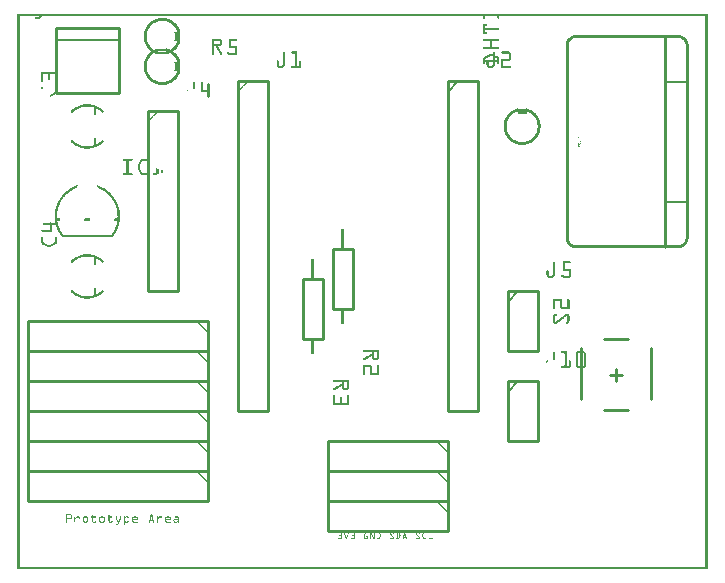
<source format=gto>
G04 MADE WITH FRITZING*
G04 WWW.FRITZING.ORG*
G04 DOUBLE SIDED*
G04 HOLES PLATED*
G04 CONTOUR ON CENTER OF CONTOUR VECTOR*
%ASAXBY*%
%FSLAX23Y23*%
%MOIN*%
%OFA0B0*%
%SFA1.0B1.0*%
%ADD10C,0.010000*%
%ADD11C,0.005000*%
%ADD12C,0.008000*%
%ADD13C,0.006124*%
%ADD14R,0.001000X0.001000*%
%LNSILK1*%
G90*
G70*
G54D10*
X1434Y326D02*
X1034Y326D01*
D02*
X1034Y326D02*
X1034Y226D01*
D02*
X1034Y226D02*
X1434Y226D01*
D02*
X1434Y226D02*
X1434Y326D01*
D02*
X1434Y226D02*
X1034Y226D01*
D02*
X1034Y226D02*
X1034Y126D01*
D02*
X1034Y126D02*
X1434Y126D01*
D02*
X1434Y126D02*
X1434Y226D01*
D02*
X1434Y426D02*
X1034Y426D01*
D02*
X1034Y426D02*
X1034Y326D01*
D02*
X1034Y326D02*
X1434Y326D01*
D02*
X1434Y326D02*
X1434Y426D01*
D02*
X1117Y1066D02*
X1117Y866D01*
D02*
X1117Y866D02*
X1051Y866D01*
D02*
X1051Y866D02*
X1051Y1066D01*
D02*
X1051Y1066D02*
X1117Y1066D01*
D02*
X1017Y966D02*
X1017Y766D01*
D02*
X1017Y766D02*
X951Y766D01*
D02*
X951Y766D02*
X951Y966D01*
D02*
X951Y966D02*
X1017Y966D01*
D02*
X129Y1588D02*
X339Y1588D01*
D02*
X339Y1588D02*
X339Y1804D01*
D02*
X339Y1804D02*
X129Y1804D01*
D02*
X129Y1804D02*
X129Y1588D01*
G54D11*
D02*
X339Y1764D02*
X129Y1764D01*
G54D12*
D02*
X151Y1111D02*
X316Y1111D01*
G54D10*
D02*
X1434Y1626D02*
X1434Y526D01*
D02*
X1434Y526D02*
X1534Y526D01*
D02*
X1534Y526D02*
X1534Y1626D01*
D02*
X1534Y1626D02*
X1434Y1626D01*
G54D11*
D02*
X1434Y1591D02*
X1469Y1626D01*
G54D10*
D02*
X434Y1526D02*
X434Y926D01*
D02*
X434Y926D02*
X534Y926D01*
D02*
X534Y926D02*
X534Y1526D01*
D02*
X534Y1526D02*
X434Y1526D01*
D02*
X1634Y926D02*
X1634Y726D01*
D02*
X1634Y726D02*
X1734Y726D01*
D02*
X1734Y726D02*
X1734Y926D01*
D02*
X1734Y926D02*
X1634Y926D01*
G54D11*
D02*
X1634Y891D02*
X1669Y926D01*
G54D10*
D02*
X1956Y766D02*
X2034Y766D01*
D02*
X1877Y569D02*
X1877Y736D01*
D02*
X2113Y569D02*
X2113Y736D01*
D02*
X1956Y530D02*
X2034Y530D01*
D02*
X1975Y648D02*
X2015Y648D01*
D02*
X1995Y668D02*
X1995Y628D01*
D02*
X734Y1626D02*
X734Y526D01*
D02*
X734Y526D02*
X834Y526D01*
D02*
X834Y526D02*
X834Y1626D01*
D02*
X834Y1626D02*
X734Y1626D01*
D02*
X634Y826D02*
X34Y826D01*
D02*
X34Y826D02*
X34Y726D01*
D02*
X34Y726D02*
X634Y726D01*
D02*
X634Y726D02*
X634Y826D01*
D02*
X634Y726D02*
X34Y726D01*
D02*
X34Y726D02*
X34Y626D01*
D02*
X34Y626D02*
X634Y626D01*
D02*
X634Y626D02*
X634Y726D01*
D02*
X634Y626D02*
X34Y626D01*
D02*
X34Y626D02*
X34Y526D01*
D02*
X34Y526D02*
X634Y526D01*
D02*
X634Y526D02*
X634Y626D01*
D02*
X634Y526D02*
X34Y526D01*
D02*
X34Y526D02*
X34Y426D01*
D02*
X34Y426D02*
X634Y426D01*
D02*
X634Y426D02*
X634Y526D01*
D02*
X634Y426D02*
X34Y426D01*
D02*
X34Y426D02*
X34Y326D01*
D02*
X34Y326D02*
X634Y326D01*
D02*
X634Y326D02*
X634Y426D01*
D02*
X634Y326D02*
X34Y326D01*
D02*
X34Y326D02*
X34Y226D01*
D02*
X34Y226D02*
X634Y226D01*
D02*
X634Y226D02*
X634Y326D01*
D02*
X1634Y626D02*
X1634Y426D01*
D02*
X1634Y426D02*
X1734Y426D01*
D02*
X1734Y426D02*
X1734Y626D01*
D02*
X1734Y626D02*
X1634Y626D01*
G54D11*
D02*
X1634Y591D02*
X1669Y626D01*
G54D12*
X258Y1541D02*
X258Y1516D01*
D02*
X258Y1411D02*
X258Y1436D01*
D02*
X258Y1041D02*
X258Y1016D01*
D02*
X258Y911D02*
X258Y936D01*
D02*
G54D13*
X2158Y1625D02*
X2233Y1625D01*
D02*
X2158Y1225D02*
X2233Y1225D01*
D02*
G54D10*
X2158Y1775D02*
X2158Y1075D01*
D02*
G54D14*
X0Y1852D02*
X2301Y1852D01*
X0Y1851D02*
X2301Y1851D01*
X0Y1850D02*
X2301Y1850D01*
X0Y1849D02*
X2301Y1849D01*
X0Y1848D02*
X2301Y1848D01*
X0Y1847D02*
X2301Y1847D01*
X0Y1846D02*
X2301Y1846D01*
X0Y1845D02*
X2301Y1845D01*
X0Y1844D02*
X7Y1844D01*
X75Y1844D02*
X82Y1844D01*
X1553Y1844D02*
X1559Y1844D01*
X1600Y1844D02*
X1606Y1844D01*
X2294Y1844D02*
X2301Y1844D01*
X0Y1843D02*
X7Y1843D01*
X74Y1843D02*
X81Y1843D01*
X1553Y1843D02*
X1559Y1843D01*
X1600Y1843D02*
X1606Y1843D01*
X2294Y1843D02*
X2301Y1843D01*
X0Y1842D02*
X7Y1842D01*
X60Y1842D02*
X81Y1842D01*
X1553Y1842D02*
X1559Y1842D01*
X1600Y1842D02*
X1606Y1842D01*
X2294Y1842D02*
X2301Y1842D01*
X0Y1841D02*
X7Y1841D01*
X59Y1841D02*
X81Y1841D01*
X1553Y1841D02*
X1559Y1841D01*
X1600Y1841D02*
X1606Y1841D01*
X2294Y1841D02*
X2301Y1841D01*
X0Y1840D02*
X7Y1840D01*
X58Y1840D02*
X80Y1840D01*
X1553Y1840D02*
X1559Y1840D01*
X1600Y1840D02*
X1606Y1840D01*
X2294Y1840D02*
X2301Y1840D01*
X0Y1839D02*
X7Y1839D01*
X58Y1839D02*
X79Y1839D01*
X1553Y1839D02*
X1559Y1839D01*
X1600Y1839D02*
X1606Y1839D01*
X2294Y1839D02*
X2301Y1839D01*
X0Y1838D02*
X7Y1838D01*
X58Y1838D02*
X78Y1838D01*
X481Y1838D02*
X485Y1838D01*
X1553Y1838D02*
X1559Y1838D01*
X1600Y1838D02*
X1606Y1838D01*
X2294Y1838D02*
X2301Y1838D01*
X0Y1837D02*
X7Y1837D01*
X59Y1837D02*
X77Y1837D01*
X472Y1837D02*
X494Y1837D01*
X1553Y1837D02*
X1559Y1837D01*
X1600Y1837D02*
X1606Y1837D01*
X2294Y1837D02*
X2301Y1837D01*
X0Y1836D02*
X7Y1836D01*
X60Y1836D02*
X75Y1836D01*
X468Y1836D02*
X498Y1836D01*
X1553Y1836D02*
X1559Y1836D01*
X1601Y1836D02*
X1606Y1836D01*
X2294Y1836D02*
X2301Y1836D01*
X0Y1835D02*
X7Y1835D01*
X464Y1835D02*
X502Y1835D01*
X1554Y1835D02*
X1558Y1835D01*
X1601Y1835D02*
X1605Y1835D01*
X2294Y1835D02*
X2301Y1835D01*
X0Y1834D02*
X7Y1834D01*
X462Y1834D02*
X504Y1834D01*
X1556Y1834D02*
X1557Y1834D01*
X1603Y1834D02*
X1604Y1834D01*
X2294Y1834D02*
X2301Y1834D01*
X0Y1833D02*
X7Y1833D01*
X459Y1833D02*
X507Y1833D01*
X2294Y1833D02*
X2301Y1833D01*
X0Y1832D02*
X7Y1832D01*
X457Y1832D02*
X509Y1832D01*
X2294Y1832D02*
X2301Y1832D01*
X0Y1831D02*
X7Y1831D01*
X455Y1831D02*
X511Y1831D01*
X2294Y1831D02*
X2301Y1831D01*
X0Y1830D02*
X7Y1830D01*
X453Y1830D02*
X513Y1830D01*
X2294Y1830D02*
X2301Y1830D01*
X0Y1829D02*
X7Y1829D01*
X451Y1829D02*
X515Y1829D01*
X2294Y1829D02*
X2301Y1829D01*
X0Y1828D02*
X7Y1828D01*
X450Y1828D02*
X480Y1828D01*
X486Y1828D02*
X516Y1828D01*
X2294Y1828D02*
X2301Y1828D01*
X0Y1827D02*
X7Y1827D01*
X448Y1827D02*
X471Y1827D01*
X494Y1827D02*
X518Y1827D01*
X2294Y1827D02*
X2301Y1827D01*
X0Y1826D02*
X7Y1826D01*
X447Y1826D02*
X467Y1826D01*
X498Y1826D02*
X519Y1826D01*
X2294Y1826D02*
X2301Y1826D01*
X0Y1825D02*
X7Y1825D01*
X445Y1825D02*
X465Y1825D01*
X501Y1825D02*
X520Y1825D01*
X2294Y1825D02*
X2301Y1825D01*
X0Y1824D02*
X7Y1824D01*
X444Y1824D02*
X462Y1824D01*
X504Y1824D02*
X522Y1824D01*
X2294Y1824D02*
X2301Y1824D01*
X0Y1823D02*
X7Y1823D01*
X443Y1823D02*
X460Y1823D01*
X506Y1823D02*
X523Y1823D01*
X2294Y1823D02*
X2301Y1823D01*
X0Y1822D02*
X7Y1822D01*
X442Y1822D02*
X458Y1822D01*
X508Y1822D02*
X524Y1822D01*
X2294Y1822D02*
X2301Y1822D01*
X0Y1821D02*
X7Y1821D01*
X441Y1821D02*
X456Y1821D01*
X510Y1821D02*
X525Y1821D01*
X2294Y1821D02*
X2301Y1821D01*
X0Y1820D02*
X7Y1820D01*
X440Y1820D02*
X454Y1820D01*
X511Y1820D02*
X526Y1820D01*
X2294Y1820D02*
X2301Y1820D01*
X0Y1819D02*
X7Y1819D01*
X439Y1819D02*
X453Y1819D01*
X513Y1819D02*
X527Y1819D01*
X2294Y1819D02*
X2301Y1819D01*
X0Y1818D02*
X7Y1818D01*
X438Y1818D02*
X452Y1818D01*
X514Y1818D02*
X528Y1818D01*
X1553Y1818D02*
X1562Y1818D01*
X2294Y1818D02*
X2301Y1818D01*
X0Y1817D02*
X7Y1817D01*
X437Y1817D02*
X450Y1817D01*
X516Y1817D02*
X529Y1817D01*
X1553Y1817D02*
X1564Y1817D01*
X2294Y1817D02*
X2301Y1817D01*
X0Y1816D02*
X7Y1816D01*
X436Y1816D02*
X449Y1816D01*
X517Y1816D02*
X530Y1816D01*
X1553Y1816D02*
X1565Y1816D01*
X2294Y1816D02*
X2301Y1816D01*
X0Y1815D02*
X7Y1815D01*
X435Y1815D02*
X448Y1815D01*
X518Y1815D02*
X531Y1815D01*
X1553Y1815D02*
X1565Y1815D01*
X2294Y1815D02*
X2301Y1815D01*
X0Y1814D02*
X7Y1814D01*
X434Y1814D02*
X447Y1814D01*
X519Y1814D02*
X531Y1814D01*
X1553Y1814D02*
X1565Y1814D01*
X2294Y1814D02*
X2301Y1814D01*
X0Y1813D02*
X7Y1813D01*
X434Y1813D02*
X446Y1813D01*
X520Y1813D02*
X532Y1813D01*
X1553Y1813D02*
X1565Y1813D01*
X2294Y1813D02*
X2301Y1813D01*
X0Y1812D02*
X7Y1812D01*
X433Y1812D02*
X445Y1812D01*
X521Y1812D02*
X533Y1812D01*
X1553Y1812D02*
X1564Y1812D01*
X2294Y1812D02*
X2301Y1812D01*
X0Y1811D02*
X7Y1811D01*
X432Y1811D02*
X444Y1811D01*
X522Y1811D02*
X534Y1811D01*
X1553Y1811D02*
X1559Y1811D01*
X2294Y1811D02*
X2301Y1811D01*
X0Y1810D02*
X7Y1810D01*
X432Y1810D02*
X443Y1810D01*
X523Y1810D02*
X534Y1810D01*
X1553Y1810D02*
X1559Y1810D01*
X2294Y1810D02*
X2301Y1810D01*
X0Y1809D02*
X7Y1809D01*
X431Y1809D02*
X442Y1809D01*
X524Y1809D02*
X535Y1809D01*
X1553Y1809D02*
X1559Y1809D01*
X2294Y1809D02*
X2301Y1809D01*
X0Y1808D02*
X7Y1808D01*
X430Y1808D02*
X441Y1808D01*
X524Y1808D02*
X535Y1808D01*
X1553Y1808D02*
X1559Y1808D01*
X2294Y1808D02*
X2301Y1808D01*
X0Y1807D02*
X7Y1807D01*
X430Y1807D02*
X441Y1807D01*
X525Y1807D02*
X536Y1807D01*
X1553Y1807D02*
X1559Y1807D01*
X2294Y1807D02*
X2301Y1807D01*
X0Y1806D02*
X7Y1806D01*
X429Y1806D02*
X440Y1806D01*
X526Y1806D02*
X537Y1806D01*
X1553Y1806D02*
X1559Y1806D01*
X2294Y1806D02*
X2301Y1806D01*
X0Y1805D02*
X7Y1805D01*
X429Y1805D02*
X439Y1805D01*
X527Y1805D02*
X537Y1805D01*
X1553Y1805D02*
X1559Y1805D01*
X2294Y1805D02*
X2301Y1805D01*
X0Y1804D02*
X7Y1804D01*
X428Y1804D02*
X439Y1804D01*
X527Y1804D02*
X538Y1804D01*
X1553Y1804D02*
X1604Y1804D01*
X2294Y1804D02*
X2301Y1804D01*
X0Y1803D02*
X7Y1803D01*
X428Y1803D02*
X438Y1803D01*
X528Y1803D02*
X538Y1803D01*
X1553Y1803D02*
X1605Y1803D01*
X2294Y1803D02*
X2301Y1803D01*
X0Y1802D02*
X7Y1802D01*
X427Y1802D02*
X437Y1802D01*
X529Y1802D02*
X539Y1802D01*
X1553Y1802D02*
X1606Y1802D01*
X2294Y1802D02*
X2301Y1802D01*
X0Y1801D02*
X7Y1801D01*
X427Y1801D02*
X437Y1801D01*
X529Y1801D02*
X539Y1801D01*
X1553Y1801D02*
X1606Y1801D01*
X2294Y1801D02*
X2301Y1801D01*
X0Y1800D02*
X7Y1800D01*
X426Y1800D02*
X436Y1800D01*
X530Y1800D02*
X540Y1800D01*
X1553Y1800D02*
X1606Y1800D01*
X2294Y1800D02*
X2301Y1800D01*
X0Y1799D02*
X7Y1799D01*
X426Y1799D02*
X436Y1799D01*
X530Y1799D02*
X540Y1799D01*
X1553Y1799D02*
X1606Y1799D01*
X2294Y1799D02*
X2301Y1799D01*
X0Y1798D02*
X7Y1798D01*
X426Y1798D02*
X435Y1798D01*
X531Y1798D02*
X540Y1798D01*
X1553Y1798D02*
X1605Y1798D01*
X2294Y1798D02*
X2301Y1798D01*
X0Y1797D02*
X7Y1797D01*
X425Y1797D02*
X435Y1797D01*
X531Y1797D02*
X541Y1797D01*
X1553Y1797D02*
X1559Y1797D01*
X2294Y1797D02*
X2301Y1797D01*
X0Y1796D02*
X7Y1796D01*
X425Y1796D02*
X434Y1796D01*
X532Y1796D02*
X541Y1796D01*
X1553Y1796D02*
X1559Y1796D01*
X2294Y1796D02*
X2301Y1796D01*
X0Y1795D02*
X7Y1795D01*
X424Y1795D02*
X434Y1795D01*
X532Y1795D02*
X541Y1795D01*
X1553Y1795D02*
X1559Y1795D01*
X2294Y1795D02*
X2301Y1795D01*
X0Y1794D02*
X7Y1794D01*
X424Y1794D02*
X434Y1794D01*
X532Y1794D02*
X542Y1794D01*
X1553Y1794D02*
X1559Y1794D01*
X2294Y1794D02*
X2301Y1794D01*
X0Y1793D02*
X7Y1793D01*
X424Y1793D02*
X433Y1793D01*
X533Y1793D02*
X542Y1793D01*
X1553Y1793D02*
X1559Y1793D01*
X2294Y1793D02*
X2301Y1793D01*
X0Y1792D02*
X7Y1792D01*
X424Y1792D02*
X433Y1792D01*
X533Y1792D02*
X542Y1792D01*
X1553Y1792D02*
X1559Y1792D01*
X2294Y1792D02*
X2301Y1792D01*
X0Y1791D02*
X7Y1791D01*
X423Y1791D02*
X433Y1791D01*
X523Y1791D02*
X543Y1791D01*
X1553Y1791D02*
X1559Y1791D01*
X2294Y1791D02*
X2301Y1791D01*
X0Y1790D02*
X7Y1790D01*
X423Y1790D02*
X432Y1790D01*
X524Y1790D02*
X542Y1790D01*
X1553Y1790D02*
X1563Y1790D01*
X2294Y1790D02*
X2301Y1790D01*
X0Y1789D02*
X7Y1789D01*
X423Y1789D02*
X432Y1789D01*
X524Y1789D02*
X542Y1789D01*
X1553Y1789D02*
X1564Y1789D01*
X2294Y1789D02*
X2301Y1789D01*
X0Y1788D02*
X7Y1788D01*
X423Y1788D02*
X432Y1788D01*
X524Y1788D02*
X542Y1788D01*
X1553Y1788D02*
X1565Y1788D01*
X2294Y1788D02*
X2301Y1788D01*
X0Y1787D02*
X7Y1787D01*
X423Y1787D02*
X432Y1787D01*
X524Y1787D02*
X541Y1787D01*
X1553Y1787D02*
X1565Y1787D01*
X2294Y1787D02*
X2301Y1787D01*
X0Y1786D02*
X7Y1786D01*
X422Y1786D02*
X431Y1786D01*
X525Y1786D02*
X541Y1786D01*
X1553Y1786D02*
X1565Y1786D01*
X2294Y1786D02*
X2301Y1786D01*
X0Y1785D02*
X7Y1785D01*
X422Y1785D02*
X431Y1785D01*
X525Y1785D02*
X541Y1785D01*
X1553Y1785D02*
X1564Y1785D01*
X2294Y1785D02*
X2301Y1785D01*
X0Y1784D02*
X7Y1784D01*
X422Y1784D02*
X431Y1784D01*
X525Y1784D02*
X541Y1784D01*
X1553Y1784D02*
X1563Y1784D01*
X2294Y1784D02*
X2301Y1784D01*
X0Y1783D02*
X7Y1783D01*
X422Y1783D02*
X431Y1783D01*
X525Y1783D02*
X541Y1783D01*
X2294Y1783D02*
X2301Y1783D01*
X0Y1782D02*
X7Y1782D01*
X422Y1782D02*
X431Y1782D01*
X525Y1782D02*
X540Y1782D01*
X2294Y1782D02*
X2301Y1782D01*
X0Y1781D02*
X7Y1781D01*
X422Y1781D02*
X431Y1781D01*
X526Y1781D02*
X540Y1781D01*
X2294Y1781D02*
X2301Y1781D01*
X0Y1780D02*
X7Y1780D01*
X422Y1780D02*
X431Y1780D01*
X526Y1780D02*
X540Y1780D01*
X1858Y1780D02*
X2206Y1780D01*
X2294Y1780D02*
X2301Y1780D01*
X0Y1779D02*
X7Y1779D01*
X422Y1779D02*
X431Y1779D01*
X526Y1779D02*
X540Y1779D01*
X1853Y1779D02*
X2211Y1779D01*
X2294Y1779D02*
X2301Y1779D01*
X0Y1778D02*
X7Y1778D01*
X422Y1778D02*
X431Y1778D01*
X526Y1778D02*
X540Y1778D01*
X1850Y1778D02*
X2214Y1778D01*
X2294Y1778D02*
X2301Y1778D01*
X0Y1777D02*
X7Y1777D01*
X421Y1777D02*
X430Y1777D01*
X526Y1777D02*
X540Y1777D01*
X1848Y1777D02*
X2217Y1777D01*
X2294Y1777D02*
X2301Y1777D01*
X0Y1776D02*
X7Y1776D01*
X421Y1776D02*
X430Y1776D01*
X526Y1776D02*
X540Y1776D01*
X1846Y1776D02*
X2219Y1776D01*
X2294Y1776D02*
X2301Y1776D01*
X0Y1775D02*
X7Y1775D01*
X422Y1775D02*
X431Y1775D01*
X526Y1775D02*
X540Y1775D01*
X1844Y1775D02*
X2221Y1775D01*
X2294Y1775D02*
X2301Y1775D01*
X0Y1774D02*
X7Y1774D01*
X422Y1774D02*
X431Y1774D01*
X526Y1774D02*
X540Y1774D01*
X1842Y1774D02*
X2222Y1774D01*
X2294Y1774D02*
X2301Y1774D01*
X0Y1773D02*
X7Y1773D01*
X422Y1773D02*
X431Y1773D01*
X526Y1773D02*
X540Y1773D01*
X1841Y1773D02*
X2224Y1773D01*
X2294Y1773D02*
X2301Y1773D01*
X0Y1772D02*
X7Y1772D01*
X422Y1772D02*
X431Y1772D01*
X526Y1772D02*
X540Y1772D01*
X1840Y1772D02*
X2225Y1772D01*
X2294Y1772D02*
X2301Y1772D01*
X0Y1771D02*
X7Y1771D01*
X422Y1771D02*
X431Y1771D01*
X526Y1771D02*
X540Y1771D01*
X1839Y1771D02*
X2226Y1771D01*
X2294Y1771D02*
X2301Y1771D01*
X0Y1770D02*
X7Y1770D01*
X422Y1770D02*
X431Y1770D01*
X525Y1770D02*
X540Y1770D01*
X1838Y1770D02*
X1858Y1770D01*
X2207Y1770D02*
X2227Y1770D01*
X2294Y1770D02*
X2301Y1770D01*
X0Y1769D02*
X7Y1769D01*
X422Y1769D02*
X431Y1769D01*
X525Y1769D02*
X541Y1769D01*
X1837Y1769D02*
X1853Y1769D01*
X2211Y1769D02*
X2228Y1769D01*
X2294Y1769D02*
X2301Y1769D01*
X0Y1768D02*
X7Y1768D01*
X422Y1768D02*
X431Y1768D01*
X525Y1768D02*
X541Y1768D01*
X649Y1768D02*
X674Y1768D01*
X706Y1768D02*
X730Y1768D01*
X1836Y1768D02*
X1851Y1768D01*
X2214Y1768D02*
X2229Y1768D01*
X2294Y1768D02*
X2301Y1768D01*
X0Y1767D02*
X7Y1767D01*
X422Y1767D02*
X431Y1767D01*
X525Y1767D02*
X541Y1767D01*
X649Y1767D02*
X677Y1767D01*
X706Y1767D02*
X732Y1767D01*
X1554Y1767D02*
X1605Y1767D01*
X1835Y1767D02*
X1849Y1767D01*
X2216Y1767D02*
X2230Y1767D01*
X2294Y1767D02*
X2301Y1767D01*
X0Y1766D02*
X7Y1766D01*
X422Y1766D02*
X431Y1766D01*
X525Y1766D02*
X541Y1766D01*
X649Y1766D02*
X678Y1766D01*
X706Y1766D02*
X732Y1766D01*
X1554Y1766D02*
X1606Y1766D01*
X1834Y1766D02*
X1847Y1766D01*
X2217Y1766D02*
X2231Y1766D01*
X2294Y1766D02*
X2301Y1766D01*
X0Y1765D02*
X7Y1765D01*
X423Y1765D02*
X432Y1765D01*
X524Y1765D02*
X541Y1765D01*
X649Y1765D02*
X679Y1765D01*
X706Y1765D02*
X733Y1765D01*
X1553Y1765D02*
X1606Y1765D01*
X1833Y1765D02*
X1846Y1765D01*
X2219Y1765D02*
X2231Y1765D01*
X2294Y1765D02*
X2301Y1765D01*
X0Y1764D02*
X7Y1764D01*
X423Y1764D02*
X432Y1764D01*
X524Y1764D02*
X542Y1764D01*
X649Y1764D02*
X680Y1764D01*
X706Y1764D02*
X732Y1764D01*
X1553Y1764D02*
X1606Y1764D01*
X1833Y1764D02*
X1845Y1764D01*
X2220Y1764D02*
X2232Y1764D01*
X2294Y1764D02*
X2301Y1764D01*
X0Y1763D02*
X7Y1763D01*
X423Y1763D02*
X432Y1763D01*
X524Y1763D02*
X542Y1763D01*
X649Y1763D02*
X681Y1763D01*
X706Y1763D02*
X732Y1763D01*
X1553Y1763D02*
X1606Y1763D01*
X1832Y1763D02*
X1844Y1763D01*
X2221Y1763D02*
X2232Y1763D01*
X2294Y1763D02*
X2301Y1763D01*
X0Y1762D02*
X7Y1762D01*
X423Y1762D02*
X432Y1762D01*
X523Y1762D02*
X542Y1762D01*
X649Y1762D02*
X681Y1762D01*
X706Y1762D02*
X731Y1762D01*
X1554Y1762D02*
X1605Y1762D01*
X1832Y1762D02*
X1843Y1762D01*
X2222Y1762D02*
X2233Y1762D01*
X2294Y1762D02*
X2301Y1762D01*
X0Y1761D02*
X7Y1761D01*
X423Y1761D02*
X433Y1761D01*
X533Y1761D02*
X542Y1761D01*
X649Y1761D02*
X655Y1761D01*
X674Y1761D02*
X682Y1761D01*
X706Y1761D02*
X712Y1761D01*
X1556Y1761D02*
X1603Y1761D01*
X1831Y1761D02*
X1842Y1761D01*
X2223Y1761D02*
X2233Y1761D01*
X2294Y1761D02*
X2301Y1761D01*
X0Y1760D02*
X7Y1760D01*
X424Y1760D02*
X433Y1760D01*
X533Y1760D02*
X542Y1760D01*
X649Y1760D02*
X655Y1760D01*
X675Y1760D02*
X682Y1760D01*
X706Y1760D02*
X712Y1760D01*
X1577Y1760D02*
X1583Y1760D01*
X1831Y1760D02*
X1841Y1760D01*
X2224Y1760D02*
X2234Y1760D01*
X2294Y1760D02*
X2301Y1760D01*
X0Y1759D02*
X7Y1759D01*
X424Y1759D02*
X433Y1759D01*
X533Y1759D02*
X542Y1759D01*
X649Y1759D02*
X655Y1759D01*
X676Y1759D02*
X682Y1759D01*
X706Y1759D02*
X712Y1759D01*
X1577Y1759D02*
X1583Y1759D01*
X1830Y1759D02*
X1840Y1759D01*
X2224Y1759D02*
X2234Y1759D01*
X2294Y1759D02*
X2301Y1759D01*
X0Y1758D02*
X7Y1758D01*
X424Y1758D02*
X434Y1758D01*
X532Y1758D02*
X542Y1758D01*
X649Y1758D02*
X655Y1758D01*
X676Y1758D02*
X682Y1758D01*
X706Y1758D02*
X712Y1758D01*
X1577Y1758D02*
X1583Y1758D01*
X1830Y1758D02*
X1840Y1758D01*
X2225Y1758D02*
X2235Y1758D01*
X2294Y1758D02*
X2301Y1758D01*
X0Y1757D02*
X7Y1757D01*
X425Y1757D02*
X434Y1757D01*
X532Y1757D02*
X541Y1757D01*
X649Y1757D02*
X655Y1757D01*
X676Y1757D02*
X682Y1757D01*
X706Y1757D02*
X712Y1757D01*
X1577Y1757D02*
X1583Y1757D01*
X1830Y1757D02*
X1839Y1757D01*
X2225Y1757D02*
X2235Y1757D01*
X2294Y1757D02*
X2301Y1757D01*
X0Y1756D02*
X7Y1756D01*
X425Y1756D02*
X434Y1756D01*
X531Y1756D02*
X541Y1756D01*
X649Y1756D02*
X655Y1756D01*
X676Y1756D02*
X682Y1756D01*
X706Y1756D02*
X712Y1756D01*
X1577Y1756D02*
X1583Y1756D01*
X1829Y1756D02*
X1839Y1756D01*
X2226Y1756D02*
X2235Y1756D01*
X2294Y1756D02*
X2301Y1756D01*
X0Y1755D02*
X7Y1755D01*
X425Y1755D02*
X435Y1755D01*
X531Y1755D02*
X541Y1755D01*
X649Y1755D02*
X655Y1755D01*
X676Y1755D02*
X682Y1755D01*
X706Y1755D02*
X712Y1755D01*
X1577Y1755D02*
X1583Y1755D01*
X1829Y1755D02*
X1838Y1755D01*
X2226Y1755D02*
X2236Y1755D01*
X2294Y1755D02*
X2301Y1755D01*
X0Y1754D02*
X7Y1754D01*
X426Y1754D02*
X435Y1754D01*
X531Y1754D02*
X540Y1754D01*
X649Y1754D02*
X655Y1754D01*
X676Y1754D02*
X682Y1754D01*
X706Y1754D02*
X712Y1754D01*
X1577Y1754D02*
X1583Y1754D01*
X1829Y1754D02*
X1838Y1754D01*
X2227Y1754D02*
X2236Y1754D01*
X2294Y1754D02*
X2301Y1754D01*
X0Y1753D02*
X7Y1753D01*
X426Y1753D02*
X436Y1753D01*
X530Y1753D02*
X540Y1753D01*
X649Y1753D02*
X655Y1753D01*
X676Y1753D02*
X682Y1753D01*
X706Y1753D02*
X712Y1753D01*
X1577Y1753D02*
X1583Y1753D01*
X1828Y1753D02*
X1838Y1753D01*
X2227Y1753D02*
X2236Y1753D01*
X2294Y1753D02*
X2301Y1753D01*
X0Y1752D02*
X7Y1752D01*
X426Y1752D02*
X436Y1752D01*
X530Y1752D02*
X539Y1752D01*
X649Y1752D02*
X655Y1752D01*
X676Y1752D02*
X682Y1752D01*
X706Y1752D02*
X712Y1752D01*
X1577Y1752D02*
X1583Y1752D01*
X1828Y1752D02*
X1837Y1752D01*
X2227Y1752D02*
X2236Y1752D01*
X2294Y1752D02*
X2301Y1752D01*
X0Y1751D02*
X7Y1751D01*
X427Y1751D02*
X437Y1751D01*
X529Y1751D02*
X539Y1751D01*
X649Y1751D02*
X655Y1751D01*
X674Y1751D02*
X682Y1751D01*
X706Y1751D02*
X712Y1751D01*
X1577Y1751D02*
X1583Y1751D01*
X1828Y1751D02*
X1837Y1751D01*
X2227Y1751D02*
X2236Y1751D01*
X2294Y1751D02*
X2301Y1751D01*
X0Y1750D02*
X7Y1750D01*
X427Y1750D02*
X437Y1750D01*
X528Y1750D02*
X538Y1750D01*
X649Y1750D02*
X682Y1750D01*
X706Y1750D02*
X712Y1750D01*
X1577Y1750D02*
X1583Y1750D01*
X1828Y1750D02*
X1837Y1750D01*
X2228Y1750D02*
X2237Y1750D01*
X2294Y1750D02*
X2301Y1750D01*
X0Y1749D02*
X7Y1749D01*
X428Y1749D02*
X438Y1749D01*
X528Y1749D02*
X538Y1749D01*
X649Y1749D02*
X681Y1749D01*
X706Y1749D02*
X712Y1749D01*
X1577Y1749D02*
X1583Y1749D01*
X1828Y1749D02*
X1837Y1749D01*
X2228Y1749D02*
X2237Y1749D01*
X2294Y1749D02*
X2301Y1749D01*
X0Y1748D02*
X7Y1748D01*
X428Y1748D02*
X439Y1748D01*
X527Y1748D02*
X538Y1748D01*
X649Y1748D02*
X680Y1748D01*
X706Y1748D02*
X712Y1748D01*
X1577Y1748D02*
X1583Y1748D01*
X1828Y1748D02*
X1837Y1748D01*
X2228Y1748D02*
X2237Y1748D01*
X2294Y1748D02*
X2301Y1748D01*
X0Y1747D02*
X7Y1747D01*
X429Y1747D02*
X439Y1747D01*
X527Y1747D02*
X537Y1747D01*
X649Y1747D02*
X679Y1747D01*
X706Y1747D02*
X712Y1747D01*
X1577Y1747D02*
X1583Y1747D01*
X1828Y1747D02*
X1837Y1747D01*
X2228Y1747D02*
X2237Y1747D01*
X2294Y1747D02*
X2301Y1747D01*
X0Y1746D02*
X7Y1746D01*
X429Y1746D02*
X440Y1746D01*
X526Y1746D02*
X536Y1746D01*
X649Y1746D02*
X678Y1746D01*
X706Y1746D02*
X712Y1746D01*
X1577Y1746D02*
X1583Y1746D01*
X1828Y1746D02*
X1837Y1746D01*
X2228Y1746D02*
X2237Y1746D01*
X2294Y1746D02*
X2301Y1746D01*
X0Y1745D02*
X7Y1745D01*
X430Y1745D02*
X441Y1745D01*
X525Y1745D02*
X536Y1745D01*
X649Y1745D02*
X677Y1745D01*
X706Y1745D02*
X712Y1745D01*
X1577Y1745D02*
X1583Y1745D01*
X1828Y1745D02*
X1837Y1745D01*
X2228Y1745D02*
X2237Y1745D01*
X2294Y1745D02*
X2301Y1745D01*
X0Y1744D02*
X7Y1744D01*
X431Y1744D02*
X442Y1744D01*
X524Y1744D02*
X535Y1744D01*
X649Y1744D02*
X675Y1744D01*
X706Y1744D02*
X729Y1744D01*
X1577Y1744D02*
X1583Y1744D01*
X1828Y1744D02*
X1837Y1744D01*
X2228Y1744D02*
X2237Y1744D01*
X2294Y1744D02*
X2301Y1744D01*
X0Y1743D02*
X7Y1743D01*
X431Y1743D02*
X442Y1743D01*
X523Y1743D02*
X535Y1743D01*
X649Y1743D02*
X655Y1743D01*
X661Y1743D02*
X668Y1743D01*
X706Y1743D02*
X730Y1743D01*
X1577Y1743D02*
X1583Y1743D01*
X1828Y1743D02*
X1837Y1743D01*
X2228Y1743D02*
X2237Y1743D01*
X2294Y1743D02*
X2301Y1743D01*
X0Y1742D02*
X7Y1742D01*
X432Y1742D02*
X443Y1742D01*
X523Y1742D02*
X534Y1742D01*
X649Y1742D02*
X655Y1742D01*
X662Y1742D02*
X669Y1742D01*
X706Y1742D02*
X731Y1742D01*
X1577Y1742D02*
X1583Y1742D01*
X1828Y1742D02*
X1837Y1742D01*
X2228Y1742D02*
X2237Y1742D01*
X2294Y1742D02*
X2301Y1742D01*
X0Y1741D02*
X7Y1741D01*
X432Y1741D02*
X444Y1741D01*
X522Y1741D02*
X533Y1741D01*
X649Y1741D02*
X655Y1741D01*
X662Y1741D02*
X669Y1741D01*
X706Y1741D02*
X732Y1741D01*
X1577Y1741D02*
X1583Y1741D01*
X1828Y1741D02*
X1837Y1741D01*
X2228Y1741D02*
X2237Y1741D01*
X2294Y1741D02*
X2301Y1741D01*
X0Y1740D02*
X7Y1740D01*
X433Y1740D02*
X445Y1740D01*
X521Y1740D02*
X533Y1740D01*
X649Y1740D02*
X655Y1740D01*
X663Y1740D02*
X670Y1740D01*
X706Y1740D02*
X732Y1740D01*
X1555Y1740D02*
X1604Y1740D01*
X1828Y1740D02*
X1837Y1740D01*
X2228Y1740D02*
X2237Y1740D01*
X2294Y1740D02*
X2301Y1740D01*
X0Y1739D02*
X7Y1739D01*
X434Y1739D02*
X446Y1739D01*
X520Y1739D02*
X532Y1739D01*
X649Y1739D02*
X655Y1739D01*
X663Y1739D02*
X670Y1739D01*
X706Y1739D02*
X732Y1739D01*
X1554Y1739D02*
X1605Y1739D01*
X1828Y1739D02*
X1837Y1739D01*
X2228Y1739D02*
X2237Y1739D01*
X2294Y1739D02*
X2301Y1739D01*
X0Y1738D02*
X7Y1738D01*
X435Y1738D02*
X447Y1738D01*
X519Y1738D02*
X531Y1738D01*
X649Y1738D02*
X655Y1738D01*
X664Y1738D02*
X671Y1738D01*
X706Y1738D02*
X733Y1738D01*
X1553Y1738D02*
X1606Y1738D01*
X1828Y1738D02*
X1837Y1738D01*
X2228Y1738D02*
X2237Y1738D01*
X2294Y1738D02*
X2301Y1738D01*
X0Y1737D02*
X7Y1737D01*
X435Y1737D02*
X448Y1737D01*
X518Y1737D02*
X530Y1737D01*
X649Y1737D02*
X655Y1737D01*
X664Y1737D02*
X672Y1737D01*
X727Y1737D02*
X733Y1737D01*
X1553Y1737D02*
X1606Y1737D01*
X1828Y1737D02*
X1837Y1737D01*
X2228Y1737D02*
X2237Y1737D01*
X2294Y1737D02*
X2301Y1737D01*
X0Y1736D02*
X7Y1736D01*
X436Y1736D02*
X449Y1736D01*
X468Y1736D02*
X469Y1736D01*
X497Y1736D02*
X498Y1736D01*
X516Y1736D02*
X530Y1736D01*
X649Y1736D02*
X655Y1736D01*
X665Y1736D02*
X672Y1736D01*
X727Y1736D02*
X733Y1736D01*
X1553Y1736D02*
X1606Y1736D01*
X1828Y1736D02*
X1837Y1736D01*
X2228Y1736D02*
X2237Y1736D01*
X2294Y1736D02*
X2301Y1736D01*
X0Y1735D02*
X7Y1735D01*
X437Y1735D02*
X451Y1735D01*
X464Y1735D02*
X472Y1735D01*
X494Y1735D02*
X502Y1735D01*
X515Y1735D02*
X529Y1735D01*
X649Y1735D02*
X655Y1735D01*
X666Y1735D02*
X673Y1735D01*
X727Y1735D02*
X733Y1735D01*
X1554Y1735D02*
X1606Y1735D01*
X1828Y1735D02*
X1837Y1735D01*
X2228Y1735D02*
X2237Y1735D01*
X2294Y1735D02*
X2301Y1735D01*
X0Y1734D02*
X7Y1734D01*
X438Y1734D02*
X452Y1734D01*
X462Y1734D02*
X478Y1734D01*
X488Y1734D02*
X504Y1734D01*
X514Y1734D02*
X528Y1734D01*
X649Y1734D02*
X655Y1734D01*
X666Y1734D02*
X673Y1734D01*
X727Y1734D02*
X733Y1734D01*
X1555Y1734D02*
X1605Y1734D01*
X1828Y1734D02*
X1837Y1734D01*
X2228Y1734D02*
X2237Y1734D01*
X2294Y1734D02*
X2301Y1734D01*
X0Y1733D02*
X7Y1733D01*
X439Y1733D02*
X453Y1733D01*
X459Y1733D02*
X507Y1733D01*
X513Y1733D02*
X527Y1733D01*
X649Y1733D02*
X655Y1733D01*
X667Y1733D02*
X674Y1733D01*
X727Y1733D02*
X733Y1733D01*
X1828Y1733D02*
X1837Y1733D01*
X2228Y1733D02*
X2237Y1733D01*
X2294Y1733D02*
X2301Y1733D01*
X0Y1732D02*
X7Y1732D01*
X440Y1732D02*
X455Y1732D01*
X457Y1732D02*
X509Y1732D01*
X511Y1732D02*
X526Y1732D01*
X649Y1732D02*
X655Y1732D01*
X667Y1732D02*
X675Y1732D01*
X727Y1732D02*
X733Y1732D01*
X1828Y1732D02*
X1837Y1732D01*
X2228Y1732D02*
X2237Y1732D01*
X2294Y1732D02*
X2301Y1732D01*
X0Y1731D02*
X7Y1731D01*
X441Y1731D02*
X525Y1731D01*
X649Y1731D02*
X655Y1731D01*
X668Y1731D02*
X675Y1731D01*
X727Y1731D02*
X733Y1731D01*
X1828Y1731D02*
X1837Y1731D01*
X2228Y1731D02*
X2237Y1731D01*
X2294Y1731D02*
X2301Y1731D01*
X0Y1730D02*
X7Y1730D01*
X442Y1730D02*
X524Y1730D01*
X649Y1730D02*
X655Y1730D01*
X669Y1730D02*
X676Y1730D01*
X727Y1730D02*
X733Y1730D01*
X1828Y1730D02*
X1837Y1730D01*
X2228Y1730D02*
X2237Y1730D01*
X2294Y1730D02*
X2301Y1730D01*
X0Y1729D02*
X7Y1729D01*
X443Y1729D02*
X523Y1729D01*
X649Y1729D02*
X655Y1729D01*
X669Y1729D02*
X676Y1729D01*
X727Y1729D02*
X733Y1729D01*
X1828Y1729D02*
X1837Y1729D01*
X2228Y1729D02*
X2237Y1729D01*
X2294Y1729D02*
X2301Y1729D01*
X0Y1728D02*
X7Y1728D01*
X444Y1728D02*
X479Y1728D01*
X486Y1728D02*
X521Y1728D01*
X649Y1728D02*
X655Y1728D01*
X670Y1728D02*
X677Y1728D01*
X727Y1728D02*
X733Y1728D01*
X1828Y1728D02*
X1837Y1728D01*
X2228Y1728D02*
X2237Y1728D01*
X2294Y1728D02*
X2301Y1728D01*
X0Y1727D02*
X7Y1727D01*
X446Y1727D02*
X471Y1727D01*
X494Y1727D02*
X520Y1727D01*
X649Y1727D02*
X655Y1727D01*
X670Y1727D02*
X677Y1727D01*
X727Y1727D02*
X733Y1727D01*
X1828Y1727D02*
X1837Y1727D01*
X2228Y1727D02*
X2237Y1727D01*
X2294Y1727D02*
X2301Y1727D01*
X0Y1726D02*
X7Y1726D01*
X447Y1726D02*
X469Y1726D01*
X497Y1726D02*
X519Y1726D01*
X649Y1726D02*
X655Y1726D01*
X671Y1726D02*
X678Y1726D01*
X727Y1726D02*
X733Y1726D01*
X915Y1726D02*
X931Y1726D01*
X1615Y1726D02*
X1637Y1726D01*
X1828Y1726D02*
X1837Y1726D01*
X2228Y1726D02*
X2237Y1726D01*
X2294Y1726D02*
X2301Y1726D01*
X0Y1725D02*
X7Y1725D01*
X445Y1725D02*
X473Y1725D01*
X493Y1725D02*
X520Y1725D01*
X649Y1725D02*
X655Y1725D01*
X671Y1725D02*
X679Y1725D01*
X727Y1725D02*
X733Y1725D01*
X886Y1725D02*
X890Y1725D01*
X912Y1725D02*
X931Y1725D01*
X1586Y1725D02*
X1590Y1725D01*
X1612Y1725D02*
X1641Y1725D01*
X1828Y1725D02*
X1837Y1725D01*
X2228Y1725D02*
X2237Y1725D01*
X2294Y1725D02*
X2301Y1725D01*
X0Y1724D02*
X7Y1724D01*
X444Y1724D02*
X522Y1724D01*
X649Y1724D02*
X655Y1724D01*
X672Y1724D02*
X679Y1724D01*
X702Y1724D02*
X702Y1724D01*
X727Y1724D02*
X733Y1724D01*
X886Y1724D02*
X891Y1724D01*
X912Y1724D02*
X931Y1724D01*
X1585Y1724D02*
X1591Y1724D01*
X1611Y1724D02*
X1642Y1724D01*
X1828Y1724D02*
X1837Y1724D01*
X2228Y1724D02*
X2237Y1724D01*
X2294Y1724D02*
X2301Y1724D01*
X0Y1723D02*
X7Y1723D01*
X443Y1723D02*
X523Y1723D01*
X649Y1723D02*
X655Y1723D01*
X673Y1723D02*
X680Y1723D01*
X700Y1723D02*
X705Y1723D01*
X727Y1723D02*
X733Y1723D01*
X885Y1723D02*
X891Y1723D01*
X911Y1723D02*
X931Y1723D01*
X1585Y1723D02*
X1591Y1723D01*
X1611Y1723D02*
X1643Y1723D01*
X1828Y1723D02*
X1837Y1723D01*
X2228Y1723D02*
X2237Y1723D01*
X2294Y1723D02*
X2301Y1723D01*
X0Y1722D02*
X7Y1722D01*
X442Y1722D02*
X524Y1722D01*
X649Y1722D02*
X655Y1722D01*
X673Y1722D02*
X680Y1722D01*
X699Y1722D02*
X707Y1722D01*
X727Y1722D02*
X733Y1722D01*
X885Y1722D02*
X891Y1722D01*
X911Y1722D02*
X931Y1722D01*
X1585Y1722D02*
X1591Y1722D01*
X1611Y1722D02*
X1644Y1722D01*
X1828Y1722D02*
X1837Y1722D01*
X2228Y1722D02*
X2237Y1722D01*
X2294Y1722D02*
X2301Y1722D01*
X0Y1721D02*
X7Y1721D01*
X441Y1721D02*
X525Y1721D01*
X649Y1721D02*
X655Y1721D01*
X674Y1721D02*
X681Y1721D01*
X699Y1721D02*
X733Y1721D01*
X885Y1721D02*
X891Y1721D01*
X912Y1721D02*
X931Y1721D01*
X1585Y1721D02*
X1591Y1721D01*
X1611Y1721D02*
X1644Y1721D01*
X1828Y1721D02*
X1837Y1721D01*
X2228Y1721D02*
X2237Y1721D01*
X2294Y1721D02*
X2301Y1721D01*
X0Y1720D02*
X7Y1720D01*
X440Y1720D02*
X454Y1720D01*
X457Y1720D02*
X508Y1720D01*
X511Y1720D02*
X526Y1720D01*
X649Y1720D02*
X655Y1720D01*
X674Y1720D02*
X682Y1720D01*
X699Y1720D02*
X732Y1720D01*
X885Y1720D02*
X891Y1720D01*
X912Y1720D02*
X931Y1720D01*
X1585Y1720D02*
X1591Y1720D01*
X1612Y1720D02*
X1645Y1720D01*
X1828Y1720D02*
X1837Y1720D01*
X2228Y1720D02*
X2237Y1720D01*
X2294Y1720D02*
X2301Y1720D01*
X0Y1719D02*
X7Y1719D01*
X439Y1719D02*
X453Y1719D01*
X460Y1719D02*
X506Y1719D01*
X513Y1719D02*
X527Y1719D01*
X649Y1719D02*
X655Y1719D01*
X675Y1719D02*
X682Y1719D01*
X699Y1719D02*
X732Y1719D01*
X885Y1719D02*
X891Y1719D01*
X915Y1719D02*
X931Y1719D01*
X1585Y1719D02*
X1591Y1719D01*
X1615Y1719D02*
X1645Y1719D01*
X1828Y1719D02*
X1837Y1719D01*
X2228Y1719D02*
X2237Y1719D01*
X2294Y1719D02*
X2301Y1719D01*
X0Y1718D02*
X7Y1718D01*
X438Y1718D02*
X452Y1718D01*
X462Y1718D02*
X476Y1718D01*
X490Y1718D02*
X504Y1718D01*
X514Y1718D02*
X528Y1718D01*
X649Y1718D02*
X655Y1718D01*
X676Y1718D02*
X682Y1718D01*
X700Y1718D02*
X732Y1718D01*
X885Y1718D02*
X891Y1718D01*
X925Y1718D02*
X931Y1718D01*
X1585Y1718D02*
X1591Y1718D01*
X1639Y1718D02*
X1645Y1718D01*
X1828Y1718D02*
X1837Y1718D01*
X2228Y1718D02*
X2237Y1718D01*
X2294Y1718D02*
X2301Y1718D01*
X0Y1717D02*
X7Y1717D01*
X437Y1717D02*
X450Y1717D01*
X465Y1717D02*
X471Y1717D01*
X495Y1717D02*
X501Y1717D01*
X516Y1717D02*
X529Y1717D01*
X649Y1717D02*
X655Y1717D01*
X676Y1717D02*
X682Y1717D01*
X702Y1717D02*
X731Y1717D01*
X885Y1717D02*
X891Y1717D01*
X925Y1717D02*
X931Y1717D01*
X1576Y1717D02*
X1591Y1717D01*
X1639Y1717D02*
X1645Y1717D01*
X1828Y1717D02*
X1837Y1717D01*
X2228Y1717D02*
X2237Y1717D01*
X2294Y1717D02*
X2301Y1717D01*
X0Y1716D02*
X7Y1716D01*
X436Y1716D02*
X449Y1716D01*
X517Y1716D02*
X530Y1716D01*
X649Y1716D02*
X654Y1716D01*
X677Y1716D02*
X682Y1716D01*
X704Y1716D02*
X730Y1716D01*
X885Y1716D02*
X891Y1716D01*
X925Y1716D02*
X931Y1716D01*
X1573Y1716D02*
X1591Y1716D01*
X1639Y1716D02*
X1645Y1716D01*
X1828Y1716D02*
X1837Y1716D01*
X2228Y1716D02*
X2237Y1716D01*
X2294Y1716D02*
X2301Y1716D01*
X0Y1715D02*
X7Y1715D01*
X435Y1715D02*
X448Y1715D01*
X518Y1715D02*
X531Y1715D01*
X650Y1715D02*
X654Y1715D01*
X678Y1715D02*
X681Y1715D01*
X706Y1715D02*
X729Y1715D01*
X885Y1715D02*
X891Y1715D01*
X925Y1715D02*
X931Y1715D01*
X1571Y1715D02*
X1591Y1715D01*
X1639Y1715D02*
X1645Y1715D01*
X1828Y1715D02*
X1837Y1715D01*
X2228Y1715D02*
X2237Y1715D01*
X2294Y1715D02*
X2301Y1715D01*
X0Y1714D02*
X7Y1714D01*
X434Y1714D02*
X447Y1714D01*
X519Y1714D02*
X531Y1714D01*
X885Y1714D02*
X891Y1714D01*
X925Y1714D02*
X931Y1714D01*
X1569Y1714D02*
X1591Y1714D01*
X1639Y1714D02*
X1645Y1714D01*
X1828Y1714D02*
X1837Y1714D01*
X2228Y1714D02*
X2237Y1714D01*
X2294Y1714D02*
X2301Y1714D01*
X0Y1713D02*
X7Y1713D01*
X434Y1713D02*
X446Y1713D01*
X520Y1713D02*
X532Y1713D01*
X885Y1713D02*
X891Y1713D01*
X925Y1713D02*
X931Y1713D01*
X1567Y1713D02*
X1592Y1713D01*
X1639Y1713D02*
X1645Y1713D01*
X1828Y1713D02*
X1837Y1713D01*
X2228Y1713D02*
X2237Y1713D01*
X2294Y1713D02*
X2301Y1713D01*
X0Y1712D02*
X7Y1712D01*
X433Y1712D02*
X445Y1712D01*
X521Y1712D02*
X533Y1712D01*
X885Y1712D02*
X891Y1712D01*
X925Y1712D02*
X931Y1712D01*
X1565Y1712D02*
X1595Y1712D01*
X1639Y1712D02*
X1645Y1712D01*
X1828Y1712D02*
X1837Y1712D01*
X2228Y1712D02*
X2237Y1712D01*
X2294Y1712D02*
X2301Y1712D01*
X0Y1711D02*
X7Y1711D01*
X432Y1711D02*
X444Y1711D01*
X522Y1711D02*
X534Y1711D01*
X885Y1711D02*
X891Y1711D01*
X925Y1711D02*
X931Y1711D01*
X1563Y1711D02*
X1597Y1711D01*
X1639Y1711D02*
X1645Y1711D01*
X1828Y1711D02*
X1837Y1711D01*
X2228Y1711D02*
X2237Y1711D01*
X2294Y1711D02*
X2301Y1711D01*
X0Y1710D02*
X7Y1710D01*
X432Y1710D02*
X443Y1710D01*
X523Y1710D02*
X534Y1710D01*
X885Y1710D02*
X891Y1710D01*
X925Y1710D02*
X931Y1710D01*
X1561Y1710D02*
X1576Y1710D01*
X1584Y1710D02*
X1599Y1710D01*
X1639Y1710D02*
X1645Y1710D01*
X1828Y1710D02*
X1837Y1710D01*
X2228Y1710D02*
X2237Y1710D01*
X2294Y1710D02*
X2301Y1710D01*
X0Y1709D02*
X7Y1709D01*
X431Y1709D02*
X442Y1709D01*
X524Y1709D02*
X535Y1709D01*
X885Y1709D02*
X891Y1709D01*
X925Y1709D02*
X931Y1709D01*
X1559Y1709D02*
X1574Y1709D01*
X1585Y1709D02*
X1601Y1709D01*
X1639Y1709D02*
X1645Y1709D01*
X1828Y1709D02*
X1837Y1709D01*
X2228Y1709D02*
X2237Y1709D01*
X2294Y1709D02*
X2301Y1709D01*
X0Y1708D02*
X7Y1708D01*
X430Y1708D02*
X441Y1708D01*
X524Y1708D02*
X535Y1708D01*
X885Y1708D02*
X891Y1708D01*
X925Y1708D02*
X931Y1708D01*
X1558Y1708D02*
X1572Y1708D01*
X1585Y1708D02*
X1602Y1708D01*
X1639Y1708D02*
X1645Y1708D01*
X1828Y1708D02*
X1837Y1708D01*
X2228Y1708D02*
X2237Y1708D01*
X2294Y1708D02*
X2301Y1708D01*
X0Y1707D02*
X7Y1707D01*
X430Y1707D02*
X441Y1707D01*
X525Y1707D02*
X536Y1707D01*
X885Y1707D02*
X891Y1707D01*
X925Y1707D02*
X931Y1707D01*
X1556Y1707D02*
X1570Y1707D01*
X1585Y1707D02*
X1603Y1707D01*
X1639Y1707D02*
X1645Y1707D01*
X1828Y1707D02*
X1837Y1707D01*
X2228Y1707D02*
X2237Y1707D01*
X2294Y1707D02*
X2301Y1707D01*
X0Y1706D02*
X7Y1706D01*
X429Y1706D02*
X440Y1706D01*
X526Y1706D02*
X537Y1706D01*
X885Y1706D02*
X891Y1706D01*
X925Y1706D02*
X931Y1706D01*
X1556Y1706D02*
X1568Y1706D01*
X1585Y1706D02*
X1604Y1706D01*
X1639Y1706D02*
X1645Y1706D01*
X1828Y1706D02*
X1837Y1706D01*
X2228Y1706D02*
X2237Y1706D01*
X2294Y1706D02*
X2301Y1706D01*
X0Y1705D02*
X7Y1705D01*
X429Y1705D02*
X439Y1705D01*
X527Y1705D02*
X537Y1705D01*
X885Y1705D02*
X891Y1705D01*
X925Y1705D02*
X931Y1705D01*
X1555Y1705D02*
X1566Y1705D01*
X1585Y1705D02*
X1591Y1705D01*
X1594Y1705D02*
X1605Y1705D01*
X1639Y1705D02*
X1645Y1705D01*
X1828Y1705D02*
X1837Y1705D01*
X2228Y1705D02*
X2237Y1705D01*
X2294Y1705D02*
X2301Y1705D01*
X0Y1704D02*
X7Y1704D01*
X428Y1704D02*
X439Y1704D01*
X527Y1704D02*
X538Y1704D01*
X885Y1704D02*
X891Y1704D01*
X925Y1704D02*
X931Y1704D01*
X1554Y1704D02*
X1564Y1704D01*
X1585Y1704D02*
X1591Y1704D01*
X1596Y1704D02*
X1605Y1704D01*
X1639Y1704D02*
X1645Y1704D01*
X1828Y1704D02*
X1837Y1704D01*
X2228Y1704D02*
X2237Y1704D01*
X2294Y1704D02*
X2301Y1704D01*
X0Y1703D02*
X7Y1703D01*
X428Y1703D02*
X438Y1703D01*
X528Y1703D02*
X538Y1703D01*
X885Y1703D02*
X891Y1703D01*
X925Y1703D02*
X931Y1703D01*
X1554Y1703D02*
X1562Y1703D01*
X1585Y1703D02*
X1591Y1703D01*
X1598Y1703D02*
X1606Y1703D01*
X1639Y1703D02*
X1645Y1703D01*
X1828Y1703D02*
X1837Y1703D01*
X2228Y1703D02*
X2237Y1703D01*
X2294Y1703D02*
X2301Y1703D01*
X0Y1702D02*
X7Y1702D01*
X427Y1702D02*
X437Y1702D01*
X529Y1702D02*
X539Y1702D01*
X885Y1702D02*
X891Y1702D01*
X925Y1702D02*
X931Y1702D01*
X1553Y1702D02*
X1560Y1702D01*
X1585Y1702D02*
X1591Y1702D01*
X1599Y1702D02*
X1606Y1702D01*
X1616Y1702D02*
X1645Y1702D01*
X1828Y1702D02*
X1837Y1702D01*
X2228Y1702D02*
X2237Y1702D01*
X2294Y1702D02*
X2301Y1702D01*
X0Y1701D02*
X7Y1701D01*
X427Y1701D02*
X437Y1701D01*
X529Y1701D02*
X539Y1701D01*
X885Y1701D02*
X891Y1701D01*
X925Y1701D02*
X931Y1701D01*
X1553Y1701D02*
X1559Y1701D01*
X1585Y1701D02*
X1591Y1701D01*
X1600Y1701D02*
X1606Y1701D01*
X1614Y1701D02*
X1644Y1701D01*
X1828Y1701D02*
X1837Y1701D01*
X2228Y1701D02*
X2237Y1701D01*
X2294Y1701D02*
X2301Y1701D01*
X0Y1700D02*
X7Y1700D01*
X426Y1700D02*
X436Y1700D01*
X530Y1700D02*
X540Y1700D01*
X885Y1700D02*
X891Y1700D01*
X925Y1700D02*
X931Y1700D01*
X1553Y1700D02*
X1559Y1700D01*
X1585Y1700D02*
X1591Y1700D01*
X1600Y1700D02*
X1606Y1700D01*
X1613Y1700D02*
X1644Y1700D01*
X1828Y1700D02*
X1837Y1700D01*
X2228Y1700D02*
X2237Y1700D01*
X2294Y1700D02*
X2301Y1700D01*
X0Y1699D02*
X7Y1699D01*
X426Y1699D02*
X436Y1699D01*
X530Y1699D02*
X540Y1699D01*
X885Y1699D02*
X891Y1699D01*
X925Y1699D02*
X931Y1699D01*
X1553Y1699D02*
X1559Y1699D01*
X1585Y1699D02*
X1591Y1699D01*
X1600Y1699D02*
X1606Y1699D01*
X1612Y1699D02*
X1644Y1699D01*
X1828Y1699D02*
X1837Y1699D01*
X2228Y1699D02*
X2237Y1699D01*
X2294Y1699D02*
X2301Y1699D01*
X0Y1698D02*
X7Y1698D01*
X426Y1698D02*
X435Y1698D01*
X531Y1698D02*
X540Y1698D01*
X885Y1698D02*
X891Y1698D01*
X925Y1698D02*
X931Y1698D01*
X1553Y1698D02*
X1559Y1698D01*
X1585Y1698D02*
X1591Y1698D01*
X1600Y1698D02*
X1606Y1698D01*
X1612Y1698D02*
X1643Y1698D01*
X1828Y1698D02*
X1837Y1698D01*
X2228Y1698D02*
X2237Y1698D01*
X2294Y1698D02*
X2301Y1698D01*
X0Y1697D02*
X7Y1697D01*
X425Y1697D02*
X435Y1697D01*
X531Y1697D02*
X541Y1697D01*
X885Y1697D02*
X891Y1697D01*
X925Y1697D02*
X931Y1697D01*
X1553Y1697D02*
X1606Y1697D01*
X1611Y1697D02*
X1642Y1697D01*
X1828Y1697D02*
X1837Y1697D01*
X2228Y1697D02*
X2237Y1697D01*
X2294Y1697D02*
X2301Y1697D01*
X0Y1696D02*
X7Y1696D01*
X425Y1696D02*
X434Y1696D01*
X532Y1696D02*
X541Y1696D01*
X866Y1696D02*
X869Y1696D01*
X885Y1696D02*
X891Y1696D01*
X925Y1696D02*
X931Y1696D01*
X941Y1696D02*
X943Y1696D01*
X1553Y1696D02*
X1606Y1696D01*
X1611Y1696D02*
X1640Y1696D01*
X1828Y1696D02*
X1837Y1696D01*
X2228Y1696D02*
X2237Y1696D01*
X2294Y1696D02*
X2301Y1696D01*
X0Y1695D02*
X7Y1695D01*
X424Y1695D02*
X434Y1695D01*
X532Y1695D02*
X541Y1695D01*
X865Y1695D02*
X870Y1695D01*
X885Y1695D02*
X891Y1695D01*
X925Y1695D02*
X931Y1695D01*
X940Y1695D02*
X944Y1695D01*
X1553Y1695D02*
X1606Y1695D01*
X1611Y1695D02*
X1617Y1695D01*
X1828Y1695D02*
X1837Y1695D01*
X2228Y1695D02*
X2237Y1695D01*
X2294Y1695D02*
X2301Y1695D01*
X0Y1694D02*
X7Y1694D01*
X424Y1694D02*
X434Y1694D01*
X532Y1694D02*
X542Y1694D01*
X865Y1694D02*
X870Y1694D01*
X885Y1694D02*
X891Y1694D01*
X925Y1694D02*
X931Y1694D01*
X939Y1694D02*
X945Y1694D01*
X1553Y1694D02*
X1606Y1694D01*
X1611Y1694D02*
X1617Y1694D01*
X1828Y1694D02*
X1837Y1694D01*
X2228Y1694D02*
X2237Y1694D01*
X2294Y1694D02*
X2301Y1694D01*
X0Y1693D02*
X7Y1693D01*
X424Y1693D02*
X433Y1693D01*
X533Y1693D02*
X542Y1693D01*
X865Y1693D02*
X871Y1693D01*
X885Y1693D02*
X891Y1693D01*
X925Y1693D02*
X931Y1693D01*
X939Y1693D02*
X945Y1693D01*
X1553Y1693D02*
X1606Y1693D01*
X1611Y1693D02*
X1617Y1693D01*
X1828Y1693D02*
X1837Y1693D01*
X2228Y1693D02*
X2237Y1693D01*
X2294Y1693D02*
X2301Y1693D01*
X0Y1692D02*
X7Y1692D01*
X424Y1692D02*
X433Y1692D01*
X533Y1692D02*
X542Y1692D01*
X865Y1692D02*
X871Y1692D01*
X885Y1692D02*
X891Y1692D01*
X925Y1692D02*
X931Y1692D01*
X939Y1692D02*
X945Y1692D01*
X1553Y1692D02*
X1606Y1692D01*
X1611Y1692D02*
X1617Y1692D01*
X1828Y1692D02*
X1837Y1692D01*
X2228Y1692D02*
X2237Y1692D01*
X2294Y1692D02*
X2301Y1692D01*
X0Y1691D02*
X7Y1691D01*
X423Y1691D02*
X433Y1691D01*
X523Y1691D02*
X543Y1691D01*
X865Y1691D02*
X871Y1691D01*
X885Y1691D02*
X891Y1691D01*
X925Y1691D02*
X931Y1691D01*
X939Y1691D02*
X945Y1691D01*
X1553Y1691D02*
X1606Y1691D01*
X1611Y1691D02*
X1617Y1691D01*
X1828Y1691D02*
X1837Y1691D01*
X2228Y1691D02*
X2237Y1691D01*
X2294Y1691D02*
X2301Y1691D01*
X0Y1690D02*
X7Y1690D01*
X423Y1690D02*
X432Y1690D01*
X524Y1690D02*
X542Y1690D01*
X865Y1690D02*
X871Y1690D01*
X885Y1690D02*
X891Y1690D01*
X925Y1690D02*
X931Y1690D01*
X939Y1690D02*
X945Y1690D01*
X1553Y1690D02*
X1560Y1690D01*
X1564Y1690D02*
X1570Y1690D01*
X1585Y1690D02*
X1591Y1690D01*
X1600Y1690D02*
X1606Y1690D01*
X1611Y1690D02*
X1617Y1690D01*
X1828Y1690D02*
X1837Y1690D01*
X2228Y1690D02*
X2237Y1690D01*
X2294Y1690D02*
X2301Y1690D01*
X0Y1689D02*
X7Y1689D01*
X423Y1689D02*
X432Y1689D01*
X524Y1689D02*
X542Y1689D01*
X865Y1689D02*
X871Y1689D01*
X885Y1689D02*
X891Y1689D01*
X925Y1689D02*
X931Y1689D01*
X939Y1689D02*
X945Y1689D01*
X1553Y1689D02*
X1559Y1689D01*
X1564Y1689D02*
X1570Y1689D01*
X1585Y1689D02*
X1591Y1689D01*
X1600Y1689D02*
X1606Y1689D01*
X1611Y1689D02*
X1617Y1689D01*
X1828Y1689D02*
X1837Y1689D01*
X2228Y1689D02*
X2237Y1689D01*
X2294Y1689D02*
X2301Y1689D01*
X0Y1688D02*
X7Y1688D01*
X423Y1688D02*
X432Y1688D01*
X524Y1688D02*
X542Y1688D01*
X865Y1688D02*
X871Y1688D01*
X885Y1688D02*
X891Y1688D01*
X925Y1688D02*
X931Y1688D01*
X939Y1688D02*
X945Y1688D01*
X1553Y1688D02*
X1559Y1688D01*
X1564Y1688D02*
X1570Y1688D01*
X1585Y1688D02*
X1591Y1688D01*
X1600Y1688D02*
X1606Y1688D01*
X1611Y1688D02*
X1617Y1688D01*
X1828Y1688D02*
X1837Y1688D01*
X2228Y1688D02*
X2237Y1688D01*
X2294Y1688D02*
X2301Y1688D01*
X0Y1687D02*
X7Y1687D01*
X423Y1687D02*
X432Y1687D01*
X524Y1687D02*
X541Y1687D01*
X865Y1687D02*
X871Y1687D01*
X885Y1687D02*
X891Y1687D01*
X925Y1687D02*
X931Y1687D01*
X939Y1687D02*
X945Y1687D01*
X1553Y1687D02*
X1559Y1687D01*
X1564Y1687D02*
X1570Y1687D01*
X1585Y1687D02*
X1591Y1687D01*
X1600Y1687D02*
X1606Y1687D01*
X1611Y1687D02*
X1617Y1687D01*
X1828Y1687D02*
X1837Y1687D01*
X2228Y1687D02*
X2237Y1687D01*
X2294Y1687D02*
X2301Y1687D01*
X0Y1686D02*
X7Y1686D01*
X422Y1686D02*
X431Y1686D01*
X525Y1686D02*
X541Y1686D01*
X865Y1686D02*
X871Y1686D01*
X885Y1686D02*
X891Y1686D01*
X925Y1686D02*
X931Y1686D01*
X939Y1686D02*
X945Y1686D01*
X1553Y1686D02*
X1559Y1686D01*
X1564Y1686D02*
X1570Y1686D01*
X1585Y1686D02*
X1591Y1686D01*
X1600Y1686D02*
X1606Y1686D01*
X1611Y1686D02*
X1617Y1686D01*
X1828Y1686D02*
X1837Y1686D01*
X2228Y1686D02*
X2237Y1686D01*
X2294Y1686D02*
X2301Y1686D01*
X0Y1685D02*
X7Y1685D01*
X422Y1685D02*
X431Y1685D01*
X525Y1685D02*
X541Y1685D01*
X865Y1685D02*
X871Y1685D01*
X885Y1685D02*
X891Y1685D01*
X925Y1685D02*
X931Y1685D01*
X939Y1685D02*
X945Y1685D01*
X1554Y1685D02*
X1559Y1685D01*
X1564Y1685D02*
X1570Y1685D01*
X1585Y1685D02*
X1591Y1685D01*
X1601Y1685D02*
X1606Y1685D01*
X1611Y1685D02*
X1617Y1685D01*
X1828Y1685D02*
X1837Y1685D01*
X2228Y1685D02*
X2237Y1685D01*
X2294Y1685D02*
X2301Y1685D01*
X0Y1684D02*
X7Y1684D01*
X422Y1684D02*
X431Y1684D01*
X525Y1684D02*
X541Y1684D01*
X865Y1684D02*
X871Y1684D01*
X885Y1684D02*
X891Y1684D01*
X925Y1684D02*
X931Y1684D01*
X939Y1684D02*
X945Y1684D01*
X1554Y1684D02*
X1558Y1684D01*
X1564Y1684D02*
X1570Y1684D01*
X1585Y1684D02*
X1591Y1684D01*
X1602Y1684D02*
X1605Y1684D01*
X1611Y1684D02*
X1617Y1684D01*
X1828Y1684D02*
X1837Y1684D01*
X2228Y1684D02*
X2237Y1684D01*
X2294Y1684D02*
X2301Y1684D01*
X0Y1683D02*
X7Y1683D01*
X422Y1683D02*
X431Y1683D01*
X525Y1683D02*
X541Y1683D01*
X865Y1683D02*
X871Y1683D01*
X885Y1683D02*
X891Y1683D01*
X925Y1683D02*
X931Y1683D01*
X939Y1683D02*
X945Y1683D01*
X1564Y1683D02*
X1570Y1683D01*
X1585Y1683D02*
X1591Y1683D01*
X1611Y1683D02*
X1617Y1683D01*
X1828Y1683D02*
X1837Y1683D01*
X2228Y1683D02*
X2237Y1683D01*
X2294Y1683D02*
X2301Y1683D01*
X0Y1682D02*
X7Y1682D01*
X422Y1682D02*
X431Y1682D01*
X525Y1682D02*
X540Y1682D01*
X865Y1682D02*
X871Y1682D01*
X885Y1682D02*
X891Y1682D01*
X925Y1682D02*
X931Y1682D01*
X939Y1682D02*
X945Y1682D01*
X1564Y1682D02*
X1570Y1682D01*
X1585Y1682D02*
X1591Y1682D01*
X1611Y1682D02*
X1617Y1682D01*
X1828Y1682D02*
X1837Y1682D01*
X2228Y1682D02*
X2237Y1682D01*
X2294Y1682D02*
X2301Y1682D01*
X0Y1681D02*
X7Y1681D01*
X422Y1681D02*
X431Y1681D01*
X526Y1681D02*
X540Y1681D01*
X865Y1681D02*
X871Y1681D01*
X885Y1681D02*
X891Y1681D01*
X925Y1681D02*
X931Y1681D01*
X939Y1681D02*
X945Y1681D01*
X1564Y1681D02*
X1571Y1681D01*
X1585Y1681D02*
X1591Y1681D01*
X1611Y1681D02*
X1617Y1681D01*
X1828Y1681D02*
X1837Y1681D01*
X2228Y1681D02*
X2237Y1681D01*
X2294Y1681D02*
X2301Y1681D01*
X0Y1680D02*
X7Y1680D01*
X422Y1680D02*
X431Y1680D01*
X526Y1680D02*
X540Y1680D01*
X865Y1680D02*
X872Y1680D01*
X884Y1680D02*
X891Y1680D01*
X925Y1680D02*
X931Y1680D01*
X939Y1680D02*
X945Y1680D01*
X1565Y1680D02*
X1571Y1680D01*
X1584Y1680D02*
X1591Y1680D01*
X1611Y1680D02*
X1617Y1680D01*
X1828Y1680D02*
X1837Y1680D01*
X2228Y1680D02*
X2237Y1680D01*
X2294Y1680D02*
X2301Y1680D01*
X0Y1679D02*
X7Y1679D01*
X422Y1679D02*
X431Y1679D01*
X526Y1679D02*
X540Y1679D01*
X865Y1679D02*
X873Y1679D01*
X882Y1679D02*
X891Y1679D01*
X925Y1679D02*
X931Y1679D01*
X939Y1679D02*
X945Y1679D01*
X1565Y1679D02*
X1573Y1679D01*
X1582Y1679D02*
X1590Y1679D01*
X1611Y1679D02*
X1617Y1679D01*
X1828Y1679D02*
X1837Y1679D01*
X2228Y1679D02*
X2237Y1679D01*
X2294Y1679D02*
X2301Y1679D01*
X0Y1678D02*
X7Y1678D01*
X422Y1678D02*
X431Y1678D01*
X526Y1678D02*
X540Y1678D01*
X865Y1678D02*
X890Y1678D01*
X913Y1678D02*
X945Y1678D01*
X1565Y1678D02*
X1590Y1678D01*
X1611Y1678D02*
X1643Y1678D01*
X1828Y1678D02*
X1837Y1678D01*
X2228Y1678D02*
X2237Y1678D01*
X2294Y1678D02*
X2301Y1678D01*
X0Y1677D02*
X7Y1677D01*
X421Y1677D02*
X430Y1677D01*
X526Y1677D02*
X540Y1677D01*
X866Y1677D02*
X890Y1677D01*
X912Y1677D02*
X945Y1677D01*
X1566Y1677D02*
X1589Y1677D01*
X1611Y1677D02*
X1644Y1677D01*
X1828Y1677D02*
X1837Y1677D01*
X2228Y1677D02*
X2237Y1677D01*
X2294Y1677D02*
X2301Y1677D01*
X0Y1676D02*
X7Y1676D01*
X421Y1676D02*
X430Y1676D01*
X526Y1676D02*
X540Y1676D01*
X867Y1676D02*
X889Y1676D01*
X911Y1676D02*
X945Y1676D01*
X1566Y1676D02*
X1589Y1676D01*
X1611Y1676D02*
X1644Y1676D01*
X1828Y1676D02*
X1837Y1676D01*
X2228Y1676D02*
X2237Y1676D01*
X2294Y1676D02*
X2301Y1676D01*
X0Y1675D02*
X7Y1675D01*
X422Y1675D02*
X431Y1675D01*
X526Y1675D02*
X540Y1675D01*
X868Y1675D02*
X888Y1675D01*
X911Y1675D02*
X945Y1675D01*
X1567Y1675D02*
X1588Y1675D01*
X1611Y1675D02*
X1645Y1675D01*
X1828Y1675D02*
X1837Y1675D01*
X2228Y1675D02*
X2237Y1675D01*
X2294Y1675D02*
X2301Y1675D01*
X0Y1674D02*
X7Y1674D01*
X422Y1674D02*
X431Y1674D01*
X526Y1674D02*
X540Y1674D01*
X869Y1674D02*
X887Y1674D01*
X912Y1674D02*
X945Y1674D01*
X1569Y1674D02*
X1587Y1674D01*
X1611Y1674D02*
X1644Y1674D01*
X1828Y1674D02*
X1837Y1674D01*
X2228Y1674D02*
X2237Y1674D01*
X2294Y1674D02*
X2301Y1674D01*
X0Y1673D02*
X7Y1673D01*
X422Y1673D02*
X431Y1673D01*
X526Y1673D02*
X540Y1673D01*
X870Y1673D02*
X885Y1673D01*
X912Y1673D02*
X944Y1673D01*
X1570Y1673D02*
X1585Y1673D01*
X1611Y1673D02*
X1644Y1673D01*
X1828Y1673D02*
X1837Y1673D01*
X2228Y1673D02*
X2237Y1673D01*
X2294Y1673D02*
X2301Y1673D01*
X0Y1672D02*
X7Y1672D01*
X422Y1672D02*
X431Y1672D01*
X526Y1672D02*
X540Y1672D01*
X873Y1672D02*
X882Y1672D01*
X914Y1672D02*
X942Y1672D01*
X1573Y1672D02*
X1582Y1672D01*
X1611Y1672D02*
X1642Y1672D01*
X1828Y1672D02*
X1837Y1672D01*
X2228Y1672D02*
X2237Y1672D01*
X2294Y1672D02*
X2301Y1672D01*
X0Y1671D02*
X7Y1671D01*
X422Y1671D02*
X431Y1671D01*
X526Y1671D02*
X540Y1671D01*
X1828Y1671D02*
X1837Y1671D01*
X2228Y1671D02*
X2237Y1671D01*
X2294Y1671D02*
X2301Y1671D01*
X0Y1670D02*
X7Y1670D01*
X422Y1670D02*
X431Y1670D01*
X525Y1670D02*
X540Y1670D01*
X1828Y1670D02*
X1837Y1670D01*
X2228Y1670D02*
X2237Y1670D01*
X2294Y1670D02*
X2301Y1670D01*
X0Y1669D02*
X7Y1669D01*
X422Y1669D02*
X431Y1669D01*
X525Y1669D02*
X541Y1669D01*
X1828Y1669D02*
X1837Y1669D01*
X2228Y1669D02*
X2237Y1669D01*
X2294Y1669D02*
X2301Y1669D01*
X0Y1668D02*
X7Y1668D01*
X422Y1668D02*
X431Y1668D01*
X525Y1668D02*
X541Y1668D01*
X1828Y1668D02*
X1837Y1668D01*
X2228Y1668D02*
X2237Y1668D01*
X2294Y1668D02*
X2301Y1668D01*
X0Y1667D02*
X7Y1667D01*
X422Y1667D02*
X431Y1667D01*
X525Y1667D02*
X541Y1667D01*
X1828Y1667D02*
X1837Y1667D01*
X2228Y1667D02*
X2237Y1667D01*
X2294Y1667D02*
X2301Y1667D01*
X0Y1666D02*
X7Y1666D01*
X422Y1666D02*
X431Y1666D01*
X525Y1666D02*
X541Y1666D01*
X1828Y1666D02*
X1837Y1666D01*
X2228Y1666D02*
X2237Y1666D01*
X2294Y1666D02*
X2301Y1666D01*
X0Y1665D02*
X7Y1665D01*
X423Y1665D02*
X432Y1665D01*
X524Y1665D02*
X541Y1665D01*
X1828Y1665D02*
X1837Y1665D01*
X2228Y1665D02*
X2237Y1665D01*
X2294Y1665D02*
X2301Y1665D01*
X0Y1664D02*
X7Y1664D01*
X423Y1664D02*
X432Y1664D01*
X524Y1664D02*
X542Y1664D01*
X1828Y1664D02*
X1837Y1664D01*
X2228Y1664D02*
X2237Y1664D01*
X2294Y1664D02*
X2301Y1664D01*
X0Y1663D02*
X7Y1663D01*
X423Y1663D02*
X432Y1663D01*
X524Y1663D02*
X542Y1663D01*
X1828Y1663D02*
X1837Y1663D01*
X2228Y1663D02*
X2237Y1663D01*
X2294Y1663D02*
X2301Y1663D01*
X0Y1662D02*
X7Y1662D01*
X423Y1662D02*
X432Y1662D01*
X523Y1662D02*
X542Y1662D01*
X1828Y1662D02*
X1837Y1662D01*
X2228Y1662D02*
X2237Y1662D01*
X2294Y1662D02*
X2301Y1662D01*
X0Y1661D02*
X7Y1661D01*
X423Y1661D02*
X433Y1661D01*
X533Y1661D02*
X542Y1661D01*
X1828Y1661D02*
X1837Y1661D01*
X2228Y1661D02*
X2237Y1661D01*
X2294Y1661D02*
X2301Y1661D01*
X0Y1660D02*
X7Y1660D01*
X424Y1660D02*
X433Y1660D01*
X533Y1660D02*
X542Y1660D01*
X1828Y1660D02*
X1837Y1660D01*
X2228Y1660D02*
X2237Y1660D01*
X2294Y1660D02*
X2301Y1660D01*
X0Y1659D02*
X7Y1659D01*
X424Y1659D02*
X433Y1659D01*
X533Y1659D02*
X542Y1659D01*
X1828Y1659D02*
X1837Y1659D01*
X2228Y1659D02*
X2237Y1659D01*
X2294Y1659D02*
X2301Y1659D01*
X0Y1658D02*
X7Y1658D01*
X83Y1658D02*
X102Y1658D01*
X109Y1658D02*
X128Y1658D01*
X424Y1658D02*
X434Y1658D01*
X532Y1658D02*
X542Y1658D01*
X1828Y1658D02*
X1837Y1658D01*
X2228Y1658D02*
X2237Y1658D01*
X2294Y1658D02*
X2301Y1658D01*
X0Y1657D02*
X7Y1657D01*
X81Y1657D02*
X104Y1657D01*
X107Y1657D02*
X129Y1657D01*
X425Y1657D02*
X434Y1657D01*
X532Y1657D02*
X541Y1657D01*
X1828Y1657D02*
X1837Y1657D01*
X2228Y1657D02*
X2237Y1657D01*
X2294Y1657D02*
X2301Y1657D01*
X0Y1656D02*
X7Y1656D01*
X80Y1656D02*
X130Y1656D01*
X425Y1656D02*
X434Y1656D01*
X531Y1656D02*
X541Y1656D01*
X1828Y1656D02*
X1837Y1656D01*
X2228Y1656D02*
X2237Y1656D01*
X2294Y1656D02*
X2301Y1656D01*
X0Y1655D02*
X7Y1655D01*
X80Y1655D02*
X131Y1655D01*
X425Y1655D02*
X435Y1655D01*
X531Y1655D02*
X541Y1655D01*
X1828Y1655D02*
X1837Y1655D01*
X2228Y1655D02*
X2237Y1655D01*
X2294Y1655D02*
X2301Y1655D01*
X0Y1654D02*
X7Y1654D01*
X79Y1654D02*
X131Y1654D01*
X426Y1654D02*
X435Y1654D01*
X531Y1654D02*
X540Y1654D01*
X1828Y1654D02*
X1837Y1654D01*
X2228Y1654D02*
X2237Y1654D01*
X2294Y1654D02*
X2301Y1654D01*
X0Y1653D02*
X7Y1653D01*
X79Y1653D02*
X132Y1653D01*
X426Y1653D02*
X436Y1653D01*
X530Y1653D02*
X540Y1653D01*
X1828Y1653D02*
X1837Y1653D01*
X2228Y1653D02*
X2237Y1653D01*
X2294Y1653D02*
X2301Y1653D01*
X0Y1652D02*
X7Y1652D01*
X79Y1652D02*
X132Y1652D01*
X426Y1652D02*
X436Y1652D01*
X530Y1652D02*
X539Y1652D01*
X1828Y1652D02*
X1837Y1652D01*
X2228Y1652D02*
X2237Y1652D01*
X2294Y1652D02*
X2301Y1652D01*
X0Y1651D02*
X7Y1651D01*
X79Y1651D02*
X85Y1651D01*
X101Y1651D02*
X110Y1651D01*
X126Y1651D02*
X132Y1651D01*
X427Y1651D02*
X437Y1651D01*
X529Y1651D02*
X539Y1651D01*
X1828Y1651D02*
X1837Y1651D01*
X2228Y1651D02*
X2237Y1651D01*
X2294Y1651D02*
X2301Y1651D01*
X0Y1650D02*
X7Y1650D01*
X79Y1650D02*
X85Y1650D01*
X102Y1650D02*
X109Y1650D01*
X126Y1650D02*
X132Y1650D01*
X427Y1650D02*
X437Y1650D01*
X528Y1650D02*
X538Y1650D01*
X1828Y1650D02*
X1837Y1650D01*
X2228Y1650D02*
X2237Y1650D01*
X2294Y1650D02*
X2301Y1650D01*
X0Y1649D02*
X7Y1649D01*
X79Y1649D02*
X85Y1649D01*
X102Y1649D02*
X108Y1649D01*
X126Y1649D02*
X132Y1649D01*
X428Y1649D02*
X438Y1649D01*
X528Y1649D02*
X538Y1649D01*
X1828Y1649D02*
X1837Y1649D01*
X2228Y1649D02*
X2237Y1649D01*
X2294Y1649D02*
X2301Y1649D01*
X0Y1648D02*
X7Y1648D01*
X79Y1648D02*
X85Y1648D01*
X102Y1648D02*
X108Y1648D01*
X126Y1648D02*
X132Y1648D01*
X428Y1648D02*
X439Y1648D01*
X527Y1648D02*
X538Y1648D01*
X1828Y1648D02*
X1837Y1648D01*
X2228Y1648D02*
X2237Y1648D01*
X2294Y1648D02*
X2301Y1648D01*
X0Y1647D02*
X7Y1647D01*
X79Y1647D02*
X85Y1647D01*
X102Y1647D02*
X108Y1647D01*
X126Y1647D02*
X132Y1647D01*
X429Y1647D02*
X439Y1647D01*
X527Y1647D02*
X537Y1647D01*
X1828Y1647D02*
X1837Y1647D01*
X2228Y1647D02*
X2237Y1647D01*
X2294Y1647D02*
X2301Y1647D01*
X0Y1646D02*
X7Y1646D01*
X79Y1646D02*
X85Y1646D01*
X102Y1646D02*
X108Y1646D01*
X126Y1646D02*
X132Y1646D01*
X429Y1646D02*
X440Y1646D01*
X526Y1646D02*
X536Y1646D01*
X1828Y1646D02*
X1837Y1646D01*
X2228Y1646D02*
X2237Y1646D01*
X2294Y1646D02*
X2301Y1646D01*
X0Y1645D02*
X7Y1645D01*
X79Y1645D02*
X85Y1645D01*
X102Y1645D02*
X108Y1645D01*
X126Y1645D02*
X132Y1645D01*
X430Y1645D02*
X441Y1645D01*
X525Y1645D02*
X536Y1645D01*
X1828Y1645D02*
X1837Y1645D01*
X2228Y1645D02*
X2237Y1645D01*
X2294Y1645D02*
X2301Y1645D01*
X0Y1644D02*
X7Y1644D01*
X79Y1644D02*
X85Y1644D01*
X102Y1644D02*
X108Y1644D01*
X126Y1644D02*
X132Y1644D01*
X431Y1644D02*
X442Y1644D01*
X524Y1644D02*
X535Y1644D01*
X1828Y1644D02*
X1837Y1644D01*
X2228Y1644D02*
X2237Y1644D01*
X2294Y1644D02*
X2301Y1644D01*
X0Y1643D02*
X7Y1643D01*
X79Y1643D02*
X85Y1643D01*
X102Y1643D02*
X108Y1643D01*
X126Y1643D02*
X132Y1643D01*
X431Y1643D02*
X442Y1643D01*
X523Y1643D02*
X535Y1643D01*
X1828Y1643D02*
X1837Y1643D01*
X2228Y1643D02*
X2237Y1643D01*
X2294Y1643D02*
X2301Y1643D01*
X0Y1642D02*
X7Y1642D01*
X79Y1642D02*
X85Y1642D01*
X102Y1642D02*
X108Y1642D01*
X126Y1642D02*
X132Y1642D01*
X432Y1642D02*
X443Y1642D01*
X523Y1642D02*
X534Y1642D01*
X1828Y1642D02*
X1837Y1642D01*
X2228Y1642D02*
X2237Y1642D01*
X2294Y1642D02*
X2301Y1642D01*
X0Y1641D02*
X7Y1641D01*
X79Y1641D02*
X85Y1641D01*
X102Y1641D02*
X108Y1641D01*
X126Y1641D02*
X132Y1641D01*
X432Y1641D02*
X444Y1641D01*
X522Y1641D02*
X533Y1641D01*
X1828Y1641D02*
X1837Y1641D01*
X2228Y1641D02*
X2237Y1641D01*
X2294Y1641D02*
X2301Y1641D01*
X0Y1640D02*
X7Y1640D01*
X79Y1640D02*
X85Y1640D01*
X102Y1640D02*
X108Y1640D01*
X126Y1640D02*
X132Y1640D01*
X433Y1640D02*
X445Y1640D01*
X521Y1640D02*
X533Y1640D01*
X1828Y1640D02*
X1837Y1640D01*
X2228Y1640D02*
X2237Y1640D01*
X2294Y1640D02*
X2301Y1640D01*
X0Y1639D02*
X7Y1639D01*
X79Y1639D02*
X85Y1639D01*
X102Y1639D02*
X108Y1639D01*
X126Y1639D02*
X132Y1639D01*
X434Y1639D02*
X446Y1639D01*
X520Y1639D02*
X532Y1639D01*
X1828Y1639D02*
X1837Y1639D01*
X2228Y1639D02*
X2237Y1639D01*
X2294Y1639D02*
X2301Y1639D01*
X0Y1638D02*
X7Y1638D01*
X79Y1638D02*
X85Y1638D01*
X102Y1638D02*
X108Y1638D01*
X126Y1638D02*
X132Y1638D01*
X435Y1638D02*
X447Y1638D01*
X519Y1638D02*
X531Y1638D01*
X1828Y1638D02*
X1837Y1638D01*
X2228Y1638D02*
X2237Y1638D01*
X2294Y1638D02*
X2301Y1638D01*
X0Y1637D02*
X7Y1637D01*
X79Y1637D02*
X85Y1637D01*
X102Y1637D02*
X108Y1637D01*
X126Y1637D02*
X132Y1637D01*
X435Y1637D02*
X448Y1637D01*
X518Y1637D02*
X530Y1637D01*
X1828Y1637D02*
X1837Y1637D01*
X2228Y1637D02*
X2237Y1637D01*
X2294Y1637D02*
X2301Y1637D01*
X0Y1636D02*
X7Y1636D01*
X79Y1636D02*
X85Y1636D01*
X102Y1636D02*
X108Y1636D01*
X126Y1636D02*
X132Y1636D01*
X436Y1636D02*
X449Y1636D01*
X516Y1636D02*
X530Y1636D01*
X1828Y1636D02*
X1837Y1636D01*
X2228Y1636D02*
X2237Y1636D01*
X2294Y1636D02*
X2301Y1636D01*
X0Y1635D02*
X7Y1635D01*
X79Y1635D02*
X85Y1635D01*
X102Y1635D02*
X108Y1635D01*
X126Y1635D02*
X132Y1635D01*
X437Y1635D02*
X451Y1635D01*
X515Y1635D02*
X529Y1635D01*
X1828Y1635D02*
X1837Y1635D01*
X2228Y1635D02*
X2237Y1635D01*
X2294Y1635D02*
X2301Y1635D01*
X0Y1634D02*
X7Y1634D01*
X79Y1634D02*
X85Y1634D01*
X102Y1634D02*
X108Y1634D01*
X126Y1634D02*
X132Y1634D01*
X438Y1634D02*
X452Y1634D01*
X514Y1634D02*
X528Y1634D01*
X1828Y1634D02*
X1837Y1634D01*
X2228Y1634D02*
X2237Y1634D01*
X2294Y1634D02*
X2301Y1634D01*
X0Y1633D02*
X7Y1633D01*
X79Y1633D02*
X85Y1633D01*
X103Y1633D02*
X108Y1633D01*
X126Y1633D02*
X132Y1633D01*
X439Y1633D02*
X453Y1633D01*
X513Y1633D02*
X527Y1633D01*
X1828Y1633D02*
X1837Y1633D01*
X2228Y1633D02*
X2237Y1633D01*
X2294Y1633D02*
X2301Y1633D01*
X0Y1632D02*
X7Y1632D01*
X79Y1632D02*
X85Y1632D01*
X103Y1632D02*
X107Y1632D01*
X126Y1632D02*
X132Y1632D01*
X440Y1632D02*
X455Y1632D01*
X511Y1632D02*
X526Y1632D01*
X1828Y1632D02*
X1837Y1632D01*
X2228Y1632D02*
X2237Y1632D01*
X2294Y1632D02*
X2301Y1632D01*
X0Y1631D02*
X7Y1631D01*
X79Y1631D02*
X85Y1631D01*
X126Y1631D02*
X132Y1631D01*
X441Y1631D02*
X457Y1631D01*
X509Y1631D02*
X525Y1631D01*
X1828Y1631D02*
X1837Y1631D01*
X2228Y1631D02*
X2237Y1631D01*
X2294Y1631D02*
X2301Y1631D01*
X0Y1630D02*
X7Y1630D01*
X79Y1630D02*
X85Y1630D01*
X126Y1630D02*
X132Y1630D01*
X442Y1630D02*
X458Y1630D01*
X508Y1630D02*
X524Y1630D01*
X1828Y1630D02*
X1837Y1630D01*
X2228Y1630D02*
X2237Y1630D01*
X2294Y1630D02*
X2301Y1630D01*
X0Y1629D02*
X7Y1629D01*
X79Y1629D02*
X85Y1629D01*
X126Y1629D02*
X132Y1629D01*
X443Y1629D02*
X460Y1629D01*
X505Y1629D02*
X523Y1629D01*
X1828Y1629D02*
X1837Y1629D01*
X2228Y1629D02*
X2237Y1629D01*
X2294Y1629D02*
X2301Y1629D01*
X0Y1628D02*
X7Y1628D01*
X79Y1628D02*
X85Y1628D01*
X126Y1628D02*
X132Y1628D01*
X444Y1628D02*
X463Y1628D01*
X503Y1628D02*
X521Y1628D01*
X1828Y1628D02*
X1837Y1628D01*
X2228Y1628D02*
X2237Y1628D01*
X2294Y1628D02*
X2301Y1628D01*
X0Y1627D02*
X7Y1627D01*
X79Y1627D02*
X85Y1627D01*
X126Y1627D02*
X132Y1627D01*
X446Y1627D02*
X465Y1627D01*
X501Y1627D02*
X520Y1627D01*
X766Y1627D02*
X766Y1627D01*
X1828Y1627D02*
X1837Y1627D01*
X2228Y1627D02*
X2237Y1627D01*
X2294Y1627D02*
X2301Y1627D01*
X0Y1626D02*
X7Y1626D01*
X79Y1626D02*
X84Y1626D01*
X126Y1626D02*
X131Y1626D01*
X447Y1626D02*
X469Y1626D01*
X497Y1626D02*
X519Y1626D01*
X765Y1626D02*
X767Y1626D01*
X1828Y1626D02*
X1837Y1626D01*
X2228Y1626D02*
X2237Y1626D01*
X2294Y1626D02*
X2301Y1626D01*
X0Y1625D02*
X7Y1625D01*
X80Y1625D02*
X83Y1625D01*
X127Y1625D02*
X130Y1625D01*
X449Y1625D02*
X473Y1625D01*
X493Y1625D02*
X517Y1625D01*
X586Y1625D02*
X590Y1625D01*
X614Y1625D02*
X618Y1625D01*
X764Y1625D02*
X768Y1625D01*
X1828Y1625D02*
X1837Y1625D01*
X2228Y1625D02*
X2237Y1625D01*
X2294Y1625D02*
X2301Y1625D01*
X0Y1624D02*
X7Y1624D01*
X450Y1624D02*
X516Y1624D01*
X586Y1624D02*
X591Y1624D01*
X613Y1624D02*
X619Y1624D01*
X763Y1624D02*
X769Y1624D01*
X1828Y1624D02*
X1837Y1624D01*
X2228Y1624D02*
X2237Y1624D01*
X2294Y1624D02*
X2301Y1624D01*
X0Y1623D02*
X7Y1623D01*
X452Y1623D02*
X514Y1623D01*
X585Y1623D02*
X591Y1623D01*
X613Y1623D02*
X619Y1623D01*
X762Y1623D02*
X768Y1623D01*
X1828Y1623D02*
X1837Y1623D01*
X2228Y1623D02*
X2237Y1623D01*
X2294Y1623D02*
X2301Y1623D01*
X0Y1622D02*
X7Y1622D01*
X453Y1622D02*
X512Y1622D01*
X585Y1622D02*
X591Y1622D01*
X613Y1622D02*
X619Y1622D01*
X761Y1622D02*
X767Y1622D01*
X1828Y1622D02*
X1837Y1622D01*
X2228Y1622D02*
X2237Y1622D01*
X2294Y1622D02*
X2301Y1622D01*
X0Y1621D02*
X7Y1621D01*
X455Y1621D02*
X510Y1621D01*
X585Y1621D02*
X591Y1621D01*
X613Y1621D02*
X619Y1621D01*
X760Y1621D02*
X766Y1621D01*
X1828Y1621D02*
X1837Y1621D01*
X2228Y1621D02*
X2237Y1621D01*
X2294Y1621D02*
X2301Y1621D01*
X0Y1620D02*
X7Y1620D01*
X458Y1620D02*
X508Y1620D01*
X585Y1620D02*
X591Y1620D01*
X613Y1620D02*
X619Y1620D01*
X637Y1620D02*
X637Y1620D01*
X759Y1620D02*
X765Y1620D01*
X1828Y1620D02*
X1837Y1620D01*
X2228Y1620D02*
X2237Y1620D01*
X2294Y1620D02*
X2301Y1620D01*
X0Y1619D02*
X7Y1619D01*
X460Y1619D02*
X506Y1619D01*
X585Y1619D02*
X591Y1619D01*
X613Y1619D02*
X619Y1619D01*
X635Y1619D02*
X639Y1619D01*
X758Y1619D02*
X764Y1619D01*
X1828Y1619D02*
X1837Y1619D01*
X2228Y1619D02*
X2237Y1619D01*
X2294Y1619D02*
X2301Y1619D01*
X0Y1618D02*
X7Y1618D01*
X462Y1618D02*
X503Y1618D01*
X585Y1618D02*
X591Y1618D01*
X613Y1618D02*
X619Y1618D01*
X634Y1618D02*
X639Y1618D01*
X757Y1618D02*
X763Y1618D01*
X1828Y1618D02*
X1837Y1618D01*
X2228Y1618D02*
X2237Y1618D01*
X2294Y1618D02*
X2301Y1618D01*
X0Y1617D02*
X7Y1617D01*
X465Y1617D02*
X501Y1617D01*
X585Y1617D02*
X591Y1617D01*
X613Y1617D02*
X619Y1617D01*
X634Y1617D02*
X640Y1617D01*
X756Y1617D02*
X762Y1617D01*
X1828Y1617D02*
X1837Y1617D01*
X2228Y1617D02*
X2237Y1617D01*
X2294Y1617D02*
X2301Y1617D01*
X0Y1616D02*
X7Y1616D01*
X469Y1616D02*
X497Y1616D01*
X585Y1616D02*
X591Y1616D01*
X613Y1616D02*
X619Y1616D01*
X634Y1616D02*
X640Y1616D01*
X755Y1616D02*
X761Y1616D01*
X1828Y1616D02*
X1837Y1616D01*
X2228Y1616D02*
X2237Y1616D01*
X2294Y1616D02*
X2301Y1616D01*
X0Y1615D02*
X7Y1615D01*
X474Y1615D02*
X492Y1615D01*
X585Y1615D02*
X591Y1615D01*
X613Y1615D02*
X619Y1615D01*
X634Y1615D02*
X640Y1615D01*
X754Y1615D02*
X760Y1615D01*
X1828Y1615D02*
X1837Y1615D01*
X2228Y1615D02*
X2237Y1615D01*
X2294Y1615D02*
X2301Y1615D01*
X0Y1614D02*
X7Y1614D01*
X585Y1614D02*
X591Y1614D01*
X613Y1614D02*
X619Y1614D01*
X634Y1614D02*
X640Y1614D01*
X753Y1614D02*
X759Y1614D01*
X1828Y1614D02*
X1837Y1614D01*
X2228Y1614D02*
X2237Y1614D01*
X2294Y1614D02*
X2301Y1614D01*
X0Y1613D02*
X7Y1613D01*
X585Y1613D02*
X591Y1613D01*
X613Y1613D02*
X619Y1613D01*
X634Y1613D02*
X640Y1613D01*
X752Y1613D02*
X758Y1613D01*
X1828Y1613D02*
X1837Y1613D01*
X2228Y1613D02*
X2237Y1613D01*
X2294Y1613D02*
X2301Y1613D01*
X0Y1612D02*
X7Y1612D01*
X585Y1612D02*
X591Y1612D01*
X613Y1612D02*
X619Y1612D01*
X634Y1612D02*
X640Y1612D01*
X751Y1612D02*
X757Y1612D01*
X1828Y1612D02*
X1837Y1612D01*
X2228Y1612D02*
X2237Y1612D01*
X2294Y1612D02*
X2301Y1612D01*
X0Y1611D02*
X7Y1611D01*
X585Y1611D02*
X591Y1611D01*
X613Y1611D02*
X619Y1611D01*
X634Y1611D02*
X640Y1611D01*
X750Y1611D02*
X756Y1611D01*
X1828Y1611D02*
X1837Y1611D01*
X2228Y1611D02*
X2237Y1611D01*
X2294Y1611D02*
X2301Y1611D01*
X0Y1610D02*
X7Y1610D01*
X585Y1610D02*
X591Y1610D01*
X613Y1610D02*
X619Y1610D01*
X634Y1610D02*
X640Y1610D01*
X749Y1610D02*
X754Y1610D01*
X1828Y1610D02*
X1837Y1610D01*
X2228Y1610D02*
X2237Y1610D01*
X2294Y1610D02*
X2301Y1610D01*
X0Y1609D02*
X7Y1609D01*
X585Y1609D02*
X591Y1609D01*
X613Y1609D02*
X619Y1609D01*
X634Y1609D02*
X640Y1609D01*
X748Y1609D02*
X753Y1609D01*
X1828Y1609D02*
X1837Y1609D01*
X2228Y1609D02*
X2237Y1609D01*
X2294Y1609D02*
X2301Y1609D01*
X0Y1608D02*
X7Y1608D01*
X80Y1608D02*
X83Y1608D01*
X128Y1608D02*
X130Y1608D01*
X585Y1608D02*
X591Y1608D01*
X613Y1608D02*
X619Y1608D01*
X634Y1608D02*
X640Y1608D01*
X747Y1608D02*
X752Y1608D01*
X1828Y1608D02*
X1837Y1608D01*
X2228Y1608D02*
X2237Y1608D01*
X2294Y1608D02*
X2301Y1608D01*
X0Y1607D02*
X7Y1607D01*
X79Y1607D02*
X84Y1607D01*
X127Y1607D02*
X131Y1607D01*
X585Y1607D02*
X591Y1607D01*
X613Y1607D02*
X619Y1607D01*
X634Y1607D02*
X640Y1607D01*
X746Y1607D02*
X751Y1607D01*
X1828Y1607D02*
X1837Y1607D01*
X2228Y1607D02*
X2237Y1607D01*
X2294Y1607D02*
X2301Y1607D01*
X0Y1606D02*
X7Y1606D01*
X79Y1606D02*
X85Y1606D01*
X126Y1606D02*
X132Y1606D01*
X585Y1606D02*
X591Y1606D01*
X613Y1606D02*
X619Y1606D01*
X634Y1606D02*
X640Y1606D01*
X745Y1606D02*
X750Y1606D01*
X1828Y1606D02*
X1837Y1606D01*
X2228Y1606D02*
X2237Y1606D01*
X2294Y1606D02*
X2301Y1606D01*
X0Y1605D02*
X7Y1605D01*
X79Y1605D02*
X85Y1605D01*
X126Y1605D02*
X132Y1605D01*
X585Y1605D02*
X591Y1605D01*
X613Y1605D02*
X619Y1605D01*
X634Y1605D02*
X640Y1605D01*
X744Y1605D02*
X749Y1605D01*
X1828Y1605D02*
X1837Y1605D01*
X2228Y1605D02*
X2237Y1605D01*
X2294Y1605D02*
X2301Y1605D01*
X0Y1604D02*
X7Y1604D01*
X79Y1604D02*
X85Y1604D01*
X126Y1604D02*
X132Y1604D01*
X585Y1604D02*
X591Y1604D01*
X613Y1604D02*
X619Y1604D01*
X634Y1604D02*
X640Y1604D01*
X743Y1604D02*
X748Y1604D01*
X1828Y1604D02*
X1837Y1604D01*
X2228Y1604D02*
X2237Y1604D01*
X2294Y1604D02*
X2301Y1604D01*
X0Y1603D02*
X7Y1603D01*
X79Y1603D02*
X85Y1603D01*
X126Y1603D02*
X132Y1603D01*
X585Y1603D02*
X591Y1603D01*
X613Y1603D02*
X619Y1603D01*
X634Y1603D02*
X640Y1603D01*
X742Y1603D02*
X748Y1603D01*
X1828Y1603D02*
X1837Y1603D01*
X2228Y1603D02*
X2237Y1603D01*
X2294Y1603D02*
X2301Y1603D01*
X0Y1602D02*
X7Y1602D01*
X79Y1602D02*
X85Y1602D01*
X126Y1602D02*
X132Y1602D01*
X585Y1602D02*
X591Y1602D01*
X613Y1602D02*
X619Y1602D01*
X634Y1602D02*
X640Y1602D01*
X741Y1602D02*
X747Y1602D01*
X1828Y1602D02*
X1837Y1602D01*
X2228Y1602D02*
X2237Y1602D01*
X2294Y1602D02*
X2301Y1602D01*
X0Y1601D02*
X7Y1601D01*
X79Y1601D02*
X85Y1601D01*
X126Y1601D02*
X132Y1601D01*
X585Y1601D02*
X591Y1601D01*
X613Y1601D02*
X619Y1601D01*
X634Y1601D02*
X640Y1601D01*
X740Y1601D02*
X746Y1601D01*
X1828Y1601D02*
X1837Y1601D01*
X2228Y1601D02*
X2237Y1601D01*
X2294Y1601D02*
X2301Y1601D01*
X0Y1600D02*
X7Y1600D01*
X126Y1600D02*
X132Y1600D01*
X589Y1600D02*
X591Y1600D01*
X613Y1600D02*
X619Y1600D01*
X634Y1600D02*
X640Y1600D01*
X739Y1600D02*
X745Y1600D01*
X1828Y1600D02*
X1837Y1600D01*
X2228Y1600D02*
X2237Y1600D01*
X2294Y1600D02*
X2301Y1600D01*
X0Y1599D02*
X7Y1599D01*
X126Y1599D02*
X132Y1599D01*
X613Y1599D02*
X619Y1599D01*
X634Y1599D02*
X640Y1599D01*
X738Y1599D02*
X744Y1599D01*
X1828Y1599D02*
X1837Y1599D01*
X2228Y1599D02*
X2237Y1599D01*
X2294Y1599D02*
X2301Y1599D01*
X0Y1598D02*
X7Y1598D01*
X126Y1598D02*
X132Y1598D01*
X613Y1598D02*
X619Y1598D01*
X634Y1598D02*
X640Y1598D01*
X737Y1598D02*
X743Y1598D01*
X1828Y1598D02*
X1837Y1598D01*
X2228Y1598D02*
X2237Y1598D01*
X2294Y1598D02*
X2301Y1598D01*
X0Y1597D02*
X7Y1597D01*
X126Y1597D02*
X132Y1597D01*
X613Y1597D02*
X619Y1597D01*
X634Y1597D02*
X640Y1597D01*
X736Y1597D02*
X742Y1597D01*
X1828Y1597D02*
X1837Y1597D01*
X2228Y1597D02*
X2237Y1597D01*
X2294Y1597D02*
X2301Y1597D01*
X0Y1596D02*
X7Y1596D01*
X126Y1596D02*
X132Y1596D01*
X566Y1596D02*
X568Y1596D01*
X613Y1596D02*
X642Y1596D01*
X735Y1596D02*
X741Y1596D01*
X1828Y1596D02*
X1837Y1596D01*
X2228Y1596D02*
X2237Y1596D01*
X2294Y1596D02*
X2301Y1596D01*
X0Y1595D02*
X7Y1595D01*
X126Y1595D02*
X132Y1595D01*
X565Y1595D02*
X567Y1595D01*
X613Y1595D02*
X643Y1595D01*
X734Y1595D02*
X740Y1595D01*
X1828Y1595D02*
X1837Y1595D01*
X2228Y1595D02*
X2237Y1595D01*
X2294Y1595D02*
X2301Y1595D01*
X0Y1594D02*
X7Y1594D01*
X126Y1594D02*
X132Y1594D01*
X565Y1594D02*
X565Y1594D01*
X613Y1594D02*
X643Y1594D01*
X733Y1594D02*
X739Y1594D01*
X1828Y1594D02*
X1837Y1594D01*
X2228Y1594D02*
X2237Y1594D01*
X2294Y1594D02*
X2301Y1594D01*
X0Y1593D02*
X7Y1593D01*
X126Y1593D02*
X132Y1593D01*
X613Y1593D02*
X643Y1593D01*
X732Y1593D02*
X738Y1593D01*
X1828Y1593D02*
X1837Y1593D01*
X2228Y1593D02*
X2237Y1593D01*
X2294Y1593D02*
X2301Y1593D01*
X0Y1592D02*
X7Y1592D01*
X126Y1592D02*
X132Y1592D01*
X613Y1592D02*
X643Y1592D01*
X732Y1592D02*
X737Y1592D01*
X1828Y1592D02*
X1837Y1592D01*
X2228Y1592D02*
X2237Y1592D01*
X2294Y1592D02*
X2301Y1592D01*
X0Y1591D02*
X7Y1591D01*
X126Y1591D02*
X132Y1591D01*
X613Y1591D02*
X643Y1591D01*
X733Y1591D02*
X736Y1591D01*
X1828Y1591D02*
X1837Y1591D01*
X2228Y1591D02*
X2237Y1591D01*
X2294Y1591D02*
X2301Y1591D01*
X0Y1590D02*
X7Y1590D01*
X125Y1590D02*
X132Y1590D01*
X613Y1590D02*
X641Y1590D01*
X734Y1590D02*
X735Y1590D01*
X1828Y1590D02*
X1837Y1590D01*
X2228Y1590D02*
X2237Y1590D01*
X2294Y1590D02*
X2301Y1590D01*
X0Y1589D02*
X7Y1589D01*
X124Y1589D02*
X131Y1589D01*
X634Y1589D02*
X640Y1589D01*
X1828Y1589D02*
X1837Y1589D01*
X2228Y1589D02*
X2237Y1589D01*
X2294Y1589D02*
X2301Y1589D01*
X0Y1588D02*
X7Y1588D01*
X122Y1588D02*
X131Y1588D01*
X634Y1588D02*
X640Y1588D01*
X1828Y1588D02*
X1837Y1588D01*
X2228Y1588D02*
X2237Y1588D01*
X2294Y1588D02*
X2301Y1588D01*
X0Y1587D02*
X7Y1587D01*
X120Y1587D02*
X130Y1587D01*
X634Y1587D02*
X640Y1587D01*
X1828Y1587D02*
X1837Y1587D01*
X2228Y1587D02*
X2237Y1587D01*
X2294Y1587D02*
X2301Y1587D01*
X0Y1586D02*
X7Y1586D01*
X118Y1586D02*
X130Y1586D01*
X634Y1586D02*
X640Y1586D01*
X1828Y1586D02*
X1837Y1586D01*
X2228Y1586D02*
X2237Y1586D01*
X2294Y1586D02*
X2301Y1586D01*
X0Y1585D02*
X7Y1585D01*
X116Y1585D02*
X129Y1585D01*
X634Y1585D02*
X640Y1585D01*
X1828Y1585D02*
X1837Y1585D01*
X2228Y1585D02*
X2237Y1585D01*
X2294Y1585D02*
X2301Y1585D01*
X0Y1584D02*
X7Y1584D01*
X114Y1584D02*
X128Y1584D01*
X634Y1584D02*
X640Y1584D01*
X1828Y1584D02*
X1837Y1584D01*
X2228Y1584D02*
X2237Y1584D01*
X2294Y1584D02*
X2301Y1584D01*
X0Y1583D02*
X7Y1583D01*
X112Y1583D02*
X126Y1583D01*
X634Y1583D02*
X640Y1583D01*
X1828Y1583D02*
X1837Y1583D01*
X2228Y1583D02*
X2237Y1583D01*
X2294Y1583D02*
X2301Y1583D01*
X0Y1582D02*
X7Y1582D01*
X110Y1582D02*
X125Y1582D01*
X634Y1582D02*
X640Y1582D01*
X1828Y1582D02*
X1837Y1582D01*
X2228Y1582D02*
X2237Y1582D01*
X2294Y1582D02*
X2301Y1582D01*
X0Y1581D02*
X7Y1581D01*
X108Y1581D02*
X123Y1581D01*
X634Y1581D02*
X640Y1581D01*
X1828Y1581D02*
X1837Y1581D01*
X2228Y1581D02*
X2237Y1581D01*
X2294Y1581D02*
X2301Y1581D01*
X0Y1580D02*
X7Y1580D01*
X108Y1580D02*
X121Y1580D01*
X634Y1580D02*
X640Y1580D01*
X1828Y1580D02*
X1837Y1580D01*
X2228Y1580D02*
X2237Y1580D01*
X2294Y1580D02*
X2301Y1580D01*
X0Y1579D02*
X7Y1579D01*
X108Y1579D02*
X119Y1579D01*
X634Y1579D02*
X640Y1579D01*
X1828Y1579D02*
X1837Y1579D01*
X2228Y1579D02*
X2237Y1579D01*
X2294Y1579D02*
X2301Y1579D01*
X0Y1578D02*
X7Y1578D01*
X108Y1578D02*
X117Y1578D01*
X634Y1578D02*
X640Y1578D01*
X1828Y1578D02*
X1837Y1578D01*
X2228Y1578D02*
X2237Y1578D01*
X2294Y1578D02*
X2301Y1578D01*
X0Y1577D02*
X7Y1577D01*
X108Y1577D02*
X115Y1577D01*
X634Y1577D02*
X640Y1577D01*
X1828Y1577D02*
X1837Y1577D01*
X2228Y1577D02*
X2237Y1577D01*
X2294Y1577D02*
X2301Y1577D01*
X0Y1576D02*
X7Y1576D01*
X108Y1576D02*
X113Y1576D01*
X634Y1576D02*
X640Y1576D01*
X1828Y1576D02*
X1837Y1576D01*
X2228Y1576D02*
X2237Y1576D01*
X2294Y1576D02*
X2301Y1576D01*
X0Y1575D02*
X7Y1575D01*
X108Y1575D02*
X110Y1575D01*
X634Y1575D02*
X640Y1575D01*
X1828Y1575D02*
X1837Y1575D01*
X2228Y1575D02*
X2237Y1575D01*
X2294Y1575D02*
X2301Y1575D01*
X0Y1574D02*
X7Y1574D01*
X634Y1574D02*
X639Y1574D01*
X1828Y1574D02*
X1837Y1574D01*
X2228Y1574D02*
X2237Y1574D01*
X2294Y1574D02*
X2301Y1574D01*
X0Y1573D02*
X7Y1573D01*
X635Y1573D02*
X639Y1573D01*
X1828Y1573D02*
X1837Y1573D01*
X2228Y1573D02*
X2237Y1573D01*
X2294Y1573D02*
X2301Y1573D01*
X0Y1572D02*
X7Y1572D01*
X637Y1572D02*
X637Y1572D01*
X1828Y1572D02*
X1837Y1572D01*
X2228Y1572D02*
X2237Y1572D01*
X2294Y1572D02*
X2301Y1572D01*
X0Y1571D02*
X7Y1571D01*
X1828Y1571D02*
X1837Y1571D01*
X2228Y1571D02*
X2237Y1571D01*
X2294Y1571D02*
X2301Y1571D01*
X0Y1570D02*
X7Y1570D01*
X1828Y1570D02*
X1837Y1570D01*
X2228Y1570D02*
X2237Y1570D01*
X2294Y1570D02*
X2301Y1570D01*
X0Y1569D02*
X7Y1569D01*
X1828Y1569D02*
X1837Y1569D01*
X2228Y1569D02*
X2237Y1569D01*
X2294Y1569D02*
X2301Y1569D01*
X0Y1568D02*
X7Y1568D01*
X1828Y1568D02*
X1837Y1568D01*
X2228Y1568D02*
X2237Y1568D01*
X2294Y1568D02*
X2301Y1568D01*
X0Y1567D02*
X7Y1567D01*
X1828Y1567D02*
X1837Y1567D01*
X2228Y1567D02*
X2237Y1567D01*
X2294Y1567D02*
X2301Y1567D01*
X0Y1566D02*
X7Y1566D01*
X1828Y1566D02*
X1837Y1566D01*
X2228Y1566D02*
X2237Y1566D01*
X2294Y1566D02*
X2301Y1566D01*
X0Y1565D02*
X7Y1565D01*
X1828Y1565D02*
X1837Y1565D01*
X2228Y1565D02*
X2237Y1565D01*
X2294Y1565D02*
X2301Y1565D01*
X0Y1564D02*
X7Y1564D01*
X1828Y1564D02*
X1837Y1564D01*
X2228Y1564D02*
X2237Y1564D01*
X2294Y1564D02*
X2301Y1564D01*
X0Y1563D02*
X7Y1563D01*
X1828Y1563D02*
X1837Y1563D01*
X2228Y1563D02*
X2237Y1563D01*
X2294Y1563D02*
X2301Y1563D01*
X0Y1562D02*
X7Y1562D01*
X1828Y1562D02*
X1837Y1562D01*
X2228Y1562D02*
X2237Y1562D01*
X2294Y1562D02*
X2301Y1562D01*
X0Y1561D02*
X7Y1561D01*
X1828Y1561D02*
X1837Y1561D01*
X2228Y1561D02*
X2237Y1561D01*
X2294Y1561D02*
X2301Y1561D01*
X0Y1560D02*
X7Y1560D01*
X1828Y1560D02*
X1837Y1560D01*
X2228Y1560D02*
X2237Y1560D01*
X2294Y1560D02*
X2301Y1560D01*
X0Y1559D02*
X7Y1559D01*
X1828Y1559D02*
X1837Y1559D01*
X2228Y1559D02*
X2237Y1559D01*
X2294Y1559D02*
X2301Y1559D01*
X0Y1558D02*
X7Y1558D01*
X1828Y1558D02*
X1837Y1558D01*
X2228Y1558D02*
X2237Y1558D01*
X2294Y1558D02*
X2301Y1558D01*
X0Y1557D02*
X7Y1557D01*
X1828Y1557D02*
X1837Y1557D01*
X2228Y1557D02*
X2237Y1557D01*
X2294Y1557D02*
X2301Y1557D01*
X0Y1556D02*
X7Y1556D01*
X1828Y1556D02*
X1837Y1556D01*
X2228Y1556D02*
X2237Y1556D01*
X2294Y1556D02*
X2301Y1556D01*
X0Y1555D02*
X7Y1555D01*
X1828Y1555D02*
X1837Y1555D01*
X2228Y1555D02*
X2237Y1555D01*
X2294Y1555D02*
X2301Y1555D01*
X0Y1554D02*
X7Y1554D01*
X1828Y1554D02*
X1837Y1554D01*
X2228Y1554D02*
X2237Y1554D01*
X2294Y1554D02*
X2301Y1554D01*
X0Y1553D02*
X7Y1553D01*
X1828Y1553D02*
X1837Y1553D01*
X2228Y1553D02*
X2237Y1553D01*
X2294Y1553D02*
X2301Y1553D01*
X0Y1552D02*
X7Y1552D01*
X1828Y1552D02*
X1837Y1552D01*
X2228Y1552D02*
X2237Y1552D01*
X2294Y1552D02*
X2301Y1552D01*
X0Y1551D02*
X7Y1551D01*
X1828Y1551D02*
X1837Y1551D01*
X2228Y1551D02*
X2237Y1551D01*
X2294Y1551D02*
X2301Y1551D01*
X0Y1550D02*
X7Y1550D01*
X230Y1550D02*
X236Y1550D01*
X1828Y1550D02*
X1837Y1550D01*
X2228Y1550D02*
X2237Y1550D01*
X2294Y1550D02*
X2301Y1550D01*
X0Y1549D02*
X7Y1549D01*
X220Y1549D02*
X246Y1549D01*
X1828Y1549D02*
X1837Y1549D01*
X2228Y1549D02*
X2237Y1549D01*
X2294Y1549D02*
X2301Y1549D01*
X0Y1548D02*
X7Y1548D01*
X216Y1548D02*
X250Y1548D01*
X1828Y1548D02*
X1837Y1548D01*
X2228Y1548D02*
X2237Y1548D01*
X2294Y1548D02*
X2301Y1548D01*
X0Y1547D02*
X7Y1547D01*
X212Y1547D02*
X254Y1547D01*
X1828Y1547D02*
X1837Y1547D01*
X2228Y1547D02*
X2237Y1547D01*
X2294Y1547D02*
X2301Y1547D01*
X0Y1546D02*
X7Y1546D01*
X209Y1546D02*
X257Y1546D01*
X1828Y1546D02*
X1837Y1546D01*
X2228Y1546D02*
X2237Y1546D01*
X2294Y1546D02*
X2301Y1546D01*
X0Y1545D02*
X7Y1545D01*
X206Y1545D02*
X260Y1545D01*
X1828Y1545D02*
X1837Y1545D01*
X2228Y1545D02*
X2237Y1545D01*
X2294Y1545D02*
X2301Y1545D01*
X0Y1544D02*
X7Y1544D01*
X203Y1544D02*
X263Y1544D01*
X1828Y1544D02*
X1837Y1544D01*
X2228Y1544D02*
X2237Y1544D01*
X2294Y1544D02*
X2301Y1544D01*
X0Y1543D02*
X7Y1543D01*
X201Y1543D02*
X265Y1543D01*
X1828Y1543D02*
X1837Y1543D01*
X2228Y1543D02*
X2237Y1543D01*
X2294Y1543D02*
X2301Y1543D01*
X0Y1542D02*
X7Y1542D01*
X199Y1542D02*
X229Y1542D01*
X237Y1542D02*
X267Y1542D01*
X1828Y1542D02*
X1837Y1542D01*
X2228Y1542D02*
X2237Y1542D01*
X2294Y1542D02*
X2301Y1542D01*
X0Y1541D02*
X7Y1541D01*
X197Y1541D02*
X220Y1541D01*
X247Y1541D02*
X269Y1541D01*
X1828Y1541D02*
X1837Y1541D01*
X2228Y1541D02*
X2237Y1541D01*
X2294Y1541D02*
X2301Y1541D01*
X0Y1540D02*
X7Y1540D01*
X195Y1540D02*
X215Y1540D01*
X251Y1540D02*
X271Y1540D01*
X1828Y1540D02*
X1837Y1540D01*
X2228Y1540D02*
X2237Y1540D01*
X2294Y1540D02*
X2301Y1540D01*
X0Y1539D02*
X7Y1539D01*
X193Y1539D02*
X212Y1539D01*
X255Y1539D02*
X273Y1539D01*
X1828Y1539D02*
X1837Y1539D01*
X2228Y1539D02*
X2237Y1539D01*
X2294Y1539D02*
X2301Y1539D01*
X0Y1538D02*
X7Y1538D01*
X192Y1538D02*
X208Y1538D01*
X258Y1538D02*
X275Y1538D01*
X1828Y1538D02*
X1837Y1538D01*
X2228Y1538D02*
X2237Y1538D01*
X2294Y1538D02*
X2301Y1538D01*
X0Y1537D02*
X7Y1537D01*
X190Y1537D02*
X206Y1537D01*
X260Y1537D02*
X276Y1537D01*
X1828Y1537D02*
X1837Y1537D01*
X2228Y1537D02*
X2237Y1537D01*
X2294Y1537D02*
X2301Y1537D01*
X0Y1536D02*
X7Y1536D01*
X189Y1536D02*
X204Y1536D01*
X262Y1536D02*
X277Y1536D01*
X1667Y1536D02*
X1668Y1536D01*
X1697Y1536D02*
X1698Y1536D01*
X1828Y1536D02*
X1837Y1536D01*
X2228Y1536D02*
X2237Y1536D01*
X2294Y1536D02*
X2301Y1536D01*
X0Y1535D02*
X7Y1535D01*
X187Y1535D02*
X201Y1535D01*
X265Y1535D02*
X279Y1535D01*
X1664Y1535D02*
X1672Y1535D01*
X1693Y1535D02*
X1701Y1535D01*
X1828Y1535D02*
X1837Y1535D01*
X2228Y1535D02*
X2237Y1535D01*
X2294Y1535D02*
X2301Y1535D01*
X0Y1534D02*
X7Y1534D01*
X186Y1534D02*
X199Y1534D01*
X267Y1534D02*
X280Y1534D01*
X1661Y1534D02*
X1677Y1534D01*
X1688Y1534D02*
X1704Y1534D01*
X1828Y1534D02*
X1837Y1534D01*
X2228Y1534D02*
X2237Y1534D01*
X2294Y1534D02*
X2301Y1534D01*
X0Y1533D02*
X7Y1533D01*
X184Y1533D02*
X198Y1533D01*
X268Y1533D02*
X282Y1533D01*
X1658Y1533D02*
X1706Y1533D01*
X1828Y1533D02*
X1837Y1533D01*
X2228Y1533D02*
X2237Y1533D01*
X2294Y1533D02*
X2301Y1533D01*
X0Y1532D02*
X7Y1532D01*
X183Y1532D02*
X196Y1532D01*
X270Y1532D02*
X283Y1532D01*
X1656Y1532D02*
X1709Y1532D01*
X1828Y1532D02*
X1837Y1532D01*
X2228Y1532D02*
X2237Y1532D01*
X2294Y1532D02*
X2301Y1532D01*
X0Y1531D02*
X7Y1531D01*
X182Y1531D02*
X194Y1531D01*
X272Y1531D02*
X284Y1531D01*
X1654Y1531D02*
X1711Y1531D01*
X1828Y1531D02*
X1837Y1531D01*
X2228Y1531D02*
X2237Y1531D01*
X2294Y1531D02*
X2301Y1531D01*
X0Y1530D02*
X7Y1530D01*
X181Y1530D02*
X193Y1530D01*
X273Y1530D02*
X285Y1530D01*
X1652Y1530D02*
X1712Y1530D01*
X1828Y1530D02*
X1837Y1530D01*
X2228Y1530D02*
X2237Y1530D01*
X2294Y1530D02*
X2301Y1530D01*
X0Y1529D02*
X7Y1529D01*
X180Y1529D02*
X191Y1529D01*
X275Y1529D02*
X286Y1529D01*
X1651Y1529D02*
X1714Y1529D01*
X1828Y1529D02*
X1837Y1529D01*
X2228Y1529D02*
X2237Y1529D01*
X2294Y1529D02*
X2301Y1529D01*
X0Y1528D02*
X7Y1528D01*
X179Y1528D02*
X190Y1528D01*
X276Y1528D02*
X287Y1528D01*
X1649Y1528D02*
X1716Y1528D01*
X1828Y1528D02*
X1837Y1528D01*
X2228Y1528D02*
X2237Y1528D01*
X2294Y1528D02*
X2301Y1528D01*
X0Y1527D02*
X7Y1527D01*
X179Y1527D02*
X189Y1527D01*
X277Y1527D02*
X287Y1527D01*
X466Y1527D02*
X467Y1527D01*
X1648Y1527D02*
X1717Y1527D01*
X1828Y1527D02*
X1837Y1527D01*
X2228Y1527D02*
X2237Y1527D01*
X2294Y1527D02*
X2301Y1527D01*
X0Y1526D02*
X7Y1526D01*
X179Y1526D02*
X188Y1526D01*
X279Y1526D02*
X287Y1526D01*
X465Y1526D02*
X468Y1526D01*
X1646Y1526D02*
X1719Y1526D01*
X1828Y1526D02*
X1837Y1526D01*
X2228Y1526D02*
X2237Y1526D01*
X2294Y1526D02*
X2301Y1526D01*
X0Y1525D02*
X7Y1525D01*
X179Y1525D02*
X186Y1525D01*
X280Y1525D02*
X287Y1525D01*
X464Y1525D02*
X469Y1525D01*
X1645Y1525D02*
X1664Y1525D01*
X1668Y1525D02*
X1697Y1525D01*
X1701Y1525D02*
X1720Y1525D01*
X1828Y1525D02*
X1837Y1525D01*
X2228Y1525D02*
X2237Y1525D01*
X2294Y1525D02*
X2301Y1525D01*
X0Y1524D02*
X7Y1524D01*
X179Y1524D02*
X185Y1524D01*
X281Y1524D02*
X287Y1524D01*
X463Y1524D02*
X469Y1524D01*
X1644Y1524D02*
X1661Y1524D01*
X1668Y1524D02*
X1697Y1524D01*
X1704Y1524D02*
X1721Y1524D01*
X1828Y1524D02*
X1837Y1524D01*
X2228Y1524D02*
X2237Y1524D01*
X2294Y1524D02*
X2301Y1524D01*
X0Y1523D02*
X7Y1523D01*
X180Y1523D02*
X184Y1523D01*
X282Y1523D02*
X286Y1523D01*
X462Y1523D02*
X468Y1523D01*
X1642Y1523D02*
X1659Y1523D01*
X1668Y1523D02*
X1697Y1523D01*
X1706Y1523D02*
X1722Y1523D01*
X1828Y1523D02*
X1837Y1523D01*
X2228Y1523D02*
X2237Y1523D01*
X2294Y1523D02*
X2301Y1523D01*
X0Y1522D02*
X7Y1522D01*
X461Y1522D02*
X467Y1522D01*
X1641Y1522D02*
X1657Y1522D01*
X1668Y1522D02*
X1697Y1522D01*
X1708Y1522D02*
X1724Y1522D01*
X1828Y1522D02*
X1837Y1522D01*
X2228Y1522D02*
X2237Y1522D01*
X2294Y1522D02*
X2301Y1522D01*
X0Y1521D02*
X7Y1521D01*
X460Y1521D02*
X466Y1521D01*
X1640Y1521D02*
X1656Y1521D01*
X1668Y1521D02*
X1697Y1521D01*
X1709Y1521D02*
X1725Y1521D01*
X1828Y1521D02*
X1837Y1521D01*
X2228Y1521D02*
X2237Y1521D01*
X2294Y1521D02*
X2301Y1521D01*
X0Y1520D02*
X7Y1520D01*
X459Y1520D02*
X465Y1520D01*
X1639Y1520D02*
X1654Y1520D01*
X1668Y1520D02*
X1697Y1520D01*
X1711Y1520D02*
X1726Y1520D01*
X1828Y1520D02*
X1837Y1520D01*
X2228Y1520D02*
X2237Y1520D01*
X2294Y1520D02*
X2301Y1520D01*
X0Y1519D02*
X7Y1519D01*
X458Y1519D02*
X464Y1519D01*
X1638Y1519D02*
X1652Y1519D01*
X1668Y1519D02*
X1697Y1519D01*
X1712Y1519D02*
X1727Y1519D01*
X1828Y1519D02*
X1837Y1519D01*
X2228Y1519D02*
X2237Y1519D01*
X2294Y1519D02*
X2301Y1519D01*
X0Y1518D02*
X7Y1518D01*
X457Y1518D02*
X463Y1518D01*
X1637Y1518D02*
X1651Y1518D01*
X1668Y1518D02*
X1675Y1518D01*
X1690Y1518D02*
X1697Y1518D01*
X1714Y1518D02*
X1728Y1518D01*
X1828Y1518D02*
X1837Y1518D01*
X2228Y1518D02*
X2237Y1518D01*
X2294Y1518D02*
X2301Y1518D01*
X0Y1517D02*
X7Y1517D01*
X456Y1517D02*
X462Y1517D01*
X1636Y1517D02*
X1650Y1517D01*
X1668Y1517D02*
X1670Y1517D01*
X1694Y1517D02*
X1697Y1517D01*
X1715Y1517D02*
X1729Y1517D01*
X1828Y1517D02*
X1837Y1517D01*
X2228Y1517D02*
X2237Y1517D01*
X2294Y1517D02*
X2301Y1517D01*
X0Y1516D02*
X7Y1516D01*
X455Y1516D02*
X461Y1516D01*
X1635Y1516D02*
X1649Y1516D01*
X1716Y1516D02*
X1729Y1516D01*
X1828Y1516D02*
X1837Y1516D01*
X2228Y1516D02*
X2237Y1516D01*
X2294Y1516D02*
X2301Y1516D01*
X0Y1515D02*
X7Y1515D01*
X454Y1515D02*
X460Y1515D01*
X1635Y1515D02*
X1647Y1515D01*
X1717Y1515D02*
X1730Y1515D01*
X1828Y1515D02*
X1837Y1515D01*
X2228Y1515D02*
X2237Y1515D01*
X2294Y1515D02*
X2301Y1515D01*
X0Y1514D02*
X7Y1514D01*
X453Y1514D02*
X459Y1514D01*
X1634Y1514D02*
X1646Y1514D01*
X1719Y1514D02*
X1731Y1514D01*
X1828Y1514D02*
X1837Y1514D01*
X2228Y1514D02*
X2237Y1514D01*
X2294Y1514D02*
X2301Y1514D01*
X0Y1513D02*
X7Y1513D01*
X452Y1513D02*
X458Y1513D01*
X1633Y1513D02*
X1645Y1513D01*
X1720Y1513D02*
X1732Y1513D01*
X1828Y1513D02*
X1837Y1513D01*
X2228Y1513D02*
X2237Y1513D01*
X2294Y1513D02*
X2301Y1513D01*
X0Y1512D02*
X7Y1512D01*
X451Y1512D02*
X457Y1512D01*
X1632Y1512D02*
X1644Y1512D01*
X1721Y1512D02*
X1732Y1512D01*
X1828Y1512D02*
X1837Y1512D01*
X2228Y1512D02*
X2237Y1512D01*
X2294Y1512D02*
X2301Y1512D01*
X0Y1511D02*
X7Y1511D01*
X450Y1511D02*
X456Y1511D01*
X1632Y1511D02*
X1643Y1511D01*
X1721Y1511D02*
X1733Y1511D01*
X1828Y1511D02*
X1837Y1511D01*
X2228Y1511D02*
X2237Y1511D01*
X2294Y1511D02*
X2301Y1511D01*
X0Y1510D02*
X7Y1510D01*
X449Y1510D02*
X454Y1510D01*
X1631Y1510D02*
X1643Y1510D01*
X1722Y1510D02*
X1734Y1510D01*
X1828Y1510D02*
X1837Y1510D01*
X2228Y1510D02*
X2237Y1510D01*
X2294Y1510D02*
X2301Y1510D01*
X0Y1509D02*
X7Y1509D01*
X448Y1509D02*
X453Y1509D01*
X1631Y1509D02*
X1642Y1509D01*
X1723Y1509D02*
X1734Y1509D01*
X1828Y1509D02*
X1837Y1509D01*
X2228Y1509D02*
X2237Y1509D01*
X2294Y1509D02*
X2301Y1509D01*
X0Y1508D02*
X7Y1508D01*
X447Y1508D02*
X452Y1508D01*
X1630Y1508D02*
X1641Y1508D01*
X1724Y1508D02*
X1735Y1508D01*
X1828Y1508D02*
X1837Y1508D01*
X2228Y1508D02*
X2237Y1508D01*
X2294Y1508D02*
X2301Y1508D01*
X0Y1507D02*
X7Y1507D01*
X446Y1507D02*
X451Y1507D01*
X1629Y1507D02*
X1640Y1507D01*
X1725Y1507D02*
X1736Y1507D01*
X1828Y1507D02*
X1837Y1507D01*
X2228Y1507D02*
X2237Y1507D01*
X2294Y1507D02*
X2301Y1507D01*
X0Y1506D02*
X7Y1506D01*
X445Y1506D02*
X450Y1506D01*
X1629Y1506D02*
X1639Y1506D01*
X1726Y1506D02*
X1736Y1506D01*
X1828Y1506D02*
X1837Y1506D01*
X2228Y1506D02*
X2237Y1506D01*
X2294Y1506D02*
X2301Y1506D01*
X0Y1505D02*
X7Y1505D01*
X444Y1505D02*
X449Y1505D01*
X1628Y1505D02*
X1639Y1505D01*
X1726Y1505D02*
X1737Y1505D01*
X1828Y1505D02*
X1837Y1505D01*
X2228Y1505D02*
X2237Y1505D01*
X2294Y1505D02*
X2301Y1505D01*
X0Y1504D02*
X7Y1504D01*
X443Y1504D02*
X448Y1504D01*
X1628Y1504D02*
X1638Y1504D01*
X1727Y1504D02*
X1737Y1504D01*
X1828Y1504D02*
X1837Y1504D01*
X2228Y1504D02*
X2237Y1504D01*
X2294Y1504D02*
X2301Y1504D01*
X0Y1503D02*
X7Y1503D01*
X442Y1503D02*
X448Y1503D01*
X1627Y1503D02*
X1637Y1503D01*
X1728Y1503D02*
X1738Y1503D01*
X1828Y1503D02*
X1837Y1503D01*
X2228Y1503D02*
X2237Y1503D01*
X2294Y1503D02*
X2301Y1503D01*
X0Y1502D02*
X7Y1502D01*
X441Y1502D02*
X447Y1502D01*
X1627Y1502D02*
X1637Y1502D01*
X1728Y1502D02*
X1738Y1502D01*
X1828Y1502D02*
X1837Y1502D01*
X2228Y1502D02*
X2237Y1502D01*
X2294Y1502D02*
X2301Y1502D01*
X0Y1501D02*
X7Y1501D01*
X440Y1501D02*
X446Y1501D01*
X1626Y1501D02*
X1636Y1501D01*
X1729Y1501D02*
X1739Y1501D01*
X1828Y1501D02*
X1837Y1501D01*
X2228Y1501D02*
X2237Y1501D01*
X2294Y1501D02*
X2301Y1501D01*
X0Y1500D02*
X7Y1500D01*
X439Y1500D02*
X445Y1500D01*
X1626Y1500D02*
X1636Y1500D01*
X1729Y1500D02*
X1739Y1500D01*
X1828Y1500D02*
X1837Y1500D01*
X2228Y1500D02*
X2237Y1500D01*
X2294Y1500D02*
X2301Y1500D01*
X0Y1499D02*
X7Y1499D01*
X438Y1499D02*
X444Y1499D01*
X1625Y1499D02*
X1635Y1499D01*
X1730Y1499D02*
X1739Y1499D01*
X1828Y1499D02*
X1837Y1499D01*
X2228Y1499D02*
X2237Y1499D01*
X2294Y1499D02*
X2301Y1499D01*
X0Y1498D02*
X7Y1498D01*
X437Y1498D02*
X443Y1498D01*
X1625Y1498D02*
X1635Y1498D01*
X1730Y1498D02*
X1740Y1498D01*
X1828Y1498D02*
X1837Y1498D01*
X2228Y1498D02*
X2237Y1498D01*
X2294Y1498D02*
X2301Y1498D01*
X0Y1497D02*
X7Y1497D01*
X436Y1497D02*
X442Y1497D01*
X1625Y1497D02*
X1634Y1497D01*
X1731Y1497D02*
X1740Y1497D01*
X1828Y1497D02*
X1837Y1497D01*
X2228Y1497D02*
X2237Y1497D01*
X2294Y1497D02*
X2301Y1497D01*
X0Y1496D02*
X7Y1496D01*
X435Y1496D02*
X441Y1496D01*
X1624Y1496D02*
X1634Y1496D01*
X1731Y1496D02*
X1741Y1496D01*
X1828Y1496D02*
X1837Y1496D01*
X2228Y1496D02*
X2237Y1496D01*
X2294Y1496D02*
X2301Y1496D01*
X0Y1495D02*
X7Y1495D01*
X434Y1495D02*
X440Y1495D01*
X1624Y1495D02*
X1633Y1495D01*
X1731Y1495D02*
X1741Y1495D01*
X1828Y1495D02*
X1837Y1495D01*
X2228Y1495D02*
X2237Y1495D01*
X2294Y1495D02*
X2301Y1495D01*
X0Y1494D02*
X7Y1494D01*
X433Y1494D02*
X439Y1494D01*
X1624Y1494D02*
X1633Y1494D01*
X1732Y1494D02*
X1741Y1494D01*
X1828Y1494D02*
X1837Y1494D01*
X2228Y1494D02*
X2237Y1494D01*
X2294Y1494D02*
X2301Y1494D01*
X0Y1493D02*
X7Y1493D01*
X432Y1493D02*
X438Y1493D01*
X1623Y1493D02*
X1633Y1493D01*
X1732Y1493D02*
X1741Y1493D01*
X1828Y1493D02*
X1837Y1493D01*
X2228Y1493D02*
X2237Y1493D01*
X2294Y1493D02*
X2301Y1493D01*
X0Y1492D02*
X7Y1492D01*
X433Y1492D02*
X437Y1492D01*
X1623Y1492D02*
X1632Y1492D01*
X1733Y1492D02*
X1742Y1492D01*
X1828Y1492D02*
X1837Y1492D01*
X2228Y1492D02*
X2237Y1492D01*
X2294Y1492D02*
X2301Y1492D01*
X0Y1491D02*
X7Y1491D01*
X434Y1491D02*
X436Y1491D01*
X1623Y1491D02*
X1632Y1491D01*
X1733Y1491D02*
X1742Y1491D01*
X1828Y1491D02*
X1837Y1491D01*
X2228Y1491D02*
X2237Y1491D01*
X2294Y1491D02*
X2301Y1491D01*
X0Y1490D02*
X7Y1490D01*
X435Y1490D02*
X435Y1490D01*
X1623Y1490D02*
X1632Y1490D01*
X1733Y1490D02*
X1742Y1490D01*
X1828Y1490D02*
X1837Y1490D01*
X2228Y1490D02*
X2237Y1490D01*
X2294Y1490D02*
X2301Y1490D01*
X0Y1489D02*
X7Y1489D01*
X1622Y1489D02*
X1632Y1489D01*
X1733Y1489D02*
X1743Y1489D01*
X1828Y1489D02*
X1837Y1489D01*
X2228Y1489D02*
X2237Y1489D01*
X2294Y1489D02*
X2301Y1489D01*
X0Y1488D02*
X7Y1488D01*
X1622Y1488D02*
X1631Y1488D01*
X1734Y1488D02*
X1743Y1488D01*
X1828Y1488D02*
X1837Y1488D01*
X2228Y1488D02*
X2237Y1488D01*
X2294Y1488D02*
X2301Y1488D01*
X0Y1487D02*
X7Y1487D01*
X1622Y1487D02*
X1631Y1487D01*
X1734Y1487D02*
X1743Y1487D01*
X1828Y1487D02*
X1837Y1487D01*
X2228Y1487D02*
X2237Y1487D01*
X2294Y1487D02*
X2301Y1487D01*
X0Y1486D02*
X7Y1486D01*
X1622Y1486D02*
X1631Y1486D01*
X1734Y1486D02*
X1743Y1486D01*
X1828Y1486D02*
X1837Y1486D01*
X2228Y1486D02*
X2237Y1486D01*
X2294Y1486D02*
X2301Y1486D01*
X0Y1485D02*
X7Y1485D01*
X1622Y1485D02*
X1631Y1485D01*
X1734Y1485D02*
X1743Y1485D01*
X1828Y1485D02*
X1837Y1485D01*
X2228Y1485D02*
X2237Y1485D01*
X2294Y1485D02*
X2301Y1485D01*
X0Y1484D02*
X7Y1484D01*
X1622Y1484D02*
X1631Y1484D01*
X1734Y1484D02*
X1743Y1484D01*
X1828Y1484D02*
X1837Y1484D01*
X2228Y1484D02*
X2237Y1484D01*
X2294Y1484D02*
X2301Y1484D01*
X0Y1483D02*
X7Y1483D01*
X1621Y1483D02*
X1630Y1483D01*
X1734Y1483D02*
X1744Y1483D01*
X1828Y1483D02*
X1837Y1483D01*
X2228Y1483D02*
X2237Y1483D01*
X2294Y1483D02*
X2301Y1483D01*
X0Y1482D02*
X7Y1482D01*
X1621Y1482D02*
X1630Y1482D01*
X1735Y1482D02*
X1744Y1482D01*
X1828Y1482D02*
X1837Y1482D01*
X2228Y1482D02*
X2237Y1482D01*
X2294Y1482D02*
X2301Y1482D01*
X0Y1481D02*
X7Y1481D01*
X1621Y1481D02*
X1630Y1481D01*
X1735Y1481D02*
X1744Y1481D01*
X1828Y1481D02*
X1837Y1481D01*
X2228Y1481D02*
X2237Y1481D01*
X2294Y1481D02*
X2301Y1481D01*
X0Y1480D02*
X7Y1480D01*
X1621Y1480D02*
X1630Y1480D01*
X1735Y1480D02*
X1744Y1480D01*
X1828Y1480D02*
X1837Y1480D01*
X2228Y1480D02*
X2237Y1480D01*
X2294Y1480D02*
X2301Y1480D01*
X0Y1479D02*
X7Y1479D01*
X1621Y1479D02*
X1630Y1479D01*
X1735Y1479D02*
X1744Y1479D01*
X1828Y1479D02*
X1837Y1479D01*
X2228Y1479D02*
X2237Y1479D01*
X2294Y1479D02*
X2301Y1479D01*
X0Y1478D02*
X7Y1478D01*
X1621Y1478D02*
X1630Y1478D01*
X1735Y1478D02*
X1744Y1478D01*
X1828Y1478D02*
X1837Y1478D01*
X2228Y1478D02*
X2237Y1478D01*
X2294Y1478D02*
X2301Y1478D01*
X0Y1477D02*
X7Y1477D01*
X1621Y1477D02*
X1630Y1477D01*
X1735Y1477D02*
X1744Y1477D01*
X1828Y1477D02*
X1837Y1477D01*
X2228Y1477D02*
X2237Y1477D01*
X2294Y1477D02*
X2301Y1477D01*
X0Y1476D02*
X7Y1476D01*
X1621Y1476D02*
X1630Y1476D01*
X1735Y1476D02*
X1744Y1476D01*
X1828Y1476D02*
X1837Y1476D01*
X2228Y1476D02*
X2237Y1476D01*
X2294Y1476D02*
X2301Y1476D01*
X0Y1475D02*
X7Y1475D01*
X1621Y1475D02*
X1630Y1475D01*
X1735Y1475D02*
X1744Y1475D01*
X1828Y1475D02*
X1837Y1475D01*
X2228Y1475D02*
X2237Y1475D01*
X2294Y1475D02*
X2301Y1475D01*
X0Y1474D02*
X7Y1474D01*
X1621Y1474D02*
X1630Y1474D01*
X1735Y1474D02*
X1744Y1474D01*
X1828Y1474D02*
X1837Y1474D01*
X2228Y1474D02*
X2237Y1474D01*
X2294Y1474D02*
X2301Y1474D01*
X0Y1473D02*
X7Y1473D01*
X1621Y1473D02*
X1630Y1473D01*
X1735Y1473D02*
X1744Y1473D01*
X1828Y1473D02*
X1837Y1473D01*
X2228Y1473D02*
X2237Y1473D01*
X2294Y1473D02*
X2301Y1473D01*
X0Y1472D02*
X7Y1472D01*
X1621Y1472D02*
X1630Y1472D01*
X1735Y1472D02*
X1744Y1472D01*
X1828Y1472D02*
X1837Y1472D01*
X2228Y1472D02*
X2237Y1472D01*
X2294Y1472D02*
X2301Y1472D01*
X0Y1471D02*
X7Y1471D01*
X1621Y1471D02*
X1630Y1471D01*
X1735Y1471D02*
X1744Y1471D01*
X1828Y1471D02*
X1837Y1471D01*
X2228Y1471D02*
X2237Y1471D01*
X2294Y1471D02*
X2301Y1471D01*
X0Y1470D02*
X7Y1470D01*
X1621Y1470D02*
X1630Y1470D01*
X1735Y1470D02*
X1744Y1470D01*
X1828Y1470D02*
X1837Y1470D01*
X2228Y1470D02*
X2237Y1470D01*
X2294Y1470D02*
X2301Y1470D01*
X0Y1469D02*
X7Y1469D01*
X1621Y1469D02*
X1630Y1469D01*
X1734Y1469D02*
X1743Y1469D01*
X1828Y1469D02*
X1837Y1469D01*
X2228Y1469D02*
X2237Y1469D01*
X2294Y1469D02*
X2301Y1469D01*
X0Y1468D02*
X7Y1468D01*
X1622Y1468D02*
X1631Y1468D01*
X1734Y1468D02*
X1743Y1468D01*
X1828Y1468D02*
X1837Y1468D01*
X2228Y1468D02*
X2237Y1468D01*
X2294Y1468D02*
X2301Y1468D01*
X0Y1467D02*
X7Y1467D01*
X1622Y1467D02*
X1631Y1467D01*
X1734Y1467D02*
X1743Y1467D01*
X1828Y1467D02*
X1837Y1467D01*
X2228Y1467D02*
X2237Y1467D01*
X2294Y1467D02*
X2301Y1467D01*
X0Y1466D02*
X7Y1466D01*
X1622Y1466D02*
X1631Y1466D01*
X1734Y1466D02*
X1743Y1466D01*
X1828Y1466D02*
X1837Y1466D01*
X2228Y1466D02*
X2237Y1466D01*
X2294Y1466D02*
X2301Y1466D01*
X0Y1465D02*
X7Y1465D01*
X1622Y1465D02*
X1631Y1465D01*
X1734Y1465D02*
X1743Y1465D01*
X1828Y1465D02*
X1837Y1465D01*
X2228Y1465D02*
X2237Y1465D01*
X2294Y1465D02*
X2301Y1465D01*
X0Y1464D02*
X7Y1464D01*
X1622Y1464D02*
X1631Y1464D01*
X1734Y1464D02*
X1743Y1464D01*
X1828Y1464D02*
X1837Y1464D01*
X2228Y1464D02*
X2237Y1464D01*
X2294Y1464D02*
X2301Y1464D01*
X0Y1463D02*
X7Y1463D01*
X1622Y1463D02*
X1632Y1463D01*
X1733Y1463D02*
X1742Y1463D01*
X1828Y1463D02*
X1837Y1463D01*
X2228Y1463D02*
X2237Y1463D01*
X2294Y1463D02*
X2301Y1463D01*
X0Y1462D02*
X7Y1462D01*
X1623Y1462D02*
X1632Y1462D01*
X1733Y1462D02*
X1742Y1462D01*
X1828Y1462D02*
X1837Y1462D01*
X2228Y1462D02*
X2237Y1462D01*
X2294Y1462D02*
X2301Y1462D01*
X0Y1461D02*
X7Y1461D01*
X1623Y1461D02*
X1632Y1461D01*
X1733Y1461D02*
X1742Y1461D01*
X1828Y1461D02*
X1837Y1461D01*
X2228Y1461D02*
X2237Y1461D01*
X2294Y1461D02*
X2301Y1461D01*
X0Y1460D02*
X7Y1460D01*
X1623Y1460D02*
X1632Y1460D01*
X1732Y1460D02*
X1742Y1460D01*
X1828Y1460D02*
X1837Y1460D01*
X2228Y1460D02*
X2237Y1460D01*
X2294Y1460D02*
X2301Y1460D01*
X0Y1459D02*
X7Y1459D01*
X1624Y1459D02*
X1633Y1459D01*
X1732Y1459D02*
X1741Y1459D01*
X1828Y1459D02*
X1837Y1459D01*
X2228Y1459D02*
X2237Y1459D01*
X2294Y1459D02*
X2301Y1459D01*
X0Y1458D02*
X7Y1458D01*
X1624Y1458D02*
X1633Y1458D01*
X1732Y1458D02*
X1741Y1458D01*
X1828Y1458D02*
X1837Y1458D01*
X2228Y1458D02*
X2237Y1458D01*
X2294Y1458D02*
X2301Y1458D01*
X0Y1457D02*
X7Y1457D01*
X1624Y1457D02*
X1634Y1457D01*
X1731Y1457D02*
X1741Y1457D01*
X1828Y1457D02*
X1837Y1457D01*
X2228Y1457D02*
X2237Y1457D01*
X2294Y1457D02*
X2301Y1457D01*
X0Y1456D02*
X7Y1456D01*
X1625Y1456D02*
X1634Y1456D01*
X1731Y1456D02*
X1740Y1456D01*
X1828Y1456D02*
X1837Y1456D01*
X2228Y1456D02*
X2237Y1456D01*
X2294Y1456D02*
X2301Y1456D01*
X0Y1455D02*
X7Y1455D01*
X1625Y1455D02*
X1634Y1455D01*
X1731Y1455D02*
X1740Y1455D01*
X1828Y1455D02*
X1837Y1455D01*
X2228Y1455D02*
X2237Y1455D01*
X2294Y1455D02*
X2301Y1455D01*
X0Y1454D02*
X7Y1454D01*
X1625Y1454D02*
X1635Y1454D01*
X1730Y1454D02*
X1740Y1454D01*
X1828Y1454D02*
X1837Y1454D01*
X2228Y1454D02*
X2237Y1454D01*
X2294Y1454D02*
X2301Y1454D01*
X0Y1453D02*
X7Y1453D01*
X1626Y1453D02*
X1635Y1453D01*
X1730Y1453D02*
X1739Y1453D01*
X1828Y1453D02*
X1837Y1453D01*
X2228Y1453D02*
X2237Y1453D01*
X2294Y1453D02*
X2301Y1453D01*
X0Y1452D02*
X7Y1452D01*
X1626Y1452D02*
X1636Y1452D01*
X1729Y1452D02*
X1739Y1452D01*
X1828Y1452D02*
X1837Y1452D01*
X2228Y1452D02*
X2237Y1452D01*
X2294Y1452D02*
X2301Y1452D01*
X0Y1451D02*
X7Y1451D01*
X1626Y1451D02*
X1636Y1451D01*
X1729Y1451D02*
X1738Y1451D01*
X1828Y1451D02*
X1837Y1451D01*
X2228Y1451D02*
X2237Y1451D01*
X2294Y1451D02*
X2301Y1451D01*
X0Y1450D02*
X7Y1450D01*
X1627Y1450D02*
X1637Y1450D01*
X1728Y1450D02*
X1738Y1450D01*
X1828Y1450D02*
X1837Y1450D01*
X2228Y1450D02*
X2237Y1450D01*
X2294Y1450D02*
X2301Y1450D01*
X0Y1449D02*
X7Y1449D01*
X1627Y1449D02*
X1638Y1449D01*
X1727Y1449D02*
X1738Y1449D01*
X1828Y1449D02*
X1837Y1449D01*
X2228Y1449D02*
X2237Y1449D01*
X2294Y1449D02*
X2301Y1449D01*
X0Y1448D02*
X7Y1448D01*
X1628Y1448D02*
X1638Y1448D01*
X1727Y1448D02*
X1737Y1448D01*
X1828Y1448D02*
X1837Y1448D01*
X2228Y1448D02*
X2237Y1448D01*
X2294Y1448D02*
X2301Y1448D01*
X0Y1447D02*
X7Y1447D01*
X1628Y1447D02*
X1639Y1447D01*
X1726Y1447D02*
X1737Y1447D01*
X1828Y1447D02*
X1837Y1447D01*
X2228Y1447D02*
X2237Y1447D01*
X2294Y1447D02*
X2301Y1447D01*
X0Y1446D02*
X7Y1446D01*
X1629Y1446D02*
X1640Y1446D01*
X1725Y1446D02*
X1736Y1446D01*
X1828Y1446D02*
X1837Y1446D01*
X2228Y1446D02*
X2237Y1446D01*
X2294Y1446D02*
X2301Y1446D01*
X0Y1445D02*
X7Y1445D01*
X1630Y1445D02*
X1640Y1445D01*
X1725Y1445D02*
X1735Y1445D01*
X1828Y1445D02*
X1837Y1445D01*
X2228Y1445D02*
X2237Y1445D01*
X2294Y1445D02*
X2301Y1445D01*
X0Y1444D02*
X7Y1444D01*
X1630Y1444D02*
X1641Y1444D01*
X1724Y1444D02*
X1735Y1444D01*
X1828Y1444D02*
X1837Y1444D01*
X2228Y1444D02*
X2237Y1444D01*
X2294Y1444D02*
X2301Y1444D01*
X0Y1443D02*
X7Y1443D01*
X1631Y1443D02*
X1642Y1443D01*
X1723Y1443D02*
X1734Y1443D01*
X1828Y1443D02*
X1837Y1443D01*
X2228Y1443D02*
X2237Y1443D01*
X2294Y1443D02*
X2301Y1443D01*
X0Y1442D02*
X7Y1442D01*
X1631Y1442D02*
X1643Y1442D01*
X1722Y1442D02*
X1734Y1442D01*
X1828Y1442D02*
X1837Y1442D01*
X1870Y1442D02*
X1870Y1442D01*
X2228Y1442D02*
X2237Y1442D01*
X2294Y1442D02*
X2301Y1442D01*
X0Y1441D02*
X7Y1441D01*
X1632Y1441D02*
X1644Y1441D01*
X1721Y1441D02*
X1733Y1441D01*
X1828Y1441D02*
X1837Y1441D01*
X1870Y1441D02*
X1877Y1441D01*
X2228Y1441D02*
X2237Y1441D01*
X2294Y1441D02*
X2301Y1441D01*
X0Y1440D02*
X7Y1440D01*
X1633Y1440D02*
X1645Y1440D01*
X1720Y1440D02*
X1732Y1440D01*
X1828Y1440D02*
X1837Y1440D01*
X1870Y1440D02*
X1870Y1440D01*
X1876Y1440D02*
X1876Y1440D01*
X2228Y1440D02*
X2237Y1440D01*
X2294Y1440D02*
X2301Y1440D01*
X0Y1439D02*
X7Y1439D01*
X1633Y1439D02*
X1646Y1439D01*
X1719Y1439D02*
X1731Y1439D01*
X1828Y1439D02*
X1837Y1439D01*
X1870Y1439D02*
X1871Y1439D01*
X1875Y1439D02*
X1876Y1439D01*
X2228Y1439D02*
X2237Y1439D01*
X2294Y1439D02*
X2301Y1439D01*
X0Y1438D02*
X7Y1438D01*
X1634Y1438D02*
X1647Y1438D01*
X1718Y1438D02*
X1731Y1438D01*
X1828Y1438D02*
X1837Y1438D01*
X1872Y1438D02*
X1874Y1438D01*
X2228Y1438D02*
X2237Y1438D01*
X2294Y1438D02*
X2301Y1438D01*
X0Y1437D02*
X7Y1437D01*
X1635Y1437D02*
X1648Y1437D01*
X1717Y1437D02*
X1730Y1437D01*
X1828Y1437D02*
X1837Y1437D01*
X2228Y1437D02*
X2237Y1437D01*
X2294Y1437D02*
X2301Y1437D01*
X0Y1436D02*
X7Y1436D01*
X1636Y1436D02*
X1649Y1436D01*
X1716Y1436D02*
X1729Y1436D01*
X1828Y1436D02*
X1837Y1436D01*
X2228Y1436D02*
X2237Y1436D01*
X2294Y1436D02*
X2301Y1436D01*
X0Y1435D02*
X7Y1435D01*
X1637Y1435D02*
X1650Y1435D01*
X1715Y1435D02*
X1728Y1435D01*
X1828Y1435D02*
X1837Y1435D01*
X1870Y1435D02*
X1876Y1435D01*
X2228Y1435D02*
X2237Y1435D01*
X2294Y1435D02*
X2301Y1435D01*
X0Y1434D02*
X7Y1434D01*
X1638Y1434D02*
X1652Y1434D01*
X1713Y1434D02*
X1727Y1434D01*
X1828Y1434D02*
X1837Y1434D01*
X1873Y1434D02*
X1874Y1434D01*
X2228Y1434D02*
X2237Y1434D01*
X2294Y1434D02*
X2301Y1434D01*
X0Y1433D02*
X7Y1433D01*
X1639Y1433D02*
X1653Y1433D01*
X1712Y1433D02*
X1726Y1433D01*
X1828Y1433D02*
X1837Y1433D01*
X1873Y1433D02*
X1873Y1433D01*
X2228Y1433D02*
X2237Y1433D01*
X2294Y1433D02*
X2301Y1433D01*
X0Y1432D02*
X7Y1432D01*
X1640Y1432D02*
X1655Y1432D01*
X1710Y1432D02*
X1725Y1432D01*
X1828Y1432D02*
X1837Y1432D01*
X1873Y1432D02*
X1873Y1432D01*
X2228Y1432D02*
X2237Y1432D01*
X2294Y1432D02*
X2301Y1432D01*
X0Y1431D02*
X7Y1431D01*
X1641Y1431D02*
X1656Y1431D01*
X1709Y1431D02*
X1724Y1431D01*
X1828Y1431D02*
X1837Y1431D01*
X1870Y1431D02*
X1876Y1431D01*
X2228Y1431D02*
X2237Y1431D01*
X2294Y1431D02*
X2301Y1431D01*
X0Y1430D02*
X7Y1430D01*
X182Y1430D02*
X183Y1430D01*
X284Y1430D02*
X284Y1430D01*
X1642Y1430D02*
X1658Y1430D01*
X1707Y1430D02*
X1723Y1430D01*
X1828Y1430D02*
X1837Y1430D01*
X2228Y1430D02*
X2237Y1430D01*
X2294Y1430D02*
X2301Y1430D01*
X0Y1429D02*
X7Y1429D01*
X180Y1429D02*
X184Y1429D01*
X282Y1429D02*
X286Y1429D01*
X1643Y1429D02*
X1660Y1429D01*
X1705Y1429D02*
X1722Y1429D01*
X1828Y1429D02*
X1837Y1429D01*
X2228Y1429D02*
X2237Y1429D01*
X2294Y1429D02*
X2301Y1429D01*
X0Y1428D02*
X7Y1428D01*
X179Y1428D02*
X186Y1428D01*
X280Y1428D02*
X287Y1428D01*
X1644Y1428D02*
X1662Y1428D01*
X1703Y1428D02*
X1721Y1428D01*
X1828Y1428D02*
X1837Y1428D01*
X2228Y1428D02*
X2237Y1428D01*
X2294Y1428D02*
X2301Y1428D01*
X0Y1427D02*
X7Y1427D01*
X179Y1427D02*
X187Y1427D01*
X279Y1427D02*
X287Y1427D01*
X1645Y1427D02*
X1665Y1427D01*
X1700Y1427D02*
X1720Y1427D01*
X1828Y1427D02*
X1837Y1427D01*
X1876Y1427D02*
X1877Y1427D01*
X2228Y1427D02*
X2237Y1427D01*
X2294Y1427D02*
X2301Y1427D01*
X0Y1426D02*
X7Y1426D01*
X179Y1426D02*
X188Y1426D01*
X278Y1426D02*
X287Y1426D01*
X1647Y1426D02*
X1668Y1426D01*
X1697Y1426D02*
X1718Y1426D01*
X1828Y1426D02*
X1837Y1426D01*
X1876Y1426D02*
X1877Y1426D01*
X2228Y1426D02*
X2237Y1426D01*
X2294Y1426D02*
X2301Y1426D01*
X0Y1425D02*
X7Y1425D01*
X179Y1425D02*
X189Y1425D01*
X277Y1425D02*
X287Y1425D01*
X1648Y1425D02*
X1673Y1425D01*
X1692Y1425D02*
X1717Y1425D01*
X1828Y1425D02*
X1837Y1425D01*
X1870Y1425D02*
X1877Y1425D01*
X2228Y1425D02*
X2237Y1425D01*
X2294Y1425D02*
X2301Y1425D01*
X0Y1424D02*
X7Y1424D01*
X179Y1424D02*
X190Y1424D01*
X276Y1424D02*
X287Y1424D01*
X1650Y1424D02*
X1715Y1424D01*
X1828Y1424D02*
X1837Y1424D01*
X1876Y1424D02*
X1877Y1424D01*
X2228Y1424D02*
X2237Y1424D01*
X2294Y1424D02*
X2301Y1424D01*
X0Y1423D02*
X7Y1423D01*
X180Y1423D02*
X192Y1423D01*
X274Y1423D02*
X286Y1423D01*
X1651Y1423D02*
X1714Y1423D01*
X1828Y1423D02*
X1837Y1423D01*
X1876Y1423D02*
X1876Y1423D01*
X2228Y1423D02*
X2237Y1423D01*
X2294Y1423D02*
X2301Y1423D01*
X0Y1422D02*
X7Y1422D01*
X181Y1422D02*
X193Y1422D01*
X273Y1422D02*
X285Y1422D01*
X1653Y1422D02*
X1712Y1422D01*
X1828Y1422D02*
X1837Y1422D01*
X2228Y1422D02*
X2237Y1422D01*
X2294Y1422D02*
X2301Y1422D01*
X0Y1421D02*
X7Y1421D01*
X183Y1421D02*
X195Y1421D01*
X271Y1421D02*
X284Y1421D01*
X1655Y1421D02*
X1710Y1421D01*
X1828Y1421D02*
X1837Y1421D01*
X2228Y1421D02*
X2237Y1421D01*
X2294Y1421D02*
X2301Y1421D01*
X0Y1420D02*
X7Y1420D01*
X184Y1420D02*
X197Y1420D01*
X270Y1420D02*
X282Y1420D01*
X1657Y1420D02*
X1708Y1420D01*
X1828Y1420D02*
X1837Y1420D01*
X1870Y1420D02*
X1873Y1420D01*
X2228Y1420D02*
X2237Y1420D01*
X2294Y1420D02*
X2301Y1420D01*
X0Y1419D02*
X7Y1419D01*
X185Y1419D02*
X198Y1419D01*
X268Y1419D02*
X281Y1419D01*
X1659Y1419D02*
X1706Y1419D01*
X1828Y1419D02*
X1837Y1419D01*
X1870Y1419D02*
X1870Y1419D01*
X1873Y1419D02*
X1873Y1419D01*
X1876Y1419D02*
X1877Y1419D01*
X2228Y1419D02*
X2237Y1419D01*
X2294Y1419D02*
X2301Y1419D01*
X0Y1418D02*
X7Y1418D01*
X186Y1418D02*
X200Y1418D01*
X266Y1418D02*
X280Y1418D01*
X1662Y1418D02*
X1703Y1418D01*
X1828Y1418D02*
X1837Y1418D01*
X1870Y1418D02*
X1870Y1418D01*
X1873Y1418D02*
X1873Y1418D01*
X1876Y1418D02*
X1877Y1418D01*
X2228Y1418D02*
X2237Y1418D01*
X2294Y1418D02*
X2301Y1418D01*
X0Y1417D02*
X7Y1417D01*
X188Y1417D02*
X202Y1417D01*
X264Y1417D02*
X278Y1417D01*
X1665Y1417D02*
X1700Y1417D01*
X1828Y1417D02*
X1837Y1417D01*
X1870Y1417D02*
X1870Y1417D01*
X1873Y1417D02*
X1873Y1417D01*
X1876Y1417D02*
X1877Y1417D01*
X2228Y1417D02*
X2237Y1417D01*
X2294Y1417D02*
X2301Y1417D01*
X0Y1416D02*
X7Y1416D01*
X189Y1416D02*
X204Y1416D01*
X262Y1416D02*
X277Y1416D01*
X1669Y1416D02*
X1696Y1416D01*
X1828Y1416D02*
X1837Y1416D01*
X1870Y1416D02*
X1870Y1416D01*
X1874Y1416D02*
X1876Y1416D01*
X2228Y1416D02*
X2237Y1416D01*
X2294Y1416D02*
X2301Y1416D01*
X0Y1415D02*
X7Y1415D01*
X191Y1415D02*
X207Y1415D01*
X259Y1415D02*
X275Y1415D01*
X1674Y1415D02*
X1691Y1415D01*
X1828Y1415D02*
X1837Y1415D01*
X2228Y1415D02*
X2237Y1415D01*
X2294Y1415D02*
X2301Y1415D01*
X0Y1414D02*
X7Y1414D01*
X192Y1414D02*
X210Y1414D01*
X257Y1414D02*
X274Y1414D01*
X1828Y1414D02*
X1837Y1414D01*
X2228Y1414D02*
X2237Y1414D01*
X2294Y1414D02*
X2301Y1414D01*
X0Y1413D02*
X7Y1413D01*
X194Y1413D02*
X213Y1413D01*
X253Y1413D02*
X272Y1413D01*
X1828Y1413D02*
X1837Y1413D01*
X1870Y1413D02*
X1873Y1413D01*
X2228Y1413D02*
X2237Y1413D01*
X2294Y1413D02*
X2301Y1413D01*
X0Y1412D02*
X7Y1412D01*
X196Y1412D02*
X217Y1412D01*
X249Y1412D02*
X270Y1412D01*
X1828Y1412D02*
X1837Y1412D01*
X1870Y1412D02*
X1870Y1412D01*
X1873Y1412D02*
X1873Y1412D01*
X1876Y1412D02*
X1877Y1412D01*
X2228Y1412D02*
X2237Y1412D01*
X2294Y1412D02*
X2301Y1412D01*
X0Y1411D02*
X7Y1411D01*
X197Y1411D02*
X222Y1411D01*
X244Y1411D02*
X269Y1411D01*
X1828Y1411D02*
X1837Y1411D01*
X1870Y1411D02*
X1870Y1411D01*
X1873Y1411D02*
X1873Y1411D01*
X1876Y1411D02*
X1877Y1411D01*
X2228Y1411D02*
X2237Y1411D01*
X2294Y1411D02*
X2301Y1411D01*
X0Y1410D02*
X7Y1410D01*
X199Y1410D02*
X267Y1410D01*
X1828Y1410D02*
X1837Y1410D01*
X1870Y1410D02*
X1870Y1410D01*
X1873Y1410D02*
X1873Y1410D01*
X1876Y1410D02*
X1877Y1410D01*
X2228Y1410D02*
X2237Y1410D01*
X2294Y1410D02*
X2301Y1410D01*
X0Y1409D02*
X7Y1409D01*
X202Y1409D02*
X264Y1409D01*
X1828Y1409D02*
X1837Y1409D01*
X1870Y1409D02*
X1870Y1409D01*
X1873Y1409D02*
X1876Y1409D01*
X2228Y1409D02*
X2237Y1409D01*
X2294Y1409D02*
X2301Y1409D01*
X0Y1408D02*
X7Y1408D01*
X204Y1408D02*
X262Y1408D01*
X1828Y1408D02*
X1837Y1408D01*
X2228Y1408D02*
X2237Y1408D01*
X2294Y1408D02*
X2301Y1408D01*
X0Y1407D02*
X7Y1407D01*
X207Y1407D02*
X259Y1407D01*
X1828Y1407D02*
X1837Y1407D01*
X2228Y1407D02*
X2237Y1407D01*
X2294Y1407D02*
X2301Y1407D01*
X0Y1406D02*
X7Y1406D01*
X210Y1406D02*
X256Y1406D01*
X1828Y1406D02*
X1837Y1406D01*
X2228Y1406D02*
X2237Y1406D01*
X2294Y1406D02*
X2301Y1406D01*
X0Y1405D02*
X7Y1405D01*
X213Y1405D02*
X253Y1405D01*
X1828Y1405D02*
X1837Y1405D01*
X2228Y1405D02*
X2237Y1405D01*
X2294Y1405D02*
X2301Y1405D01*
X0Y1404D02*
X7Y1404D01*
X217Y1404D02*
X249Y1404D01*
X1828Y1404D02*
X1837Y1404D01*
X2228Y1404D02*
X2237Y1404D01*
X2294Y1404D02*
X2301Y1404D01*
X0Y1403D02*
X7Y1403D01*
X223Y1403D02*
X243Y1403D01*
X1828Y1403D02*
X1837Y1403D01*
X2228Y1403D02*
X2237Y1403D01*
X2294Y1403D02*
X2301Y1403D01*
X0Y1402D02*
X7Y1402D01*
X1828Y1402D02*
X1837Y1402D01*
X2228Y1402D02*
X2237Y1402D01*
X2294Y1402D02*
X2301Y1402D01*
X0Y1401D02*
X7Y1401D01*
X1828Y1401D02*
X1837Y1401D01*
X2228Y1401D02*
X2237Y1401D01*
X2294Y1401D02*
X2301Y1401D01*
X0Y1400D02*
X7Y1400D01*
X1828Y1400D02*
X1837Y1400D01*
X2228Y1400D02*
X2237Y1400D01*
X2294Y1400D02*
X2301Y1400D01*
X0Y1399D02*
X7Y1399D01*
X1828Y1399D02*
X1837Y1399D01*
X2228Y1399D02*
X2237Y1399D01*
X2294Y1399D02*
X2301Y1399D01*
X0Y1398D02*
X7Y1398D01*
X1828Y1398D02*
X1837Y1398D01*
X2228Y1398D02*
X2237Y1398D01*
X2294Y1398D02*
X2301Y1398D01*
X0Y1397D02*
X7Y1397D01*
X1828Y1397D02*
X1837Y1397D01*
X2228Y1397D02*
X2237Y1397D01*
X2294Y1397D02*
X2301Y1397D01*
X0Y1396D02*
X7Y1396D01*
X1828Y1396D02*
X1837Y1396D01*
X2228Y1396D02*
X2237Y1396D01*
X2294Y1396D02*
X2301Y1396D01*
X0Y1395D02*
X7Y1395D01*
X1828Y1395D02*
X1837Y1395D01*
X2228Y1395D02*
X2237Y1395D01*
X2294Y1395D02*
X2301Y1395D01*
X0Y1394D02*
X7Y1394D01*
X1828Y1394D02*
X1837Y1394D01*
X2228Y1394D02*
X2237Y1394D01*
X2294Y1394D02*
X2301Y1394D01*
X0Y1393D02*
X7Y1393D01*
X1828Y1393D02*
X1837Y1393D01*
X2228Y1393D02*
X2237Y1393D01*
X2294Y1393D02*
X2301Y1393D01*
X0Y1392D02*
X7Y1392D01*
X1828Y1392D02*
X1837Y1392D01*
X2228Y1392D02*
X2237Y1392D01*
X2294Y1392D02*
X2301Y1392D01*
X0Y1391D02*
X7Y1391D01*
X1828Y1391D02*
X1837Y1391D01*
X2228Y1391D02*
X2237Y1391D01*
X2294Y1391D02*
X2301Y1391D01*
X0Y1390D02*
X7Y1390D01*
X1828Y1390D02*
X1837Y1390D01*
X2228Y1390D02*
X2237Y1390D01*
X2294Y1390D02*
X2301Y1390D01*
X0Y1389D02*
X7Y1389D01*
X1828Y1389D02*
X1837Y1389D01*
X2228Y1389D02*
X2237Y1389D01*
X2294Y1389D02*
X2301Y1389D01*
X0Y1388D02*
X7Y1388D01*
X1828Y1388D02*
X1837Y1388D01*
X2228Y1388D02*
X2237Y1388D01*
X2294Y1388D02*
X2301Y1388D01*
X0Y1387D02*
X7Y1387D01*
X1828Y1387D02*
X1837Y1387D01*
X2228Y1387D02*
X2237Y1387D01*
X2294Y1387D02*
X2301Y1387D01*
X0Y1386D02*
X7Y1386D01*
X1828Y1386D02*
X1837Y1386D01*
X2228Y1386D02*
X2237Y1386D01*
X2294Y1386D02*
X2301Y1386D01*
X0Y1385D02*
X7Y1385D01*
X1828Y1385D02*
X1837Y1385D01*
X2228Y1385D02*
X2237Y1385D01*
X2294Y1385D02*
X2301Y1385D01*
X0Y1384D02*
X7Y1384D01*
X1828Y1384D02*
X1837Y1384D01*
X2228Y1384D02*
X2237Y1384D01*
X2294Y1384D02*
X2301Y1384D01*
X0Y1383D02*
X7Y1383D01*
X1828Y1383D02*
X1837Y1383D01*
X2228Y1383D02*
X2237Y1383D01*
X2294Y1383D02*
X2301Y1383D01*
X0Y1382D02*
X7Y1382D01*
X1828Y1382D02*
X1837Y1382D01*
X2228Y1382D02*
X2237Y1382D01*
X2294Y1382D02*
X2301Y1382D01*
X0Y1381D02*
X7Y1381D01*
X1828Y1381D02*
X1837Y1381D01*
X2228Y1381D02*
X2237Y1381D01*
X2294Y1381D02*
X2301Y1381D01*
X0Y1380D02*
X7Y1380D01*
X1828Y1380D02*
X1837Y1380D01*
X2228Y1380D02*
X2237Y1380D01*
X2294Y1380D02*
X2301Y1380D01*
X0Y1379D02*
X7Y1379D01*
X1828Y1379D02*
X1837Y1379D01*
X2228Y1379D02*
X2237Y1379D01*
X2294Y1379D02*
X2301Y1379D01*
X0Y1378D02*
X7Y1378D01*
X1828Y1378D02*
X1837Y1378D01*
X2228Y1378D02*
X2237Y1378D01*
X2294Y1378D02*
X2301Y1378D01*
X0Y1377D02*
X7Y1377D01*
X1828Y1377D02*
X1837Y1377D01*
X2228Y1377D02*
X2237Y1377D01*
X2294Y1377D02*
X2301Y1377D01*
X0Y1376D02*
X7Y1376D01*
X1828Y1376D02*
X1837Y1376D01*
X2228Y1376D02*
X2237Y1376D01*
X2294Y1376D02*
X2301Y1376D01*
X0Y1375D02*
X7Y1375D01*
X1828Y1375D02*
X1837Y1375D01*
X2228Y1375D02*
X2237Y1375D01*
X2294Y1375D02*
X2301Y1375D01*
X0Y1374D02*
X7Y1374D01*
X1828Y1374D02*
X1837Y1374D01*
X2228Y1374D02*
X2237Y1374D01*
X2294Y1374D02*
X2301Y1374D01*
X0Y1373D02*
X7Y1373D01*
X1828Y1373D02*
X1837Y1373D01*
X2228Y1373D02*
X2237Y1373D01*
X2294Y1373D02*
X2301Y1373D01*
X0Y1372D02*
X7Y1372D01*
X1828Y1372D02*
X1837Y1372D01*
X2228Y1372D02*
X2237Y1372D01*
X2294Y1372D02*
X2301Y1372D01*
X0Y1371D02*
X7Y1371D01*
X1828Y1371D02*
X1837Y1371D01*
X2228Y1371D02*
X2237Y1371D01*
X2294Y1371D02*
X2301Y1371D01*
X0Y1370D02*
X7Y1370D01*
X1828Y1370D02*
X1837Y1370D01*
X2228Y1370D02*
X2237Y1370D01*
X2294Y1370D02*
X2301Y1370D01*
X0Y1369D02*
X7Y1369D01*
X1828Y1369D02*
X1837Y1369D01*
X2228Y1369D02*
X2237Y1369D01*
X2294Y1369D02*
X2301Y1369D01*
X0Y1368D02*
X7Y1368D01*
X354Y1368D02*
X381Y1368D01*
X418Y1368D02*
X431Y1368D01*
X1828Y1368D02*
X1837Y1368D01*
X2228Y1368D02*
X2237Y1368D01*
X2294Y1368D02*
X2301Y1368D01*
X0Y1367D02*
X7Y1367D01*
X351Y1367D02*
X383Y1367D01*
X414Y1367D02*
X433Y1367D01*
X1828Y1367D02*
X1837Y1367D01*
X2228Y1367D02*
X2237Y1367D01*
X2294Y1367D02*
X2301Y1367D01*
X0Y1366D02*
X7Y1366D01*
X351Y1366D02*
X384Y1366D01*
X412Y1366D02*
X434Y1366D01*
X1828Y1366D02*
X1837Y1366D01*
X2228Y1366D02*
X2237Y1366D01*
X2294Y1366D02*
X2301Y1366D01*
X0Y1365D02*
X7Y1365D01*
X350Y1365D02*
X384Y1365D01*
X411Y1365D02*
X434Y1365D01*
X1828Y1365D02*
X1837Y1365D01*
X2228Y1365D02*
X2237Y1365D01*
X2294Y1365D02*
X2301Y1365D01*
X0Y1364D02*
X7Y1364D01*
X350Y1364D02*
X384Y1364D01*
X410Y1364D02*
X434Y1364D01*
X1828Y1364D02*
X1837Y1364D01*
X2228Y1364D02*
X2237Y1364D01*
X2294Y1364D02*
X2301Y1364D01*
X0Y1363D02*
X7Y1363D01*
X351Y1363D02*
X383Y1363D01*
X410Y1363D02*
X434Y1363D01*
X1828Y1363D02*
X1837Y1363D01*
X2228Y1363D02*
X2237Y1363D01*
X2294Y1363D02*
X2301Y1363D01*
X0Y1362D02*
X7Y1362D01*
X351Y1362D02*
X383Y1362D01*
X409Y1362D02*
X433Y1362D01*
X1828Y1362D02*
X1837Y1362D01*
X2228Y1362D02*
X2237Y1362D01*
X2294Y1362D02*
X2301Y1362D01*
X0Y1361D02*
X7Y1361D01*
X364Y1361D02*
X371Y1361D01*
X409Y1361D02*
X417Y1361D01*
X1828Y1361D02*
X1837Y1361D01*
X2228Y1361D02*
X2237Y1361D01*
X2294Y1361D02*
X2301Y1361D01*
X0Y1360D02*
X7Y1360D01*
X364Y1360D02*
X370Y1360D01*
X408Y1360D02*
X415Y1360D01*
X1828Y1360D02*
X1837Y1360D01*
X2228Y1360D02*
X2237Y1360D01*
X2294Y1360D02*
X2301Y1360D01*
X0Y1359D02*
X7Y1359D01*
X364Y1359D02*
X370Y1359D01*
X408Y1359D02*
X415Y1359D01*
X1828Y1359D02*
X1837Y1359D01*
X2228Y1359D02*
X2237Y1359D01*
X2294Y1359D02*
X2301Y1359D01*
X0Y1358D02*
X7Y1358D01*
X364Y1358D02*
X370Y1358D01*
X407Y1358D02*
X414Y1358D01*
X1828Y1358D02*
X1837Y1358D01*
X2228Y1358D02*
X2237Y1358D01*
X2294Y1358D02*
X2301Y1358D01*
X0Y1357D02*
X7Y1357D01*
X364Y1357D02*
X370Y1357D01*
X407Y1357D02*
X414Y1357D01*
X1828Y1357D02*
X1837Y1357D01*
X2228Y1357D02*
X2237Y1357D01*
X2294Y1357D02*
X2301Y1357D01*
X0Y1356D02*
X7Y1356D01*
X364Y1356D02*
X370Y1356D01*
X406Y1356D02*
X413Y1356D01*
X1828Y1356D02*
X1837Y1356D01*
X2228Y1356D02*
X2237Y1356D01*
X2294Y1356D02*
X2301Y1356D01*
X0Y1355D02*
X7Y1355D01*
X364Y1355D02*
X370Y1355D01*
X406Y1355D02*
X412Y1355D01*
X1828Y1355D02*
X1837Y1355D01*
X2228Y1355D02*
X2237Y1355D01*
X2294Y1355D02*
X2301Y1355D01*
X0Y1354D02*
X7Y1354D01*
X364Y1354D02*
X370Y1354D01*
X405Y1354D02*
X412Y1354D01*
X1828Y1354D02*
X1837Y1354D01*
X2228Y1354D02*
X2237Y1354D01*
X2294Y1354D02*
X2301Y1354D01*
X0Y1353D02*
X7Y1353D01*
X364Y1353D02*
X370Y1353D01*
X405Y1353D02*
X411Y1353D01*
X1828Y1353D02*
X1837Y1353D01*
X2228Y1353D02*
X2237Y1353D01*
X2294Y1353D02*
X2301Y1353D01*
X0Y1352D02*
X7Y1352D01*
X364Y1352D02*
X370Y1352D01*
X404Y1352D02*
X411Y1352D01*
X1828Y1352D02*
X1837Y1352D01*
X2228Y1352D02*
X2237Y1352D01*
X2294Y1352D02*
X2301Y1352D01*
X0Y1351D02*
X7Y1351D01*
X364Y1351D02*
X370Y1351D01*
X404Y1351D02*
X410Y1351D01*
X1828Y1351D02*
X1837Y1351D01*
X2228Y1351D02*
X2237Y1351D01*
X2294Y1351D02*
X2301Y1351D01*
X0Y1350D02*
X7Y1350D01*
X364Y1350D02*
X370Y1350D01*
X403Y1350D02*
X410Y1350D01*
X1828Y1350D02*
X1837Y1350D01*
X2228Y1350D02*
X2237Y1350D01*
X2294Y1350D02*
X2301Y1350D01*
X0Y1349D02*
X7Y1349D01*
X364Y1349D02*
X370Y1349D01*
X403Y1349D02*
X409Y1349D01*
X1828Y1349D02*
X1837Y1349D01*
X2228Y1349D02*
X2237Y1349D01*
X2294Y1349D02*
X2301Y1349D01*
X0Y1348D02*
X7Y1348D01*
X364Y1348D02*
X370Y1348D01*
X402Y1348D02*
X409Y1348D01*
X1828Y1348D02*
X1837Y1348D01*
X2228Y1348D02*
X2237Y1348D01*
X2294Y1348D02*
X2301Y1348D01*
X0Y1347D02*
X7Y1347D01*
X364Y1347D02*
X370Y1347D01*
X402Y1347D02*
X408Y1347D01*
X1828Y1347D02*
X1837Y1347D01*
X2228Y1347D02*
X2237Y1347D01*
X2294Y1347D02*
X2301Y1347D01*
X0Y1346D02*
X7Y1346D01*
X364Y1346D02*
X370Y1346D01*
X401Y1346D02*
X408Y1346D01*
X1828Y1346D02*
X1837Y1346D01*
X2228Y1346D02*
X2237Y1346D01*
X2294Y1346D02*
X2301Y1346D01*
X0Y1345D02*
X7Y1345D01*
X364Y1345D02*
X370Y1345D01*
X401Y1345D02*
X407Y1345D01*
X1828Y1345D02*
X1837Y1345D01*
X2228Y1345D02*
X2237Y1345D01*
X2294Y1345D02*
X2301Y1345D01*
X0Y1344D02*
X7Y1344D01*
X364Y1344D02*
X370Y1344D01*
X401Y1344D02*
X407Y1344D01*
X1828Y1344D02*
X1837Y1344D01*
X2228Y1344D02*
X2237Y1344D01*
X2294Y1344D02*
X2301Y1344D01*
X0Y1343D02*
X7Y1343D01*
X364Y1343D02*
X370Y1343D01*
X401Y1343D02*
X407Y1343D01*
X1828Y1343D02*
X1837Y1343D01*
X2228Y1343D02*
X2237Y1343D01*
X2294Y1343D02*
X2301Y1343D01*
X0Y1342D02*
X7Y1342D01*
X364Y1342D02*
X370Y1342D01*
X401Y1342D02*
X407Y1342D01*
X1828Y1342D02*
X1837Y1342D01*
X2228Y1342D02*
X2237Y1342D01*
X2294Y1342D02*
X2301Y1342D01*
X0Y1341D02*
X7Y1341D01*
X364Y1341D02*
X370Y1341D01*
X401Y1341D02*
X407Y1341D01*
X1828Y1341D02*
X1837Y1341D01*
X2228Y1341D02*
X2237Y1341D01*
X2294Y1341D02*
X2301Y1341D01*
X0Y1340D02*
X7Y1340D01*
X364Y1340D02*
X370Y1340D01*
X401Y1340D02*
X407Y1340D01*
X1828Y1340D02*
X1837Y1340D01*
X2228Y1340D02*
X2237Y1340D01*
X2294Y1340D02*
X2301Y1340D01*
X0Y1339D02*
X7Y1339D01*
X364Y1339D02*
X370Y1339D01*
X401Y1339D02*
X407Y1339D01*
X1828Y1339D02*
X1837Y1339D01*
X2228Y1339D02*
X2237Y1339D01*
X2294Y1339D02*
X2301Y1339D01*
X0Y1338D02*
X7Y1338D01*
X364Y1338D02*
X370Y1338D01*
X401Y1338D02*
X407Y1338D01*
X1828Y1338D02*
X1837Y1338D01*
X2228Y1338D02*
X2237Y1338D01*
X2294Y1338D02*
X2301Y1338D01*
X0Y1337D02*
X7Y1337D01*
X364Y1337D02*
X370Y1337D01*
X401Y1337D02*
X407Y1337D01*
X1828Y1337D02*
X1837Y1337D01*
X2228Y1337D02*
X2237Y1337D01*
X2294Y1337D02*
X2301Y1337D01*
X0Y1336D02*
X7Y1336D01*
X364Y1336D02*
X370Y1336D01*
X401Y1336D02*
X408Y1336D01*
X464Y1336D02*
X465Y1336D01*
X1828Y1336D02*
X1837Y1336D01*
X2228Y1336D02*
X2237Y1336D01*
X2294Y1336D02*
X2301Y1336D01*
X0Y1335D02*
X7Y1335D01*
X364Y1335D02*
X370Y1335D01*
X402Y1335D02*
X408Y1335D01*
X464Y1335D02*
X467Y1335D01*
X1828Y1335D02*
X1837Y1335D01*
X2228Y1335D02*
X2237Y1335D01*
X2294Y1335D02*
X2301Y1335D01*
X0Y1334D02*
X7Y1334D01*
X364Y1334D02*
X370Y1334D01*
X402Y1334D02*
X409Y1334D01*
X464Y1334D02*
X470Y1334D01*
X1828Y1334D02*
X1837Y1334D01*
X2228Y1334D02*
X2237Y1334D01*
X2294Y1334D02*
X2301Y1334D01*
X0Y1333D02*
X7Y1333D01*
X364Y1333D02*
X370Y1333D01*
X403Y1333D02*
X409Y1333D01*
X464Y1333D02*
X470Y1333D01*
X1828Y1333D02*
X1837Y1333D01*
X2228Y1333D02*
X2237Y1333D01*
X2294Y1333D02*
X2301Y1333D01*
X0Y1332D02*
X7Y1332D01*
X364Y1332D02*
X370Y1332D01*
X403Y1332D02*
X410Y1332D01*
X464Y1332D02*
X470Y1332D01*
X478Y1332D02*
X484Y1332D01*
X1828Y1332D02*
X1837Y1332D01*
X2228Y1332D02*
X2237Y1332D01*
X2294Y1332D02*
X2301Y1332D01*
X0Y1331D02*
X7Y1331D01*
X364Y1331D02*
X370Y1331D01*
X404Y1331D02*
X410Y1331D01*
X464Y1331D02*
X470Y1331D01*
X478Y1331D02*
X484Y1331D01*
X1828Y1331D02*
X1837Y1331D01*
X2228Y1331D02*
X2237Y1331D01*
X2294Y1331D02*
X2301Y1331D01*
X0Y1330D02*
X7Y1330D01*
X364Y1330D02*
X370Y1330D01*
X404Y1330D02*
X411Y1330D01*
X464Y1330D02*
X470Y1330D01*
X478Y1330D02*
X484Y1330D01*
X1828Y1330D02*
X1837Y1330D01*
X2228Y1330D02*
X2237Y1330D01*
X2294Y1330D02*
X2301Y1330D01*
X0Y1329D02*
X7Y1329D01*
X364Y1329D02*
X370Y1329D01*
X405Y1329D02*
X411Y1329D01*
X464Y1329D02*
X470Y1329D01*
X478Y1329D02*
X484Y1329D01*
X1828Y1329D02*
X1837Y1329D01*
X2228Y1329D02*
X2237Y1329D01*
X2294Y1329D02*
X2301Y1329D01*
X0Y1328D02*
X7Y1328D01*
X364Y1328D02*
X370Y1328D01*
X405Y1328D02*
X412Y1328D01*
X464Y1328D02*
X470Y1328D01*
X478Y1328D02*
X484Y1328D01*
X1828Y1328D02*
X1837Y1328D01*
X2228Y1328D02*
X2237Y1328D01*
X2294Y1328D02*
X2301Y1328D01*
X0Y1327D02*
X7Y1327D01*
X364Y1327D02*
X370Y1327D01*
X406Y1327D02*
X412Y1327D01*
X464Y1327D02*
X470Y1327D01*
X478Y1327D02*
X484Y1327D01*
X1828Y1327D02*
X1837Y1327D01*
X2228Y1327D02*
X2237Y1327D01*
X2294Y1327D02*
X2301Y1327D01*
X0Y1326D02*
X7Y1326D01*
X364Y1326D02*
X370Y1326D01*
X406Y1326D02*
X413Y1326D01*
X464Y1326D02*
X470Y1326D01*
X478Y1326D02*
X484Y1326D01*
X1828Y1326D02*
X1837Y1326D01*
X2228Y1326D02*
X2237Y1326D01*
X2294Y1326D02*
X2301Y1326D01*
X0Y1325D02*
X7Y1325D01*
X364Y1325D02*
X370Y1325D01*
X407Y1325D02*
X413Y1325D01*
X464Y1325D02*
X470Y1325D01*
X478Y1325D02*
X484Y1325D01*
X1828Y1325D02*
X1837Y1325D01*
X2228Y1325D02*
X2237Y1325D01*
X2294Y1325D02*
X2301Y1325D01*
X0Y1324D02*
X7Y1324D01*
X364Y1324D02*
X370Y1324D01*
X407Y1324D02*
X414Y1324D01*
X464Y1324D02*
X470Y1324D01*
X478Y1324D02*
X484Y1324D01*
X1828Y1324D02*
X1837Y1324D01*
X2228Y1324D02*
X2237Y1324D01*
X2294Y1324D02*
X2301Y1324D01*
X0Y1323D02*
X7Y1323D01*
X364Y1323D02*
X370Y1323D01*
X408Y1323D02*
X415Y1323D01*
X464Y1323D02*
X470Y1323D01*
X478Y1323D02*
X484Y1323D01*
X1828Y1323D02*
X1837Y1323D01*
X2228Y1323D02*
X2237Y1323D01*
X2294Y1323D02*
X2301Y1323D01*
X0Y1322D02*
X7Y1322D01*
X364Y1322D02*
X370Y1322D01*
X408Y1322D02*
X415Y1322D01*
X464Y1322D02*
X470Y1322D01*
X478Y1322D02*
X484Y1322D01*
X1828Y1322D02*
X1837Y1322D01*
X2228Y1322D02*
X2237Y1322D01*
X2294Y1322D02*
X2301Y1322D01*
X0Y1321D02*
X7Y1321D01*
X364Y1321D02*
X370Y1321D01*
X409Y1321D02*
X417Y1321D01*
X464Y1321D02*
X471Y1321D01*
X478Y1321D02*
X484Y1321D01*
X1828Y1321D02*
X1837Y1321D01*
X2228Y1321D02*
X2237Y1321D01*
X2294Y1321D02*
X2301Y1321D01*
X0Y1320D02*
X7Y1320D01*
X352Y1320D02*
X383Y1320D01*
X409Y1320D02*
X433Y1320D01*
X452Y1320D02*
X479Y1320D01*
X1828Y1320D02*
X1837Y1320D01*
X2228Y1320D02*
X2237Y1320D01*
X2294Y1320D02*
X2301Y1320D01*
X0Y1319D02*
X7Y1319D01*
X351Y1319D02*
X383Y1319D01*
X410Y1319D02*
X434Y1319D01*
X451Y1319D02*
X473Y1319D01*
X1828Y1319D02*
X1837Y1319D01*
X2228Y1319D02*
X2237Y1319D01*
X2294Y1319D02*
X2301Y1319D01*
X0Y1318D02*
X7Y1318D01*
X350Y1318D02*
X384Y1318D01*
X410Y1318D02*
X434Y1318D01*
X451Y1318D02*
X469Y1318D01*
X1828Y1318D02*
X1837Y1318D01*
X2228Y1318D02*
X2237Y1318D01*
X2294Y1318D02*
X2301Y1318D01*
X0Y1317D02*
X7Y1317D01*
X350Y1317D02*
X384Y1317D01*
X411Y1317D02*
X434Y1317D01*
X451Y1317D02*
X466Y1317D01*
X1828Y1317D02*
X1837Y1317D01*
X2228Y1317D02*
X2237Y1317D01*
X2294Y1317D02*
X2301Y1317D01*
X0Y1316D02*
X7Y1316D01*
X351Y1316D02*
X384Y1316D01*
X413Y1316D02*
X434Y1316D01*
X451Y1316D02*
X464Y1316D01*
X1828Y1316D02*
X1837Y1316D01*
X2228Y1316D02*
X2237Y1316D01*
X2294Y1316D02*
X2301Y1316D01*
X0Y1315D02*
X7Y1315D01*
X351Y1315D02*
X383Y1315D01*
X414Y1315D02*
X433Y1315D01*
X452Y1315D02*
X462Y1315D01*
X1828Y1315D02*
X1837Y1315D01*
X2228Y1315D02*
X2237Y1315D01*
X2294Y1315D02*
X2301Y1315D01*
X0Y1314D02*
X7Y1314D01*
X353Y1314D02*
X381Y1314D01*
X417Y1314D02*
X431Y1314D01*
X454Y1314D02*
X460Y1314D01*
X1828Y1314D02*
X1837Y1314D01*
X2228Y1314D02*
X2237Y1314D01*
X2294Y1314D02*
X2301Y1314D01*
X0Y1313D02*
X7Y1313D01*
X1828Y1313D02*
X1837Y1313D01*
X2228Y1313D02*
X2237Y1313D01*
X2294Y1313D02*
X2301Y1313D01*
X0Y1312D02*
X7Y1312D01*
X1828Y1312D02*
X1837Y1312D01*
X2228Y1312D02*
X2237Y1312D01*
X2294Y1312D02*
X2301Y1312D01*
X0Y1311D02*
X7Y1311D01*
X1828Y1311D02*
X1837Y1311D01*
X2228Y1311D02*
X2237Y1311D01*
X2294Y1311D02*
X2301Y1311D01*
X0Y1310D02*
X7Y1310D01*
X1828Y1310D02*
X1837Y1310D01*
X2228Y1310D02*
X2237Y1310D01*
X2294Y1310D02*
X2301Y1310D01*
X0Y1309D02*
X7Y1309D01*
X1828Y1309D02*
X1837Y1309D01*
X2228Y1309D02*
X2237Y1309D01*
X2294Y1309D02*
X2301Y1309D01*
X0Y1308D02*
X7Y1308D01*
X1828Y1308D02*
X1837Y1308D01*
X2228Y1308D02*
X2237Y1308D01*
X2294Y1308D02*
X2301Y1308D01*
X0Y1307D02*
X7Y1307D01*
X1828Y1307D02*
X1837Y1307D01*
X2228Y1307D02*
X2237Y1307D01*
X2294Y1307D02*
X2301Y1307D01*
X0Y1306D02*
X7Y1306D01*
X1828Y1306D02*
X1837Y1306D01*
X2228Y1306D02*
X2237Y1306D01*
X2294Y1306D02*
X2301Y1306D01*
X0Y1305D02*
X7Y1305D01*
X1828Y1305D02*
X1837Y1305D01*
X2228Y1305D02*
X2237Y1305D01*
X2294Y1305D02*
X2301Y1305D01*
X0Y1304D02*
X7Y1304D01*
X1828Y1304D02*
X1837Y1304D01*
X2228Y1304D02*
X2237Y1304D01*
X2294Y1304D02*
X2301Y1304D01*
X0Y1303D02*
X7Y1303D01*
X1828Y1303D02*
X1837Y1303D01*
X2228Y1303D02*
X2237Y1303D01*
X2294Y1303D02*
X2301Y1303D01*
X0Y1302D02*
X7Y1302D01*
X1828Y1302D02*
X1837Y1302D01*
X2228Y1302D02*
X2237Y1302D01*
X2294Y1302D02*
X2301Y1302D01*
X0Y1301D02*
X7Y1301D01*
X1828Y1301D02*
X1837Y1301D01*
X2228Y1301D02*
X2237Y1301D01*
X2294Y1301D02*
X2301Y1301D01*
X0Y1300D02*
X7Y1300D01*
X1828Y1300D02*
X1837Y1300D01*
X2228Y1300D02*
X2237Y1300D01*
X2294Y1300D02*
X2301Y1300D01*
X0Y1299D02*
X7Y1299D01*
X1828Y1299D02*
X1837Y1299D01*
X2228Y1299D02*
X2237Y1299D01*
X2294Y1299D02*
X2301Y1299D01*
X0Y1298D02*
X7Y1298D01*
X1828Y1298D02*
X1837Y1298D01*
X2228Y1298D02*
X2237Y1298D01*
X2294Y1298D02*
X2301Y1298D01*
X0Y1297D02*
X7Y1297D01*
X1828Y1297D02*
X1837Y1297D01*
X2228Y1297D02*
X2237Y1297D01*
X2294Y1297D02*
X2301Y1297D01*
X0Y1296D02*
X7Y1296D01*
X1828Y1296D02*
X1837Y1296D01*
X2228Y1296D02*
X2237Y1296D01*
X2294Y1296D02*
X2301Y1296D01*
X0Y1295D02*
X7Y1295D01*
X1828Y1295D02*
X1837Y1295D01*
X2228Y1295D02*
X2237Y1295D01*
X2294Y1295D02*
X2301Y1295D01*
X0Y1294D02*
X7Y1294D01*
X1828Y1294D02*
X1837Y1294D01*
X2228Y1294D02*
X2237Y1294D01*
X2294Y1294D02*
X2301Y1294D01*
X0Y1293D02*
X7Y1293D01*
X1828Y1293D02*
X1837Y1293D01*
X2228Y1293D02*
X2237Y1293D01*
X2294Y1293D02*
X2301Y1293D01*
X0Y1292D02*
X7Y1292D01*
X1828Y1292D02*
X1837Y1292D01*
X2228Y1292D02*
X2237Y1292D01*
X2294Y1292D02*
X2301Y1292D01*
X0Y1291D02*
X7Y1291D01*
X1828Y1291D02*
X1837Y1291D01*
X2228Y1291D02*
X2237Y1291D01*
X2294Y1291D02*
X2301Y1291D01*
X0Y1290D02*
X7Y1290D01*
X1828Y1290D02*
X1837Y1290D01*
X2228Y1290D02*
X2237Y1290D01*
X2294Y1290D02*
X2301Y1290D01*
X0Y1289D02*
X7Y1289D01*
X1828Y1289D02*
X1837Y1289D01*
X2228Y1289D02*
X2237Y1289D01*
X2294Y1289D02*
X2301Y1289D01*
X0Y1288D02*
X7Y1288D01*
X1828Y1288D02*
X1837Y1288D01*
X2228Y1288D02*
X2237Y1288D01*
X2294Y1288D02*
X2301Y1288D01*
X0Y1287D02*
X7Y1287D01*
X1828Y1287D02*
X1837Y1287D01*
X2228Y1287D02*
X2237Y1287D01*
X2294Y1287D02*
X2301Y1287D01*
X0Y1286D02*
X7Y1286D01*
X1828Y1286D02*
X1837Y1286D01*
X2228Y1286D02*
X2237Y1286D01*
X2294Y1286D02*
X2301Y1286D01*
X0Y1285D02*
X7Y1285D01*
X1828Y1285D02*
X1837Y1285D01*
X2228Y1285D02*
X2237Y1285D01*
X2294Y1285D02*
X2301Y1285D01*
X0Y1284D02*
X7Y1284D01*
X1828Y1284D02*
X1837Y1284D01*
X2228Y1284D02*
X2237Y1284D01*
X2294Y1284D02*
X2301Y1284D01*
X0Y1283D02*
X7Y1283D01*
X1828Y1283D02*
X1837Y1283D01*
X2228Y1283D02*
X2237Y1283D01*
X2294Y1283D02*
X2301Y1283D01*
X0Y1282D02*
X7Y1282D01*
X1828Y1282D02*
X1837Y1282D01*
X2228Y1282D02*
X2237Y1282D01*
X2294Y1282D02*
X2301Y1282D01*
X0Y1281D02*
X7Y1281D01*
X1828Y1281D02*
X1837Y1281D01*
X2228Y1281D02*
X2237Y1281D01*
X2294Y1281D02*
X2301Y1281D01*
X0Y1280D02*
X7Y1280D01*
X200Y1280D02*
X200Y1280D01*
X266Y1280D02*
X266Y1280D01*
X1828Y1280D02*
X1837Y1280D01*
X2228Y1280D02*
X2237Y1280D01*
X2294Y1280D02*
X2301Y1280D01*
X0Y1279D02*
X7Y1279D01*
X197Y1279D02*
X201Y1279D01*
X265Y1279D02*
X269Y1279D01*
X1828Y1279D02*
X1837Y1279D01*
X2228Y1279D02*
X2237Y1279D01*
X2294Y1279D02*
X2301Y1279D01*
X0Y1278D02*
X7Y1278D01*
X195Y1278D02*
X200Y1278D01*
X266Y1278D02*
X271Y1278D01*
X1828Y1278D02*
X1837Y1278D01*
X2228Y1278D02*
X2237Y1278D01*
X2294Y1278D02*
X2301Y1278D01*
X0Y1277D02*
X7Y1277D01*
X192Y1277D02*
X200Y1277D01*
X267Y1277D02*
X274Y1277D01*
X1828Y1277D02*
X1837Y1277D01*
X2228Y1277D02*
X2237Y1277D01*
X2294Y1277D02*
X2301Y1277D01*
X0Y1276D02*
X7Y1276D01*
X190Y1276D02*
X199Y1276D01*
X267Y1276D02*
X276Y1276D01*
X1828Y1276D02*
X1837Y1276D01*
X2228Y1276D02*
X2237Y1276D01*
X2294Y1276D02*
X2301Y1276D01*
X0Y1275D02*
X7Y1275D01*
X188Y1275D02*
X198Y1275D01*
X268Y1275D02*
X278Y1275D01*
X1828Y1275D02*
X1837Y1275D01*
X2228Y1275D02*
X2237Y1275D01*
X2294Y1275D02*
X2301Y1275D01*
X0Y1274D02*
X7Y1274D01*
X186Y1274D02*
X197Y1274D01*
X269Y1274D02*
X280Y1274D01*
X1828Y1274D02*
X1837Y1274D01*
X2228Y1274D02*
X2237Y1274D01*
X2294Y1274D02*
X2301Y1274D01*
X0Y1273D02*
X7Y1273D01*
X184Y1273D02*
X197Y1273D01*
X269Y1273D02*
X282Y1273D01*
X1828Y1273D02*
X1837Y1273D01*
X2228Y1273D02*
X2237Y1273D01*
X2294Y1273D02*
X2301Y1273D01*
X0Y1272D02*
X7Y1272D01*
X182Y1272D02*
X196Y1272D01*
X270Y1272D02*
X284Y1272D01*
X1828Y1272D02*
X1837Y1272D01*
X2228Y1272D02*
X2237Y1272D01*
X2294Y1272D02*
X2301Y1272D01*
X0Y1271D02*
X7Y1271D01*
X180Y1271D02*
X196Y1271D01*
X270Y1271D02*
X286Y1271D01*
X1828Y1271D02*
X1837Y1271D01*
X2228Y1271D02*
X2237Y1271D01*
X2294Y1271D02*
X2301Y1271D01*
X0Y1270D02*
X7Y1270D01*
X178Y1270D02*
X195Y1270D01*
X271Y1270D02*
X288Y1270D01*
X1828Y1270D02*
X1837Y1270D01*
X2228Y1270D02*
X2237Y1270D01*
X2294Y1270D02*
X2301Y1270D01*
X0Y1269D02*
X7Y1269D01*
X177Y1269D02*
X193Y1269D01*
X273Y1269D02*
X290Y1269D01*
X1828Y1269D02*
X1837Y1269D01*
X2228Y1269D02*
X2237Y1269D01*
X2294Y1269D02*
X2301Y1269D01*
X0Y1268D02*
X7Y1268D01*
X175Y1268D02*
X190Y1268D01*
X276Y1268D02*
X291Y1268D01*
X1828Y1268D02*
X1837Y1268D01*
X2228Y1268D02*
X2237Y1268D01*
X2294Y1268D02*
X2301Y1268D01*
X0Y1267D02*
X7Y1267D01*
X173Y1267D02*
X188Y1267D01*
X278Y1267D02*
X293Y1267D01*
X1828Y1267D02*
X1837Y1267D01*
X2228Y1267D02*
X2237Y1267D01*
X2294Y1267D02*
X2301Y1267D01*
X0Y1266D02*
X7Y1266D01*
X172Y1266D02*
X186Y1266D01*
X280Y1266D02*
X294Y1266D01*
X1828Y1266D02*
X1837Y1266D01*
X2228Y1266D02*
X2237Y1266D01*
X2294Y1266D02*
X2301Y1266D01*
X0Y1265D02*
X7Y1265D01*
X171Y1265D02*
X184Y1265D01*
X282Y1265D02*
X295Y1265D01*
X1828Y1265D02*
X1837Y1265D01*
X2228Y1265D02*
X2237Y1265D01*
X2294Y1265D02*
X2301Y1265D01*
X0Y1264D02*
X7Y1264D01*
X169Y1264D02*
X183Y1264D01*
X283Y1264D02*
X297Y1264D01*
X1828Y1264D02*
X1837Y1264D01*
X2228Y1264D02*
X2237Y1264D01*
X2294Y1264D02*
X2301Y1264D01*
X0Y1263D02*
X7Y1263D01*
X168Y1263D02*
X181Y1263D01*
X285Y1263D02*
X298Y1263D01*
X1828Y1263D02*
X1837Y1263D01*
X2228Y1263D02*
X2237Y1263D01*
X2294Y1263D02*
X2301Y1263D01*
X0Y1262D02*
X7Y1262D01*
X166Y1262D02*
X179Y1262D01*
X287Y1262D02*
X300Y1262D01*
X1828Y1262D02*
X1837Y1262D01*
X2228Y1262D02*
X2237Y1262D01*
X2294Y1262D02*
X2301Y1262D01*
X0Y1261D02*
X7Y1261D01*
X165Y1261D02*
X178Y1261D01*
X288Y1261D02*
X301Y1261D01*
X1828Y1261D02*
X1837Y1261D01*
X2228Y1261D02*
X2237Y1261D01*
X2294Y1261D02*
X2301Y1261D01*
X0Y1260D02*
X7Y1260D01*
X164Y1260D02*
X176Y1260D01*
X290Y1260D02*
X302Y1260D01*
X1828Y1260D02*
X1837Y1260D01*
X2228Y1260D02*
X2237Y1260D01*
X2294Y1260D02*
X2301Y1260D01*
X0Y1259D02*
X7Y1259D01*
X163Y1259D02*
X175Y1259D01*
X291Y1259D02*
X303Y1259D01*
X1828Y1259D02*
X1837Y1259D01*
X2228Y1259D02*
X2237Y1259D01*
X2294Y1259D02*
X2301Y1259D01*
X0Y1258D02*
X7Y1258D01*
X162Y1258D02*
X173Y1258D01*
X293Y1258D02*
X304Y1258D01*
X1828Y1258D02*
X1837Y1258D01*
X2228Y1258D02*
X2237Y1258D01*
X2294Y1258D02*
X2301Y1258D01*
X0Y1257D02*
X7Y1257D01*
X161Y1257D02*
X172Y1257D01*
X294Y1257D02*
X305Y1257D01*
X1828Y1257D02*
X1837Y1257D01*
X2228Y1257D02*
X2237Y1257D01*
X2294Y1257D02*
X2301Y1257D01*
X0Y1256D02*
X7Y1256D01*
X160Y1256D02*
X171Y1256D01*
X296Y1256D02*
X307Y1256D01*
X1828Y1256D02*
X1837Y1256D01*
X2228Y1256D02*
X2237Y1256D01*
X2294Y1256D02*
X2301Y1256D01*
X0Y1255D02*
X7Y1255D01*
X158Y1255D02*
X169Y1255D01*
X297Y1255D02*
X308Y1255D01*
X1828Y1255D02*
X1837Y1255D01*
X2228Y1255D02*
X2237Y1255D01*
X2294Y1255D02*
X2301Y1255D01*
X0Y1254D02*
X7Y1254D01*
X157Y1254D02*
X168Y1254D01*
X298Y1254D02*
X309Y1254D01*
X1828Y1254D02*
X1837Y1254D01*
X2228Y1254D02*
X2237Y1254D01*
X2294Y1254D02*
X2301Y1254D01*
X0Y1253D02*
X7Y1253D01*
X156Y1253D02*
X167Y1253D01*
X299Y1253D02*
X310Y1253D01*
X1828Y1253D02*
X1837Y1253D01*
X2228Y1253D02*
X2237Y1253D01*
X2294Y1253D02*
X2301Y1253D01*
X0Y1252D02*
X7Y1252D01*
X155Y1252D02*
X166Y1252D01*
X300Y1252D02*
X311Y1252D01*
X1828Y1252D02*
X1837Y1252D01*
X2228Y1252D02*
X2237Y1252D01*
X2294Y1252D02*
X2301Y1252D01*
X0Y1251D02*
X7Y1251D01*
X154Y1251D02*
X165Y1251D01*
X301Y1251D02*
X312Y1251D01*
X1828Y1251D02*
X1837Y1251D01*
X2228Y1251D02*
X2237Y1251D01*
X2294Y1251D02*
X2301Y1251D01*
X0Y1250D02*
X7Y1250D01*
X154Y1250D02*
X164Y1250D01*
X303Y1250D02*
X312Y1250D01*
X1828Y1250D02*
X1837Y1250D01*
X2228Y1250D02*
X2237Y1250D01*
X2294Y1250D02*
X2301Y1250D01*
X0Y1249D02*
X7Y1249D01*
X153Y1249D02*
X162Y1249D01*
X304Y1249D02*
X313Y1249D01*
X1828Y1249D02*
X1837Y1249D01*
X2228Y1249D02*
X2237Y1249D01*
X2294Y1249D02*
X2301Y1249D01*
X0Y1248D02*
X7Y1248D01*
X152Y1248D02*
X161Y1248D01*
X305Y1248D02*
X314Y1248D01*
X1828Y1248D02*
X1837Y1248D01*
X2228Y1248D02*
X2237Y1248D01*
X2294Y1248D02*
X2301Y1248D01*
X0Y1247D02*
X7Y1247D01*
X151Y1247D02*
X160Y1247D01*
X306Y1247D02*
X315Y1247D01*
X1828Y1247D02*
X1837Y1247D01*
X2228Y1247D02*
X2237Y1247D01*
X2294Y1247D02*
X2301Y1247D01*
X0Y1246D02*
X7Y1246D01*
X150Y1246D02*
X159Y1246D01*
X307Y1246D02*
X316Y1246D01*
X1828Y1246D02*
X1837Y1246D01*
X2228Y1246D02*
X2237Y1246D01*
X2294Y1246D02*
X2301Y1246D01*
X0Y1245D02*
X7Y1245D01*
X149Y1245D02*
X159Y1245D01*
X308Y1245D02*
X317Y1245D01*
X1828Y1245D02*
X1837Y1245D01*
X2228Y1245D02*
X2237Y1245D01*
X2294Y1245D02*
X2301Y1245D01*
X0Y1244D02*
X7Y1244D01*
X148Y1244D02*
X158Y1244D01*
X308Y1244D02*
X318Y1244D01*
X1828Y1244D02*
X1837Y1244D01*
X2228Y1244D02*
X2237Y1244D01*
X2294Y1244D02*
X2301Y1244D01*
X0Y1243D02*
X7Y1243D01*
X148Y1243D02*
X157Y1243D01*
X309Y1243D02*
X318Y1243D01*
X1828Y1243D02*
X1837Y1243D01*
X2228Y1243D02*
X2237Y1243D01*
X2294Y1243D02*
X2301Y1243D01*
X0Y1242D02*
X7Y1242D01*
X147Y1242D02*
X156Y1242D01*
X310Y1242D02*
X319Y1242D01*
X1828Y1242D02*
X1837Y1242D01*
X2228Y1242D02*
X2237Y1242D01*
X2294Y1242D02*
X2301Y1242D01*
X0Y1241D02*
X7Y1241D01*
X146Y1241D02*
X155Y1241D01*
X311Y1241D02*
X320Y1241D01*
X1828Y1241D02*
X1837Y1241D01*
X2228Y1241D02*
X2237Y1241D01*
X2294Y1241D02*
X2301Y1241D01*
X0Y1240D02*
X7Y1240D01*
X145Y1240D02*
X154Y1240D01*
X312Y1240D02*
X321Y1240D01*
X1828Y1240D02*
X1837Y1240D01*
X2228Y1240D02*
X2237Y1240D01*
X2294Y1240D02*
X2301Y1240D01*
X0Y1239D02*
X7Y1239D01*
X145Y1239D02*
X153Y1239D01*
X313Y1239D02*
X321Y1239D01*
X1828Y1239D02*
X1837Y1239D01*
X2228Y1239D02*
X2237Y1239D01*
X2294Y1239D02*
X2301Y1239D01*
X0Y1238D02*
X7Y1238D01*
X144Y1238D02*
X153Y1238D01*
X313Y1238D02*
X322Y1238D01*
X1828Y1238D02*
X1837Y1238D01*
X2228Y1238D02*
X2237Y1238D01*
X2294Y1238D02*
X2301Y1238D01*
X0Y1237D02*
X7Y1237D01*
X143Y1237D02*
X152Y1237D01*
X314Y1237D02*
X323Y1237D01*
X1828Y1237D02*
X1837Y1237D01*
X2228Y1237D02*
X2237Y1237D01*
X2294Y1237D02*
X2301Y1237D01*
X0Y1236D02*
X7Y1236D01*
X143Y1236D02*
X151Y1236D01*
X315Y1236D02*
X323Y1236D01*
X1828Y1236D02*
X1837Y1236D01*
X2228Y1236D02*
X2237Y1236D01*
X2294Y1236D02*
X2301Y1236D01*
X0Y1235D02*
X7Y1235D01*
X142Y1235D02*
X150Y1235D01*
X316Y1235D02*
X324Y1235D01*
X1828Y1235D02*
X1837Y1235D01*
X2228Y1235D02*
X2237Y1235D01*
X2294Y1235D02*
X2301Y1235D01*
X0Y1234D02*
X7Y1234D01*
X141Y1234D02*
X150Y1234D01*
X316Y1234D02*
X325Y1234D01*
X1828Y1234D02*
X1837Y1234D01*
X2228Y1234D02*
X2237Y1234D01*
X2294Y1234D02*
X2301Y1234D01*
X0Y1233D02*
X7Y1233D01*
X141Y1233D02*
X149Y1233D01*
X317Y1233D02*
X325Y1233D01*
X1828Y1233D02*
X1837Y1233D01*
X2228Y1233D02*
X2237Y1233D01*
X2294Y1233D02*
X2301Y1233D01*
X0Y1232D02*
X7Y1232D01*
X140Y1232D02*
X148Y1232D01*
X318Y1232D02*
X326Y1232D01*
X1828Y1232D02*
X1837Y1232D01*
X2228Y1232D02*
X2237Y1232D01*
X2294Y1232D02*
X2301Y1232D01*
X0Y1231D02*
X7Y1231D01*
X139Y1231D02*
X148Y1231D01*
X318Y1231D02*
X327Y1231D01*
X1828Y1231D02*
X1837Y1231D01*
X2228Y1231D02*
X2237Y1231D01*
X2294Y1231D02*
X2301Y1231D01*
X0Y1230D02*
X7Y1230D01*
X139Y1230D02*
X147Y1230D01*
X319Y1230D02*
X327Y1230D01*
X1828Y1230D02*
X1837Y1230D01*
X2228Y1230D02*
X2237Y1230D01*
X2294Y1230D02*
X2301Y1230D01*
X0Y1229D02*
X7Y1229D01*
X138Y1229D02*
X146Y1229D01*
X320Y1229D02*
X328Y1229D01*
X1828Y1229D02*
X1837Y1229D01*
X2228Y1229D02*
X2237Y1229D01*
X2294Y1229D02*
X2301Y1229D01*
X0Y1228D02*
X7Y1228D01*
X138Y1228D02*
X146Y1228D01*
X320Y1228D02*
X328Y1228D01*
X1828Y1228D02*
X1837Y1228D01*
X2228Y1228D02*
X2237Y1228D01*
X2294Y1228D02*
X2301Y1228D01*
X0Y1227D02*
X7Y1227D01*
X137Y1227D02*
X145Y1227D01*
X321Y1227D02*
X329Y1227D01*
X1828Y1227D02*
X1837Y1227D01*
X2228Y1227D02*
X2237Y1227D01*
X2294Y1227D02*
X2301Y1227D01*
X0Y1226D02*
X7Y1226D01*
X137Y1226D02*
X145Y1226D01*
X321Y1226D02*
X329Y1226D01*
X1828Y1226D02*
X1837Y1226D01*
X2228Y1226D02*
X2237Y1226D01*
X2294Y1226D02*
X2301Y1226D01*
X0Y1225D02*
X7Y1225D01*
X136Y1225D02*
X144Y1225D01*
X322Y1225D02*
X330Y1225D01*
X1828Y1225D02*
X1837Y1225D01*
X2228Y1225D02*
X2237Y1225D01*
X2294Y1225D02*
X2301Y1225D01*
X0Y1224D02*
X7Y1224D01*
X136Y1224D02*
X144Y1224D01*
X322Y1224D02*
X330Y1224D01*
X1828Y1224D02*
X1837Y1224D01*
X2228Y1224D02*
X2237Y1224D01*
X2294Y1224D02*
X2301Y1224D01*
X0Y1223D02*
X7Y1223D01*
X135Y1223D02*
X143Y1223D01*
X323Y1223D02*
X331Y1223D01*
X1828Y1223D02*
X1837Y1223D01*
X2228Y1223D02*
X2237Y1223D01*
X2294Y1223D02*
X2301Y1223D01*
X0Y1222D02*
X7Y1222D01*
X135Y1222D02*
X143Y1222D01*
X324Y1222D02*
X331Y1222D01*
X1828Y1222D02*
X1837Y1222D01*
X2228Y1222D02*
X2237Y1222D01*
X2294Y1222D02*
X2301Y1222D01*
X0Y1221D02*
X7Y1221D01*
X134Y1221D02*
X142Y1221D01*
X324Y1221D02*
X332Y1221D01*
X1828Y1221D02*
X1837Y1221D01*
X2228Y1221D02*
X2237Y1221D01*
X2294Y1221D02*
X2301Y1221D01*
X0Y1220D02*
X7Y1220D01*
X134Y1220D02*
X142Y1220D01*
X324Y1220D02*
X332Y1220D01*
X1828Y1220D02*
X1837Y1220D01*
X2228Y1220D02*
X2237Y1220D01*
X2294Y1220D02*
X2301Y1220D01*
X0Y1219D02*
X7Y1219D01*
X133Y1219D02*
X141Y1219D01*
X325Y1219D02*
X333Y1219D01*
X1828Y1219D02*
X1837Y1219D01*
X2228Y1219D02*
X2237Y1219D01*
X2294Y1219D02*
X2301Y1219D01*
X0Y1218D02*
X7Y1218D01*
X133Y1218D02*
X141Y1218D01*
X325Y1218D02*
X333Y1218D01*
X1828Y1218D02*
X1837Y1218D01*
X2228Y1218D02*
X2237Y1218D01*
X2294Y1218D02*
X2301Y1218D01*
X0Y1217D02*
X7Y1217D01*
X133Y1217D02*
X140Y1217D01*
X326Y1217D02*
X334Y1217D01*
X1828Y1217D02*
X1837Y1217D01*
X2228Y1217D02*
X2237Y1217D01*
X2294Y1217D02*
X2301Y1217D01*
X0Y1216D02*
X7Y1216D01*
X132Y1216D02*
X140Y1216D01*
X326Y1216D02*
X334Y1216D01*
X1828Y1216D02*
X1837Y1216D01*
X2228Y1216D02*
X2237Y1216D01*
X2294Y1216D02*
X2301Y1216D01*
X0Y1215D02*
X7Y1215D01*
X132Y1215D02*
X139Y1215D01*
X327Y1215D02*
X334Y1215D01*
X1828Y1215D02*
X1837Y1215D01*
X2228Y1215D02*
X2237Y1215D01*
X2294Y1215D02*
X2301Y1215D01*
X0Y1214D02*
X7Y1214D01*
X131Y1214D02*
X139Y1214D01*
X327Y1214D02*
X335Y1214D01*
X1828Y1214D02*
X1837Y1214D01*
X2228Y1214D02*
X2237Y1214D01*
X2294Y1214D02*
X2301Y1214D01*
X0Y1213D02*
X7Y1213D01*
X131Y1213D02*
X139Y1213D01*
X328Y1213D02*
X335Y1213D01*
X1828Y1213D02*
X1837Y1213D01*
X2228Y1213D02*
X2237Y1213D01*
X2294Y1213D02*
X2301Y1213D01*
X0Y1212D02*
X7Y1212D01*
X131Y1212D02*
X138Y1212D01*
X328Y1212D02*
X335Y1212D01*
X1828Y1212D02*
X1837Y1212D01*
X2228Y1212D02*
X2237Y1212D01*
X2294Y1212D02*
X2301Y1212D01*
X0Y1211D02*
X7Y1211D01*
X130Y1211D02*
X138Y1211D01*
X328Y1211D02*
X336Y1211D01*
X1828Y1211D02*
X1837Y1211D01*
X2228Y1211D02*
X2237Y1211D01*
X2294Y1211D02*
X2301Y1211D01*
X0Y1210D02*
X7Y1210D01*
X130Y1210D02*
X137Y1210D01*
X329Y1210D02*
X336Y1210D01*
X1828Y1210D02*
X1837Y1210D01*
X2228Y1210D02*
X2237Y1210D01*
X2294Y1210D02*
X2301Y1210D01*
X0Y1209D02*
X7Y1209D01*
X130Y1209D02*
X137Y1209D01*
X329Y1209D02*
X336Y1209D01*
X1828Y1209D02*
X1837Y1209D01*
X2228Y1209D02*
X2237Y1209D01*
X2294Y1209D02*
X2301Y1209D01*
X0Y1208D02*
X7Y1208D01*
X129Y1208D02*
X137Y1208D01*
X329Y1208D02*
X337Y1208D01*
X1828Y1208D02*
X1837Y1208D01*
X2228Y1208D02*
X2237Y1208D01*
X2294Y1208D02*
X2301Y1208D01*
X0Y1207D02*
X7Y1207D01*
X129Y1207D02*
X136Y1207D01*
X330Y1207D02*
X337Y1207D01*
X1828Y1207D02*
X1837Y1207D01*
X2228Y1207D02*
X2237Y1207D01*
X2294Y1207D02*
X2301Y1207D01*
X0Y1206D02*
X7Y1206D01*
X129Y1206D02*
X136Y1206D01*
X330Y1206D02*
X337Y1206D01*
X1828Y1206D02*
X1837Y1206D01*
X2228Y1206D02*
X2237Y1206D01*
X2294Y1206D02*
X2301Y1206D01*
X0Y1205D02*
X7Y1205D01*
X128Y1205D02*
X136Y1205D01*
X330Y1205D02*
X338Y1205D01*
X1828Y1205D02*
X1837Y1205D01*
X2228Y1205D02*
X2237Y1205D01*
X2294Y1205D02*
X2301Y1205D01*
X0Y1204D02*
X7Y1204D01*
X128Y1204D02*
X136Y1204D01*
X331Y1204D02*
X338Y1204D01*
X1828Y1204D02*
X1837Y1204D01*
X2228Y1204D02*
X2237Y1204D01*
X2294Y1204D02*
X2301Y1204D01*
X0Y1203D02*
X7Y1203D01*
X128Y1203D02*
X135Y1203D01*
X331Y1203D02*
X338Y1203D01*
X1828Y1203D02*
X1837Y1203D01*
X2228Y1203D02*
X2237Y1203D01*
X2294Y1203D02*
X2301Y1203D01*
X0Y1202D02*
X7Y1202D01*
X128Y1202D02*
X135Y1202D01*
X331Y1202D02*
X338Y1202D01*
X1828Y1202D02*
X1837Y1202D01*
X2228Y1202D02*
X2237Y1202D01*
X2294Y1202D02*
X2301Y1202D01*
X0Y1201D02*
X7Y1201D01*
X127Y1201D02*
X135Y1201D01*
X331Y1201D02*
X339Y1201D01*
X1828Y1201D02*
X1837Y1201D01*
X2228Y1201D02*
X2237Y1201D01*
X2294Y1201D02*
X2301Y1201D01*
X0Y1200D02*
X7Y1200D01*
X127Y1200D02*
X134Y1200D01*
X332Y1200D02*
X339Y1200D01*
X1828Y1200D02*
X1837Y1200D01*
X2228Y1200D02*
X2237Y1200D01*
X2294Y1200D02*
X2301Y1200D01*
X0Y1199D02*
X7Y1199D01*
X127Y1199D02*
X134Y1199D01*
X332Y1199D02*
X339Y1199D01*
X1828Y1199D02*
X1837Y1199D01*
X2228Y1199D02*
X2237Y1199D01*
X2294Y1199D02*
X2301Y1199D01*
X0Y1198D02*
X7Y1198D01*
X127Y1198D02*
X134Y1198D01*
X332Y1198D02*
X339Y1198D01*
X1828Y1198D02*
X1837Y1198D01*
X2228Y1198D02*
X2237Y1198D01*
X2294Y1198D02*
X2301Y1198D01*
X0Y1197D02*
X7Y1197D01*
X127Y1197D02*
X134Y1197D01*
X332Y1197D02*
X339Y1197D01*
X1828Y1197D02*
X1837Y1197D01*
X2228Y1197D02*
X2237Y1197D01*
X2294Y1197D02*
X2301Y1197D01*
X0Y1196D02*
X7Y1196D01*
X126Y1196D02*
X134Y1196D01*
X332Y1196D02*
X340Y1196D01*
X1828Y1196D02*
X1837Y1196D01*
X2228Y1196D02*
X2237Y1196D01*
X2294Y1196D02*
X2301Y1196D01*
X0Y1195D02*
X7Y1195D01*
X126Y1195D02*
X133Y1195D01*
X333Y1195D02*
X340Y1195D01*
X1828Y1195D02*
X1837Y1195D01*
X2228Y1195D02*
X2237Y1195D01*
X2294Y1195D02*
X2301Y1195D01*
X0Y1194D02*
X7Y1194D01*
X126Y1194D02*
X133Y1194D01*
X333Y1194D02*
X340Y1194D01*
X1828Y1194D02*
X1837Y1194D01*
X2228Y1194D02*
X2237Y1194D01*
X2294Y1194D02*
X2301Y1194D01*
X0Y1193D02*
X7Y1193D01*
X126Y1193D02*
X133Y1193D01*
X333Y1193D02*
X340Y1193D01*
X1828Y1193D02*
X1837Y1193D01*
X2228Y1193D02*
X2237Y1193D01*
X2294Y1193D02*
X2301Y1193D01*
X0Y1192D02*
X7Y1192D01*
X126Y1192D02*
X133Y1192D01*
X333Y1192D02*
X340Y1192D01*
X1828Y1192D02*
X1837Y1192D01*
X2228Y1192D02*
X2237Y1192D01*
X2294Y1192D02*
X2301Y1192D01*
X0Y1191D02*
X7Y1191D01*
X126Y1191D02*
X133Y1191D01*
X333Y1191D02*
X340Y1191D01*
X1828Y1191D02*
X1837Y1191D01*
X2228Y1191D02*
X2237Y1191D01*
X2294Y1191D02*
X2301Y1191D01*
X0Y1190D02*
X7Y1190D01*
X125Y1190D02*
X133Y1190D01*
X334Y1190D02*
X341Y1190D01*
X1828Y1190D02*
X1837Y1190D01*
X2228Y1190D02*
X2237Y1190D01*
X2294Y1190D02*
X2301Y1190D01*
X0Y1189D02*
X7Y1189D01*
X125Y1189D02*
X132Y1189D01*
X334Y1189D02*
X341Y1189D01*
X1828Y1189D02*
X1837Y1189D01*
X2228Y1189D02*
X2237Y1189D01*
X2294Y1189D02*
X2301Y1189D01*
X0Y1188D02*
X7Y1188D01*
X125Y1188D02*
X132Y1188D01*
X334Y1188D02*
X341Y1188D01*
X1828Y1188D02*
X1837Y1188D01*
X2228Y1188D02*
X2237Y1188D01*
X2294Y1188D02*
X2301Y1188D01*
X0Y1187D02*
X7Y1187D01*
X125Y1187D02*
X132Y1187D01*
X334Y1187D02*
X341Y1187D01*
X1828Y1187D02*
X1837Y1187D01*
X2228Y1187D02*
X2237Y1187D01*
X2294Y1187D02*
X2301Y1187D01*
X0Y1186D02*
X7Y1186D01*
X125Y1186D02*
X132Y1186D01*
X334Y1186D02*
X341Y1186D01*
X1828Y1186D02*
X1837Y1186D01*
X2228Y1186D02*
X2237Y1186D01*
X2294Y1186D02*
X2301Y1186D01*
X0Y1185D02*
X7Y1185D01*
X125Y1185D02*
X132Y1185D01*
X334Y1185D02*
X341Y1185D01*
X1828Y1185D02*
X1837Y1185D01*
X2228Y1185D02*
X2237Y1185D01*
X2294Y1185D02*
X2301Y1185D01*
X0Y1184D02*
X7Y1184D01*
X125Y1184D02*
X132Y1184D01*
X334Y1184D02*
X341Y1184D01*
X1828Y1184D02*
X1837Y1184D01*
X2228Y1184D02*
X2237Y1184D01*
X2294Y1184D02*
X2301Y1184D01*
X0Y1183D02*
X7Y1183D01*
X125Y1183D02*
X132Y1183D01*
X334Y1183D02*
X341Y1183D01*
X1828Y1183D02*
X1837Y1183D01*
X2228Y1183D02*
X2237Y1183D01*
X2294Y1183D02*
X2301Y1183D01*
X0Y1182D02*
X7Y1182D01*
X125Y1182D02*
X132Y1182D01*
X334Y1182D02*
X341Y1182D01*
X1828Y1182D02*
X1837Y1182D01*
X2228Y1182D02*
X2237Y1182D01*
X2294Y1182D02*
X2301Y1182D01*
X0Y1181D02*
X7Y1181D01*
X125Y1181D02*
X132Y1181D01*
X334Y1181D02*
X341Y1181D01*
X1828Y1181D02*
X1837Y1181D01*
X2228Y1181D02*
X2237Y1181D01*
X2294Y1181D02*
X2301Y1181D01*
X0Y1180D02*
X7Y1180D01*
X125Y1180D02*
X132Y1180D01*
X334Y1180D02*
X341Y1180D01*
X1828Y1180D02*
X1837Y1180D01*
X2228Y1180D02*
X2237Y1180D01*
X2294Y1180D02*
X2301Y1180D01*
X0Y1179D02*
X7Y1179D01*
X125Y1179D02*
X132Y1179D01*
X334Y1179D02*
X341Y1179D01*
X1828Y1179D02*
X1837Y1179D01*
X2228Y1179D02*
X2237Y1179D01*
X2294Y1179D02*
X2301Y1179D01*
X0Y1178D02*
X7Y1178D01*
X125Y1178D02*
X132Y1178D01*
X334Y1178D02*
X341Y1178D01*
X1828Y1178D02*
X1837Y1178D01*
X2228Y1178D02*
X2237Y1178D01*
X2294Y1178D02*
X2301Y1178D01*
X0Y1177D02*
X7Y1177D01*
X125Y1177D02*
X132Y1177D01*
X335Y1177D02*
X341Y1177D01*
X1828Y1177D02*
X1837Y1177D01*
X2228Y1177D02*
X2237Y1177D01*
X2294Y1177D02*
X2301Y1177D01*
X0Y1176D02*
X7Y1176D01*
X125Y1176D02*
X131Y1176D01*
X335Y1176D02*
X341Y1176D01*
X1828Y1176D02*
X1837Y1176D01*
X2228Y1176D02*
X2237Y1176D01*
X2294Y1176D02*
X2301Y1176D01*
X0Y1175D02*
X7Y1175D01*
X125Y1175D02*
X131Y1175D01*
X335Y1175D02*
X341Y1175D01*
X1828Y1175D02*
X1837Y1175D01*
X2228Y1175D02*
X2237Y1175D01*
X2294Y1175D02*
X2301Y1175D01*
X0Y1174D02*
X7Y1174D01*
X125Y1174D02*
X132Y1174D01*
X335Y1174D02*
X341Y1174D01*
X1828Y1174D02*
X1837Y1174D01*
X2228Y1174D02*
X2237Y1174D01*
X2294Y1174D02*
X2301Y1174D01*
X0Y1173D02*
X7Y1173D01*
X125Y1173D02*
X132Y1173D01*
X334Y1173D02*
X341Y1173D01*
X1828Y1173D02*
X1837Y1173D01*
X2228Y1173D02*
X2237Y1173D01*
X2294Y1173D02*
X2301Y1173D01*
X0Y1172D02*
X7Y1172D01*
X125Y1172D02*
X132Y1172D01*
X334Y1172D02*
X341Y1172D01*
X1828Y1172D02*
X1837Y1172D01*
X2228Y1172D02*
X2237Y1172D01*
X2294Y1172D02*
X2301Y1172D01*
X0Y1171D02*
X7Y1171D01*
X125Y1171D02*
X132Y1171D01*
X334Y1171D02*
X341Y1171D01*
X1828Y1171D02*
X1837Y1171D01*
X2228Y1171D02*
X2237Y1171D01*
X2294Y1171D02*
X2301Y1171D01*
X0Y1170D02*
X7Y1170D01*
X125Y1170D02*
X141Y1170D01*
X225Y1170D02*
X241Y1170D01*
X325Y1170D02*
X341Y1170D01*
X1828Y1170D02*
X1837Y1170D01*
X2228Y1170D02*
X2237Y1170D01*
X2294Y1170D02*
X2301Y1170D01*
X0Y1169D02*
X7Y1169D01*
X125Y1169D02*
X141Y1169D01*
X225Y1169D02*
X241Y1169D01*
X325Y1169D02*
X341Y1169D01*
X1828Y1169D02*
X1837Y1169D01*
X2228Y1169D02*
X2237Y1169D01*
X2294Y1169D02*
X2301Y1169D01*
X0Y1168D02*
X7Y1168D01*
X125Y1168D02*
X141Y1168D01*
X225Y1168D02*
X241Y1168D01*
X325Y1168D02*
X341Y1168D01*
X1828Y1168D02*
X1837Y1168D01*
X2228Y1168D02*
X2237Y1168D01*
X2294Y1168D02*
X2301Y1168D01*
X0Y1167D02*
X7Y1167D01*
X125Y1167D02*
X142Y1167D01*
X224Y1167D02*
X242Y1167D01*
X324Y1167D02*
X341Y1167D01*
X1828Y1167D02*
X1837Y1167D01*
X2228Y1167D02*
X2237Y1167D01*
X2294Y1167D02*
X2301Y1167D01*
X0Y1166D02*
X7Y1166D01*
X125Y1166D02*
X142Y1166D01*
X224Y1166D02*
X242Y1166D01*
X324Y1166D02*
X341Y1166D01*
X1828Y1166D02*
X1837Y1166D01*
X2228Y1166D02*
X2237Y1166D01*
X2294Y1166D02*
X2301Y1166D01*
X0Y1165D02*
X7Y1165D01*
X125Y1165D02*
X142Y1165D01*
X224Y1165D02*
X242Y1165D01*
X324Y1165D02*
X341Y1165D01*
X1828Y1165D02*
X1837Y1165D01*
X2228Y1165D02*
X2237Y1165D01*
X2294Y1165D02*
X2301Y1165D01*
X0Y1164D02*
X7Y1164D01*
X125Y1164D02*
X142Y1164D01*
X224Y1164D02*
X242Y1164D01*
X324Y1164D02*
X341Y1164D01*
X1828Y1164D02*
X1837Y1164D01*
X2228Y1164D02*
X2237Y1164D01*
X2294Y1164D02*
X2301Y1164D01*
X0Y1163D02*
X7Y1163D01*
X125Y1163D02*
X143Y1163D01*
X223Y1163D02*
X243Y1163D01*
X323Y1163D02*
X341Y1163D01*
X1828Y1163D02*
X1837Y1163D01*
X2228Y1163D02*
X2237Y1163D01*
X2294Y1163D02*
X2301Y1163D01*
X0Y1162D02*
X7Y1162D01*
X126Y1162D02*
X132Y1162D01*
X334Y1162D02*
X340Y1162D01*
X1828Y1162D02*
X1837Y1162D01*
X2228Y1162D02*
X2237Y1162D01*
X2294Y1162D02*
X2301Y1162D01*
X0Y1161D02*
X7Y1161D01*
X126Y1161D02*
X133Y1161D01*
X333Y1161D02*
X340Y1161D01*
X1828Y1161D02*
X1837Y1161D01*
X2228Y1161D02*
X2237Y1161D01*
X2294Y1161D02*
X2301Y1161D01*
X0Y1160D02*
X7Y1160D01*
X126Y1160D02*
X133Y1160D01*
X333Y1160D02*
X340Y1160D01*
X1828Y1160D02*
X1837Y1160D01*
X2228Y1160D02*
X2237Y1160D01*
X2294Y1160D02*
X2301Y1160D01*
X0Y1159D02*
X7Y1159D01*
X126Y1159D02*
X133Y1159D01*
X333Y1159D02*
X340Y1159D01*
X1828Y1159D02*
X1837Y1159D01*
X2228Y1159D02*
X2237Y1159D01*
X2294Y1159D02*
X2301Y1159D01*
X0Y1158D02*
X7Y1158D01*
X126Y1158D02*
X133Y1158D01*
X333Y1158D02*
X340Y1158D01*
X1828Y1158D02*
X1837Y1158D01*
X2228Y1158D02*
X2237Y1158D01*
X2294Y1158D02*
X2301Y1158D01*
X0Y1157D02*
X7Y1157D01*
X111Y1157D02*
X111Y1157D01*
X126Y1157D02*
X133Y1157D01*
X333Y1157D02*
X340Y1157D01*
X1828Y1157D02*
X1837Y1157D01*
X2228Y1157D02*
X2237Y1157D01*
X2294Y1157D02*
X2301Y1157D01*
X0Y1156D02*
X7Y1156D01*
X109Y1156D02*
X113Y1156D01*
X127Y1156D02*
X134Y1156D01*
X333Y1156D02*
X339Y1156D01*
X1828Y1156D02*
X1837Y1156D01*
X2228Y1156D02*
X2237Y1156D01*
X2294Y1156D02*
X2301Y1156D01*
X0Y1155D02*
X7Y1155D01*
X108Y1155D02*
X114Y1155D01*
X127Y1155D02*
X134Y1155D01*
X332Y1155D02*
X339Y1155D01*
X1828Y1155D02*
X1837Y1155D01*
X2228Y1155D02*
X2237Y1155D01*
X2294Y1155D02*
X2301Y1155D01*
X0Y1154D02*
X7Y1154D01*
X108Y1154D02*
X114Y1154D01*
X127Y1154D02*
X134Y1154D01*
X332Y1154D02*
X339Y1154D01*
X1828Y1154D02*
X1837Y1154D01*
X2228Y1154D02*
X2237Y1154D01*
X2294Y1154D02*
X2301Y1154D01*
X0Y1153D02*
X7Y1153D01*
X86Y1153D02*
X134Y1153D01*
X332Y1153D02*
X339Y1153D01*
X1828Y1153D02*
X1837Y1153D01*
X2228Y1153D02*
X2237Y1153D01*
X2294Y1153D02*
X2301Y1153D01*
X0Y1152D02*
X7Y1152D01*
X85Y1152D02*
X134Y1152D01*
X332Y1152D02*
X339Y1152D01*
X1828Y1152D02*
X1837Y1152D01*
X2228Y1152D02*
X2237Y1152D01*
X2294Y1152D02*
X2301Y1152D01*
X0Y1151D02*
X7Y1151D01*
X85Y1151D02*
X135Y1151D01*
X331Y1151D02*
X338Y1151D01*
X1828Y1151D02*
X1837Y1151D01*
X2228Y1151D02*
X2237Y1151D01*
X2294Y1151D02*
X2301Y1151D01*
X0Y1150D02*
X7Y1150D01*
X85Y1150D02*
X135Y1150D01*
X331Y1150D02*
X338Y1150D01*
X1828Y1150D02*
X1837Y1150D01*
X2228Y1150D02*
X2237Y1150D01*
X2294Y1150D02*
X2301Y1150D01*
X0Y1149D02*
X7Y1149D01*
X85Y1149D02*
X135Y1149D01*
X331Y1149D02*
X338Y1149D01*
X1828Y1149D02*
X1837Y1149D01*
X2228Y1149D02*
X2237Y1149D01*
X2294Y1149D02*
X2301Y1149D01*
X0Y1148D02*
X7Y1148D01*
X85Y1148D02*
X136Y1148D01*
X331Y1148D02*
X338Y1148D01*
X1828Y1148D02*
X1837Y1148D01*
X2228Y1148D02*
X2237Y1148D01*
X2294Y1148D02*
X2301Y1148D01*
X0Y1147D02*
X7Y1147D01*
X87Y1147D02*
X136Y1147D01*
X330Y1147D02*
X337Y1147D01*
X1828Y1147D02*
X1837Y1147D01*
X2228Y1147D02*
X2237Y1147D01*
X2294Y1147D02*
X2301Y1147D01*
X0Y1146D02*
X7Y1146D01*
X108Y1146D02*
X114Y1146D01*
X129Y1146D02*
X136Y1146D01*
X330Y1146D02*
X337Y1146D01*
X1828Y1146D02*
X1837Y1146D01*
X2228Y1146D02*
X2237Y1146D01*
X2294Y1146D02*
X2301Y1146D01*
X0Y1145D02*
X7Y1145D01*
X108Y1145D02*
X114Y1145D01*
X129Y1145D02*
X136Y1145D01*
X330Y1145D02*
X337Y1145D01*
X1828Y1145D02*
X1837Y1145D01*
X2228Y1145D02*
X2237Y1145D01*
X2294Y1145D02*
X2301Y1145D01*
X0Y1144D02*
X7Y1144D01*
X108Y1144D02*
X114Y1144D01*
X130Y1144D02*
X137Y1144D01*
X329Y1144D02*
X337Y1144D01*
X1828Y1144D02*
X1837Y1144D01*
X2228Y1144D02*
X2237Y1144D01*
X2294Y1144D02*
X2301Y1144D01*
X0Y1143D02*
X7Y1143D01*
X108Y1143D02*
X114Y1143D01*
X130Y1143D02*
X137Y1143D01*
X329Y1143D02*
X336Y1143D01*
X1828Y1143D02*
X1837Y1143D01*
X2228Y1143D02*
X2237Y1143D01*
X2294Y1143D02*
X2301Y1143D01*
X0Y1142D02*
X7Y1142D01*
X108Y1142D02*
X114Y1142D01*
X130Y1142D02*
X137Y1142D01*
X329Y1142D02*
X336Y1142D01*
X1828Y1142D02*
X1837Y1142D01*
X2228Y1142D02*
X2237Y1142D01*
X2294Y1142D02*
X2301Y1142D01*
X0Y1141D02*
X7Y1141D01*
X108Y1141D02*
X114Y1141D01*
X131Y1141D02*
X138Y1141D01*
X328Y1141D02*
X335Y1141D01*
X1828Y1141D02*
X1837Y1141D01*
X2228Y1141D02*
X2237Y1141D01*
X2294Y1141D02*
X2301Y1141D01*
X0Y1140D02*
X7Y1140D01*
X108Y1140D02*
X114Y1140D01*
X131Y1140D02*
X138Y1140D01*
X328Y1140D02*
X335Y1140D01*
X1828Y1140D02*
X1837Y1140D01*
X2228Y1140D02*
X2237Y1140D01*
X2294Y1140D02*
X2301Y1140D01*
X0Y1139D02*
X7Y1139D01*
X108Y1139D02*
X114Y1139D01*
X131Y1139D02*
X139Y1139D01*
X327Y1139D02*
X335Y1139D01*
X1828Y1139D02*
X1837Y1139D01*
X2228Y1139D02*
X2237Y1139D01*
X2294Y1139D02*
X2301Y1139D01*
X0Y1138D02*
X7Y1138D01*
X108Y1138D02*
X114Y1138D01*
X132Y1138D02*
X139Y1138D01*
X327Y1138D02*
X334Y1138D01*
X1828Y1138D02*
X1837Y1138D01*
X2228Y1138D02*
X2237Y1138D01*
X2294Y1138D02*
X2301Y1138D01*
X0Y1137D02*
X7Y1137D01*
X108Y1137D02*
X114Y1137D01*
X132Y1137D02*
X139Y1137D01*
X327Y1137D02*
X334Y1137D01*
X1828Y1137D02*
X1837Y1137D01*
X2228Y1137D02*
X2237Y1137D01*
X2294Y1137D02*
X2301Y1137D01*
X0Y1136D02*
X7Y1136D01*
X108Y1136D02*
X114Y1136D01*
X132Y1136D02*
X140Y1136D01*
X326Y1136D02*
X334Y1136D01*
X1828Y1136D02*
X1837Y1136D01*
X2228Y1136D02*
X2237Y1136D01*
X2294Y1136D02*
X2301Y1136D01*
X0Y1135D02*
X7Y1135D01*
X108Y1135D02*
X114Y1135D01*
X133Y1135D02*
X140Y1135D01*
X326Y1135D02*
X333Y1135D01*
X1828Y1135D02*
X1837Y1135D01*
X2228Y1135D02*
X2237Y1135D01*
X2294Y1135D02*
X2301Y1135D01*
X0Y1134D02*
X7Y1134D01*
X108Y1134D02*
X114Y1134D01*
X133Y1134D02*
X141Y1134D01*
X325Y1134D02*
X333Y1134D01*
X1078Y1134D02*
X1078Y1134D01*
X1828Y1134D02*
X1837Y1134D01*
X2228Y1134D02*
X2237Y1134D01*
X2294Y1134D02*
X2301Y1134D01*
X0Y1133D02*
X7Y1133D01*
X108Y1133D02*
X114Y1133D01*
X134Y1133D02*
X141Y1133D01*
X325Y1133D02*
X332Y1133D01*
X1078Y1133D02*
X1087Y1133D01*
X1828Y1133D02*
X1837Y1133D01*
X2228Y1133D02*
X2237Y1133D01*
X2294Y1133D02*
X2301Y1133D01*
X0Y1132D02*
X7Y1132D01*
X80Y1132D02*
X114Y1132D01*
X134Y1132D02*
X142Y1132D01*
X324Y1132D02*
X332Y1132D01*
X1078Y1132D02*
X1087Y1132D01*
X1828Y1132D02*
X1837Y1132D01*
X2228Y1132D02*
X2237Y1132D01*
X2294Y1132D02*
X2301Y1132D01*
X0Y1131D02*
X7Y1131D01*
X79Y1131D02*
X114Y1131D01*
X134Y1131D02*
X142Y1131D01*
X324Y1131D02*
X332Y1131D01*
X1078Y1131D02*
X1087Y1131D01*
X1828Y1131D02*
X1837Y1131D01*
X2228Y1131D02*
X2237Y1131D01*
X2294Y1131D02*
X2301Y1131D01*
X0Y1130D02*
X7Y1130D01*
X79Y1130D02*
X114Y1130D01*
X135Y1130D02*
X143Y1130D01*
X323Y1130D02*
X331Y1130D01*
X1078Y1130D02*
X1087Y1130D01*
X1828Y1130D02*
X1837Y1130D01*
X2228Y1130D02*
X2237Y1130D01*
X2294Y1130D02*
X2301Y1130D01*
X0Y1129D02*
X7Y1129D01*
X79Y1129D02*
X114Y1129D01*
X135Y1129D02*
X143Y1129D01*
X323Y1129D02*
X331Y1129D01*
X1078Y1129D02*
X1087Y1129D01*
X1828Y1129D02*
X1837Y1129D01*
X2228Y1129D02*
X2237Y1129D01*
X2294Y1129D02*
X2301Y1129D01*
X0Y1128D02*
X7Y1128D01*
X79Y1128D02*
X114Y1128D01*
X136Y1128D02*
X144Y1128D01*
X322Y1128D02*
X330Y1128D01*
X1078Y1128D02*
X1087Y1128D01*
X1828Y1128D02*
X1837Y1128D01*
X2228Y1128D02*
X2237Y1128D01*
X2294Y1128D02*
X2301Y1128D01*
X0Y1127D02*
X7Y1127D01*
X80Y1127D02*
X114Y1127D01*
X136Y1127D02*
X144Y1127D01*
X322Y1127D02*
X330Y1127D01*
X1078Y1127D02*
X1087Y1127D01*
X1828Y1127D02*
X1837Y1127D01*
X2228Y1127D02*
X2237Y1127D01*
X2294Y1127D02*
X2301Y1127D01*
X0Y1126D02*
X7Y1126D01*
X82Y1126D02*
X114Y1126D01*
X137Y1126D02*
X145Y1126D01*
X321Y1126D02*
X329Y1126D01*
X1078Y1126D02*
X1087Y1126D01*
X1828Y1126D02*
X1837Y1126D01*
X2228Y1126D02*
X2237Y1126D01*
X2294Y1126D02*
X2301Y1126D01*
X0Y1125D02*
X7Y1125D01*
X137Y1125D02*
X146Y1125D01*
X321Y1125D02*
X329Y1125D01*
X1078Y1125D02*
X1087Y1125D01*
X1828Y1125D02*
X1837Y1125D01*
X2228Y1125D02*
X2237Y1125D01*
X2294Y1125D02*
X2301Y1125D01*
X0Y1124D02*
X7Y1124D01*
X138Y1124D02*
X146Y1124D01*
X320Y1124D02*
X328Y1124D01*
X1078Y1124D02*
X1087Y1124D01*
X1828Y1124D02*
X1837Y1124D01*
X2228Y1124D02*
X2237Y1124D01*
X2294Y1124D02*
X2301Y1124D01*
X0Y1123D02*
X7Y1123D01*
X139Y1123D02*
X147Y1123D01*
X319Y1123D02*
X328Y1123D01*
X1078Y1123D02*
X1087Y1123D01*
X1828Y1123D02*
X1837Y1123D01*
X2228Y1123D02*
X2237Y1123D01*
X2294Y1123D02*
X2301Y1123D01*
X0Y1122D02*
X7Y1122D01*
X139Y1122D02*
X147Y1122D01*
X319Y1122D02*
X327Y1122D01*
X1078Y1122D02*
X1087Y1122D01*
X1828Y1122D02*
X1837Y1122D01*
X2228Y1122D02*
X2237Y1122D01*
X2294Y1122D02*
X2301Y1122D01*
X0Y1121D02*
X7Y1121D01*
X140Y1121D02*
X148Y1121D01*
X318Y1121D02*
X326Y1121D01*
X1078Y1121D02*
X1087Y1121D01*
X1828Y1121D02*
X1837Y1121D01*
X2228Y1121D02*
X2237Y1121D01*
X2294Y1121D02*
X2301Y1121D01*
X0Y1120D02*
X7Y1120D01*
X140Y1120D02*
X149Y1120D01*
X317Y1120D02*
X326Y1120D01*
X1078Y1120D02*
X1087Y1120D01*
X1828Y1120D02*
X1837Y1120D01*
X2228Y1120D02*
X2237Y1120D01*
X2294Y1120D02*
X2301Y1120D01*
X0Y1119D02*
X7Y1119D01*
X141Y1119D02*
X149Y1119D01*
X317Y1119D02*
X325Y1119D01*
X1078Y1119D02*
X1087Y1119D01*
X1828Y1119D02*
X1837Y1119D01*
X2228Y1119D02*
X2237Y1119D01*
X2294Y1119D02*
X2301Y1119D01*
X0Y1118D02*
X7Y1118D01*
X141Y1118D02*
X150Y1118D01*
X316Y1118D02*
X325Y1118D01*
X1078Y1118D02*
X1087Y1118D01*
X1828Y1118D02*
X1837Y1118D01*
X2228Y1118D02*
X2237Y1118D01*
X2294Y1118D02*
X2301Y1118D01*
X0Y1117D02*
X7Y1117D01*
X142Y1117D02*
X151Y1117D01*
X315Y1117D02*
X324Y1117D01*
X1078Y1117D02*
X1087Y1117D01*
X1828Y1117D02*
X1837Y1117D01*
X2228Y1117D02*
X2237Y1117D01*
X2294Y1117D02*
X2301Y1117D01*
X0Y1116D02*
X7Y1116D01*
X143Y1116D02*
X152Y1116D01*
X315Y1116D02*
X323Y1116D01*
X1078Y1116D02*
X1087Y1116D01*
X1828Y1116D02*
X1837Y1116D01*
X2228Y1116D02*
X2237Y1116D01*
X2294Y1116D02*
X2301Y1116D01*
X0Y1115D02*
X7Y1115D01*
X143Y1115D02*
X152Y1115D01*
X314Y1115D02*
X323Y1115D01*
X1078Y1115D02*
X1087Y1115D01*
X1828Y1115D02*
X1837Y1115D01*
X2228Y1115D02*
X2237Y1115D01*
X2294Y1115D02*
X2301Y1115D01*
X0Y1114D02*
X7Y1114D01*
X144Y1114D02*
X153Y1114D01*
X313Y1114D02*
X322Y1114D01*
X1078Y1114D02*
X1087Y1114D01*
X1828Y1114D02*
X1837Y1114D01*
X2228Y1114D02*
X2237Y1114D01*
X2294Y1114D02*
X2301Y1114D01*
X0Y1113D02*
X7Y1113D01*
X145Y1113D02*
X152Y1113D01*
X314Y1113D02*
X321Y1113D01*
X1078Y1113D02*
X1087Y1113D01*
X1828Y1113D02*
X1837Y1113D01*
X2228Y1113D02*
X2237Y1113D01*
X2294Y1113D02*
X2301Y1113D01*
X0Y1112D02*
X7Y1112D01*
X146Y1112D02*
X151Y1112D01*
X315Y1112D02*
X321Y1112D01*
X1078Y1112D02*
X1087Y1112D01*
X1828Y1112D02*
X1837Y1112D01*
X2228Y1112D02*
X2237Y1112D01*
X2294Y1112D02*
X2301Y1112D01*
X0Y1111D02*
X7Y1111D01*
X146Y1111D02*
X150Y1111D01*
X316Y1111D02*
X320Y1111D01*
X1078Y1111D02*
X1087Y1111D01*
X1828Y1111D02*
X1837Y1111D01*
X2228Y1111D02*
X2237Y1111D01*
X2294Y1111D02*
X2301Y1111D01*
X0Y1110D02*
X7Y1110D01*
X147Y1110D02*
X149Y1110D01*
X317Y1110D02*
X319Y1110D01*
X1078Y1110D02*
X1087Y1110D01*
X1828Y1110D02*
X1837Y1110D01*
X2228Y1110D02*
X2237Y1110D01*
X2294Y1110D02*
X2301Y1110D01*
X0Y1109D02*
X7Y1109D01*
X1078Y1109D02*
X1087Y1109D01*
X1828Y1109D02*
X1837Y1109D01*
X2228Y1109D02*
X2237Y1109D01*
X2294Y1109D02*
X2301Y1109D01*
X0Y1108D02*
X7Y1108D01*
X80Y1108D02*
X83Y1108D01*
X127Y1108D02*
X130Y1108D01*
X1078Y1108D02*
X1087Y1108D01*
X1828Y1108D02*
X1837Y1108D01*
X2228Y1108D02*
X2237Y1108D01*
X2294Y1108D02*
X2301Y1108D01*
X0Y1107D02*
X7Y1107D01*
X79Y1107D02*
X84Y1107D01*
X126Y1107D02*
X131Y1107D01*
X1078Y1107D02*
X1087Y1107D01*
X1828Y1107D02*
X1837Y1107D01*
X2228Y1107D02*
X2237Y1107D01*
X2294Y1107D02*
X2301Y1107D01*
X0Y1106D02*
X7Y1106D01*
X79Y1106D02*
X85Y1106D01*
X126Y1106D02*
X132Y1106D01*
X1078Y1106D02*
X1087Y1106D01*
X1828Y1106D02*
X1837Y1106D01*
X2228Y1106D02*
X2237Y1106D01*
X2294Y1106D02*
X2301Y1106D01*
X0Y1105D02*
X7Y1105D01*
X79Y1105D02*
X85Y1105D01*
X126Y1105D02*
X132Y1105D01*
X1078Y1105D02*
X1087Y1105D01*
X1828Y1105D02*
X1837Y1105D01*
X2228Y1105D02*
X2237Y1105D01*
X2294Y1105D02*
X2301Y1105D01*
X0Y1104D02*
X7Y1104D01*
X79Y1104D02*
X85Y1104D01*
X126Y1104D02*
X132Y1104D01*
X1078Y1104D02*
X1087Y1104D01*
X1828Y1104D02*
X1837Y1104D01*
X2228Y1104D02*
X2237Y1104D01*
X2294Y1104D02*
X2301Y1104D01*
X0Y1103D02*
X7Y1103D01*
X79Y1103D02*
X85Y1103D01*
X126Y1103D02*
X132Y1103D01*
X1078Y1103D02*
X1087Y1103D01*
X1828Y1103D02*
X1837Y1103D01*
X2228Y1103D02*
X2237Y1103D01*
X2294Y1103D02*
X2301Y1103D01*
X0Y1102D02*
X7Y1102D01*
X79Y1102D02*
X85Y1102D01*
X126Y1102D02*
X132Y1102D01*
X1078Y1102D02*
X1087Y1102D01*
X1828Y1102D02*
X1837Y1102D01*
X2228Y1102D02*
X2237Y1102D01*
X2294Y1102D02*
X2301Y1102D01*
X0Y1101D02*
X7Y1101D01*
X79Y1101D02*
X85Y1101D01*
X126Y1101D02*
X132Y1101D01*
X1078Y1101D02*
X1087Y1101D01*
X1828Y1101D02*
X1837Y1101D01*
X2228Y1101D02*
X2237Y1101D01*
X2294Y1101D02*
X2301Y1101D01*
X0Y1100D02*
X7Y1100D01*
X79Y1100D02*
X85Y1100D01*
X126Y1100D02*
X132Y1100D01*
X1078Y1100D02*
X1087Y1100D01*
X1828Y1100D02*
X1837Y1100D01*
X2227Y1100D02*
X2237Y1100D01*
X2294Y1100D02*
X2301Y1100D01*
X0Y1099D02*
X7Y1099D01*
X79Y1099D02*
X85Y1099D01*
X126Y1099D02*
X132Y1099D01*
X1078Y1099D02*
X1087Y1099D01*
X1828Y1099D02*
X1837Y1099D01*
X2227Y1099D02*
X2236Y1099D01*
X2294Y1099D02*
X2301Y1099D01*
X0Y1098D02*
X7Y1098D01*
X79Y1098D02*
X85Y1098D01*
X126Y1098D02*
X132Y1098D01*
X1078Y1098D02*
X1087Y1098D01*
X1828Y1098D02*
X1838Y1098D01*
X2227Y1098D02*
X2236Y1098D01*
X2294Y1098D02*
X2301Y1098D01*
X0Y1097D02*
X7Y1097D01*
X79Y1097D02*
X85Y1097D01*
X126Y1097D02*
X132Y1097D01*
X1078Y1097D02*
X1087Y1097D01*
X1829Y1097D02*
X1838Y1097D01*
X2227Y1097D02*
X2236Y1097D01*
X2294Y1097D02*
X2301Y1097D01*
X0Y1096D02*
X7Y1096D01*
X79Y1096D02*
X85Y1096D01*
X126Y1096D02*
X132Y1096D01*
X1078Y1096D02*
X1087Y1096D01*
X1829Y1096D02*
X1838Y1096D01*
X2226Y1096D02*
X2236Y1096D01*
X2294Y1096D02*
X2301Y1096D01*
X0Y1095D02*
X7Y1095D01*
X79Y1095D02*
X85Y1095D01*
X126Y1095D02*
X132Y1095D01*
X1078Y1095D02*
X1087Y1095D01*
X1829Y1095D02*
X1839Y1095D01*
X2226Y1095D02*
X2235Y1095D01*
X2294Y1095D02*
X2301Y1095D01*
X0Y1094D02*
X7Y1094D01*
X79Y1094D02*
X85Y1094D01*
X126Y1094D02*
X132Y1094D01*
X1078Y1094D02*
X1087Y1094D01*
X1829Y1094D02*
X1839Y1094D01*
X2226Y1094D02*
X2235Y1094D01*
X2294Y1094D02*
X2301Y1094D01*
X0Y1093D02*
X7Y1093D01*
X79Y1093D02*
X85Y1093D01*
X126Y1093D02*
X132Y1093D01*
X1078Y1093D02*
X1087Y1093D01*
X1830Y1093D02*
X1840Y1093D01*
X2225Y1093D02*
X2235Y1093D01*
X2294Y1093D02*
X2301Y1093D01*
X0Y1092D02*
X7Y1092D01*
X79Y1092D02*
X85Y1092D01*
X126Y1092D02*
X132Y1092D01*
X1078Y1092D02*
X1087Y1092D01*
X1830Y1092D02*
X1840Y1092D01*
X2224Y1092D02*
X2234Y1092D01*
X2294Y1092D02*
X2301Y1092D01*
X0Y1091D02*
X7Y1091D01*
X79Y1091D02*
X85Y1091D01*
X126Y1091D02*
X132Y1091D01*
X1078Y1091D02*
X1087Y1091D01*
X1831Y1091D02*
X1841Y1091D01*
X2224Y1091D02*
X2234Y1091D01*
X2294Y1091D02*
X2301Y1091D01*
X0Y1090D02*
X7Y1090D01*
X79Y1090D02*
X86Y1090D01*
X125Y1090D02*
X132Y1090D01*
X1078Y1090D02*
X1087Y1090D01*
X1831Y1090D02*
X1842Y1090D01*
X2223Y1090D02*
X2234Y1090D01*
X2294Y1090D02*
X2301Y1090D01*
X0Y1089D02*
X7Y1089D01*
X79Y1089D02*
X87Y1089D01*
X124Y1089D02*
X131Y1089D01*
X1078Y1089D02*
X1087Y1089D01*
X1832Y1089D02*
X1843Y1089D01*
X2222Y1089D02*
X2233Y1089D01*
X2294Y1089D02*
X2301Y1089D01*
X0Y1088D02*
X7Y1088D01*
X80Y1088D02*
X89Y1088D01*
X122Y1088D02*
X131Y1088D01*
X1078Y1088D02*
X1087Y1088D01*
X1832Y1088D02*
X1843Y1088D01*
X2221Y1088D02*
X2233Y1088D01*
X2294Y1088D02*
X2301Y1088D01*
X0Y1087D02*
X7Y1087D01*
X80Y1087D02*
X91Y1087D01*
X120Y1087D02*
X130Y1087D01*
X1078Y1087D02*
X1087Y1087D01*
X1833Y1087D02*
X1844Y1087D01*
X2220Y1087D02*
X2232Y1087D01*
X2294Y1087D02*
X2301Y1087D01*
X0Y1086D02*
X7Y1086D01*
X81Y1086D02*
X93Y1086D01*
X118Y1086D02*
X130Y1086D01*
X1078Y1086D02*
X1087Y1086D01*
X1833Y1086D02*
X1846Y1086D01*
X2219Y1086D02*
X2231Y1086D01*
X2294Y1086D02*
X2301Y1086D01*
X0Y1085D02*
X7Y1085D01*
X82Y1085D02*
X95Y1085D01*
X116Y1085D02*
X129Y1085D01*
X1078Y1085D02*
X1087Y1085D01*
X1834Y1085D02*
X1847Y1085D01*
X2218Y1085D02*
X2231Y1085D01*
X2294Y1085D02*
X2301Y1085D01*
X0Y1084D02*
X7Y1084D01*
X83Y1084D02*
X97Y1084D01*
X114Y1084D02*
X128Y1084D01*
X1078Y1084D02*
X1087Y1084D01*
X1835Y1084D02*
X1848Y1084D01*
X2216Y1084D02*
X2230Y1084D01*
X2294Y1084D02*
X2301Y1084D01*
X0Y1083D02*
X7Y1083D01*
X84Y1083D02*
X99Y1083D01*
X112Y1083D02*
X126Y1083D01*
X1078Y1083D02*
X1087Y1083D01*
X1835Y1083D02*
X1850Y1083D01*
X2214Y1083D02*
X2229Y1083D01*
X2294Y1083D02*
X2301Y1083D01*
X0Y1082D02*
X7Y1082D01*
X86Y1082D02*
X101Y1082D01*
X110Y1082D02*
X124Y1082D01*
X1078Y1082D02*
X1087Y1082D01*
X1836Y1082D02*
X1853Y1082D01*
X2212Y1082D02*
X2228Y1082D01*
X2294Y1082D02*
X2301Y1082D01*
X0Y1081D02*
X7Y1081D01*
X88Y1081D02*
X122Y1081D01*
X1078Y1081D02*
X1087Y1081D01*
X1837Y1081D02*
X1856Y1081D01*
X2209Y1081D02*
X2227Y1081D01*
X2294Y1081D02*
X2301Y1081D01*
X0Y1080D02*
X7Y1080D01*
X90Y1080D02*
X120Y1080D01*
X1078Y1080D02*
X1087Y1080D01*
X1838Y1080D02*
X2226Y1080D01*
X2294Y1080D02*
X2301Y1080D01*
X0Y1079D02*
X7Y1079D01*
X92Y1079D02*
X118Y1079D01*
X1078Y1079D02*
X1087Y1079D01*
X1839Y1079D02*
X2225Y1079D01*
X2294Y1079D02*
X2301Y1079D01*
X0Y1078D02*
X7Y1078D01*
X94Y1078D02*
X116Y1078D01*
X1078Y1078D02*
X1087Y1078D01*
X1841Y1078D02*
X2224Y1078D01*
X2294Y1078D02*
X2301Y1078D01*
X0Y1077D02*
X7Y1077D01*
X96Y1077D02*
X114Y1077D01*
X1078Y1077D02*
X1087Y1077D01*
X1842Y1077D02*
X2223Y1077D01*
X2294Y1077D02*
X2301Y1077D01*
X0Y1076D02*
X7Y1076D01*
X98Y1076D02*
X112Y1076D01*
X1078Y1076D02*
X1087Y1076D01*
X1843Y1076D02*
X2221Y1076D01*
X2294Y1076D02*
X2301Y1076D01*
X0Y1075D02*
X7Y1075D01*
X101Y1075D02*
X110Y1075D01*
X1078Y1075D02*
X1087Y1075D01*
X1845Y1075D02*
X2219Y1075D01*
X2294Y1075D02*
X2301Y1075D01*
X0Y1074D02*
X7Y1074D01*
X1078Y1074D02*
X1087Y1074D01*
X1847Y1074D02*
X2217Y1074D01*
X2294Y1074D02*
X2301Y1074D01*
X0Y1073D02*
X7Y1073D01*
X1078Y1073D02*
X1087Y1073D01*
X1850Y1073D02*
X2215Y1073D01*
X2294Y1073D02*
X2301Y1073D01*
X0Y1072D02*
X7Y1072D01*
X1078Y1072D02*
X1087Y1072D01*
X1852Y1072D02*
X2212Y1072D01*
X2294Y1072D02*
X2301Y1072D01*
X0Y1071D02*
X7Y1071D01*
X1078Y1071D02*
X1087Y1071D01*
X1857Y1071D02*
X2208Y1071D01*
X2294Y1071D02*
X2301Y1071D01*
X0Y1070D02*
X7Y1070D01*
X1078Y1070D02*
X1087Y1070D01*
X2294Y1070D02*
X2301Y1070D01*
X0Y1069D02*
X7Y1069D01*
X1078Y1069D02*
X1087Y1069D01*
X2294Y1069D02*
X2301Y1069D01*
X0Y1068D02*
X7Y1068D01*
X1078Y1068D02*
X1087Y1068D01*
X2294Y1068D02*
X2301Y1068D01*
X0Y1067D02*
X7Y1067D01*
X1078Y1067D02*
X1087Y1067D01*
X2294Y1067D02*
X2301Y1067D01*
X0Y1066D02*
X7Y1066D01*
X2294Y1066D02*
X2301Y1066D01*
X0Y1065D02*
X7Y1065D01*
X2294Y1065D02*
X2301Y1065D01*
X0Y1064D02*
X7Y1064D01*
X2294Y1064D02*
X2301Y1064D01*
X0Y1063D02*
X7Y1063D01*
X2294Y1063D02*
X2301Y1063D01*
X0Y1062D02*
X7Y1062D01*
X2294Y1062D02*
X2301Y1062D01*
X0Y1061D02*
X7Y1061D01*
X2294Y1061D02*
X2301Y1061D01*
X0Y1060D02*
X7Y1060D01*
X2294Y1060D02*
X2301Y1060D01*
X0Y1059D02*
X7Y1059D01*
X2294Y1059D02*
X2301Y1059D01*
X0Y1058D02*
X7Y1058D01*
X2294Y1058D02*
X2301Y1058D01*
X0Y1057D02*
X7Y1057D01*
X2294Y1057D02*
X2301Y1057D01*
X0Y1056D02*
X7Y1056D01*
X2294Y1056D02*
X2301Y1056D01*
X0Y1055D02*
X7Y1055D01*
X2294Y1055D02*
X2301Y1055D01*
X0Y1054D02*
X7Y1054D01*
X2294Y1054D02*
X2301Y1054D01*
X0Y1053D02*
X7Y1053D01*
X2294Y1053D02*
X2301Y1053D01*
X0Y1052D02*
X7Y1052D01*
X2294Y1052D02*
X2301Y1052D01*
X0Y1051D02*
X7Y1051D01*
X2294Y1051D02*
X2301Y1051D01*
X0Y1050D02*
X7Y1050D01*
X229Y1050D02*
X237Y1050D01*
X2294Y1050D02*
X2301Y1050D01*
X0Y1049D02*
X7Y1049D01*
X220Y1049D02*
X246Y1049D01*
X2294Y1049D02*
X2301Y1049D01*
X0Y1048D02*
X7Y1048D01*
X215Y1048D02*
X251Y1048D01*
X2294Y1048D02*
X2301Y1048D01*
X0Y1047D02*
X7Y1047D01*
X211Y1047D02*
X255Y1047D01*
X2294Y1047D02*
X2301Y1047D01*
X0Y1046D02*
X7Y1046D01*
X208Y1046D02*
X258Y1046D01*
X2294Y1046D02*
X2301Y1046D01*
X0Y1045D02*
X7Y1045D01*
X205Y1045D02*
X261Y1045D01*
X2294Y1045D02*
X2301Y1045D01*
X0Y1044D02*
X7Y1044D01*
X203Y1044D02*
X263Y1044D01*
X2294Y1044D02*
X2301Y1044D01*
X0Y1043D02*
X7Y1043D01*
X201Y1043D02*
X265Y1043D01*
X2294Y1043D02*
X2301Y1043D01*
X0Y1042D02*
X7Y1042D01*
X199Y1042D02*
X227Y1042D01*
X239Y1042D02*
X267Y1042D01*
X2294Y1042D02*
X2301Y1042D01*
X0Y1041D02*
X7Y1041D01*
X197Y1041D02*
X219Y1041D01*
X247Y1041D02*
X269Y1041D01*
X2294Y1041D02*
X2301Y1041D01*
X0Y1040D02*
X7Y1040D01*
X195Y1040D02*
X215Y1040D01*
X251Y1040D02*
X271Y1040D01*
X2294Y1040D02*
X2301Y1040D01*
X0Y1039D02*
X7Y1039D01*
X193Y1039D02*
X211Y1039D01*
X255Y1039D02*
X273Y1039D01*
X2294Y1039D02*
X2301Y1039D01*
X0Y1038D02*
X7Y1038D01*
X191Y1038D02*
X208Y1038D01*
X258Y1038D02*
X275Y1038D01*
X2294Y1038D02*
X2301Y1038D01*
X0Y1037D02*
X7Y1037D01*
X190Y1037D02*
X206Y1037D01*
X260Y1037D02*
X276Y1037D01*
X2294Y1037D02*
X2301Y1037D01*
X0Y1036D02*
X7Y1036D01*
X188Y1036D02*
X203Y1036D01*
X263Y1036D02*
X278Y1036D01*
X2294Y1036D02*
X2301Y1036D01*
X0Y1035D02*
X7Y1035D01*
X187Y1035D02*
X201Y1035D01*
X265Y1035D02*
X279Y1035D01*
X2294Y1035D02*
X2301Y1035D01*
X0Y1034D02*
X7Y1034D01*
X186Y1034D02*
X199Y1034D01*
X267Y1034D02*
X280Y1034D01*
X978Y1034D02*
X978Y1034D01*
X2294Y1034D02*
X2301Y1034D01*
X0Y1033D02*
X7Y1033D01*
X184Y1033D02*
X198Y1033D01*
X268Y1033D02*
X282Y1033D01*
X978Y1033D02*
X987Y1033D01*
X2294Y1033D02*
X2301Y1033D01*
X0Y1032D02*
X7Y1032D01*
X183Y1032D02*
X196Y1032D01*
X270Y1032D02*
X283Y1032D01*
X978Y1032D02*
X987Y1032D01*
X2294Y1032D02*
X2301Y1032D01*
X0Y1031D02*
X7Y1031D01*
X182Y1031D02*
X194Y1031D01*
X272Y1031D02*
X284Y1031D01*
X978Y1031D02*
X987Y1031D01*
X2294Y1031D02*
X2301Y1031D01*
X0Y1030D02*
X7Y1030D01*
X181Y1030D02*
X193Y1030D01*
X273Y1030D02*
X285Y1030D01*
X978Y1030D02*
X987Y1030D01*
X2294Y1030D02*
X2301Y1030D01*
X0Y1029D02*
X7Y1029D01*
X180Y1029D02*
X191Y1029D01*
X275Y1029D02*
X286Y1029D01*
X978Y1029D02*
X987Y1029D01*
X2294Y1029D02*
X2301Y1029D01*
X0Y1028D02*
X7Y1028D01*
X179Y1028D02*
X190Y1028D01*
X276Y1028D02*
X287Y1028D01*
X978Y1028D02*
X987Y1028D01*
X2294Y1028D02*
X2301Y1028D01*
X0Y1027D02*
X7Y1027D01*
X179Y1027D02*
X189Y1027D01*
X277Y1027D02*
X287Y1027D01*
X978Y1027D02*
X987Y1027D01*
X2294Y1027D02*
X2301Y1027D01*
X0Y1026D02*
X7Y1026D01*
X179Y1026D02*
X187Y1026D01*
X279Y1026D02*
X287Y1026D01*
X978Y1026D02*
X987Y1026D01*
X1788Y1026D02*
X1788Y1026D01*
X1818Y1026D02*
X1841Y1026D01*
X2294Y1026D02*
X2301Y1026D01*
X0Y1025D02*
X7Y1025D01*
X179Y1025D02*
X186Y1025D01*
X280Y1025D02*
X287Y1025D01*
X978Y1025D02*
X987Y1025D01*
X1786Y1025D02*
X1790Y1025D01*
X1818Y1025D02*
X1843Y1025D01*
X2294Y1025D02*
X2301Y1025D01*
X0Y1024D02*
X7Y1024D01*
X179Y1024D02*
X185Y1024D01*
X281Y1024D02*
X287Y1024D01*
X978Y1024D02*
X987Y1024D01*
X1785Y1024D02*
X1791Y1024D01*
X1818Y1024D02*
X1844Y1024D01*
X2294Y1024D02*
X2301Y1024D01*
X0Y1023D02*
X7Y1023D01*
X180Y1023D02*
X184Y1023D01*
X282Y1023D02*
X286Y1023D01*
X978Y1023D02*
X987Y1023D01*
X1785Y1023D02*
X1791Y1023D01*
X1818Y1023D02*
X1844Y1023D01*
X2294Y1023D02*
X2301Y1023D01*
X0Y1022D02*
X7Y1022D01*
X978Y1022D02*
X987Y1022D01*
X1785Y1022D02*
X1791Y1022D01*
X1818Y1022D02*
X1844Y1022D01*
X2294Y1022D02*
X2301Y1022D01*
X0Y1021D02*
X7Y1021D01*
X978Y1021D02*
X987Y1021D01*
X1785Y1021D02*
X1791Y1021D01*
X1818Y1021D02*
X1844Y1021D01*
X2294Y1021D02*
X2301Y1021D01*
X0Y1020D02*
X7Y1020D01*
X978Y1020D02*
X987Y1020D01*
X1785Y1020D02*
X1791Y1020D01*
X1818Y1020D02*
X1843Y1020D01*
X2294Y1020D02*
X2301Y1020D01*
X0Y1019D02*
X7Y1019D01*
X978Y1019D02*
X987Y1019D01*
X1785Y1019D02*
X1791Y1019D01*
X1818Y1019D02*
X1824Y1019D01*
X2294Y1019D02*
X2301Y1019D01*
X0Y1018D02*
X7Y1018D01*
X978Y1018D02*
X987Y1018D01*
X1785Y1018D02*
X1791Y1018D01*
X1818Y1018D02*
X1824Y1018D01*
X2294Y1018D02*
X2301Y1018D01*
X0Y1017D02*
X7Y1017D01*
X978Y1017D02*
X987Y1017D01*
X1785Y1017D02*
X1791Y1017D01*
X1818Y1017D02*
X1824Y1017D01*
X2294Y1017D02*
X2301Y1017D01*
X0Y1016D02*
X7Y1016D01*
X978Y1016D02*
X987Y1016D01*
X1785Y1016D02*
X1791Y1016D01*
X1818Y1016D02*
X1824Y1016D01*
X2294Y1016D02*
X2301Y1016D01*
X0Y1015D02*
X7Y1015D01*
X978Y1015D02*
X987Y1015D01*
X1785Y1015D02*
X1791Y1015D01*
X1818Y1015D02*
X1824Y1015D01*
X2294Y1015D02*
X2301Y1015D01*
X0Y1014D02*
X7Y1014D01*
X978Y1014D02*
X987Y1014D01*
X1785Y1014D02*
X1791Y1014D01*
X1818Y1014D02*
X1824Y1014D01*
X2294Y1014D02*
X2301Y1014D01*
X0Y1013D02*
X7Y1013D01*
X978Y1013D02*
X987Y1013D01*
X1785Y1013D02*
X1791Y1013D01*
X1818Y1013D02*
X1824Y1013D01*
X2294Y1013D02*
X2301Y1013D01*
X0Y1012D02*
X7Y1012D01*
X978Y1012D02*
X987Y1012D01*
X1785Y1012D02*
X1791Y1012D01*
X1818Y1012D02*
X1824Y1012D01*
X2294Y1012D02*
X2301Y1012D01*
X0Y1011D02*
X7Y1011D01*
X978Y1011D02*
X987Y1011D01*
X1785Y1011D02*
X1791Y1011D01*
X1818Y1011D02*
X1824Y1011D01*
X2294Y1011D02*
X2301Y1011D01*
X0Y1010D02*
X7Y1010D01*
X978Y1010D02*
X987Y1010D01*
X1785Y1010D02*
X1791Y1010D01*
X1818Y1010D02*
X1824Y1010D01*
X2294Y1010D02*
X2301Y1010D01*
X0Y1009D02*
X7Y1009D01*
X978Y1009D02*
X987Y1009D01*
X1785Y1009D02*
X1791Y1009D01*
X1818Y1009D02*
X1824Y1009D01*
X2294Y1009D02*
X2301Y1009D01*
X0Y1008D02*
X7Y1008D01*
X978Y1008D02*
X987Y1008D01*
X1785Y1008D02*
X1791Y1008D01*
X1818Y1008D02*
X1824Y1008D01*
X2294Y1008D02*
X2301Y1008D01*
X0Y1007D02*
X7Y1007D01*
X978Y1007D02*
X987Y1007D01*
X1785Y1007D02*
X1791Y1007D01*
X1818Y1007D02*
X1824Y1007D01*
X2294Y1007D02*
X2301Y1007D01*
X0Y1006D02*
X7Y1006D01*
X978Y1006D02*
X987Y1006D01*
X1785Y1006D02*
X1791Y1006D01*
X1818Y1006D02*
X1824Y1006D01*
X2294Y1006D02*
X2301Y1006D01*
X0Y1005D02*
X7Y1005D01*
X978Y1005D02*
X987Y1005D01*
X1785Y1005D02*
X1791Y1005D01*
X1818Y1005D02*
X1824Y1005D01*
X2294Y1005D02*
X2301Y1005D01*
X0Y1004D02*
X7Y1004D01*
X978Y1004D02*
X987Y1004D01*
X1785Y1004D02*
X1791Y1004D01*
X1818Y1004D02*
X1824Y1004D01*
X2294Y1004D02*
X2301Y1004D01*
X0Y1003D02*
X7Y1003D01*
X978Y1003D02*
X987Y1003D01*
X1785Y1003D02*
X1791Y1003D01*
X1818Y1003D02*
X1824Y1003D01*
X2294Y1003D02*
X2301Y1003D01*
X0Y1002D02*
X7Y1002D01*
X978Y1002D02*
X987Y1002D01*
X1785Y1002D02*
X1791Y1002D01*
X1818Y1002D02*
X1840Y1002D01*
X2294Y1002D02*
X2301Y1002D01*
X0Y1001D02*
X7Y1001D01*
X978Y1001D02*
X987Y1001D01*
X1785Y1001D02*
X1791Y1001D01*
X1818Y1001D02*
X1842Y1001D01*
X2294Y1001D02*
X2301Y1001D01*
X0Y1000D02*
X7Y1000D01*
X978Y1000D02*
X987Y1000D01*
X1785Y1000D02*
X1791Y1000D01*
X1818Y1000D02*
X1843Y1000D01*
X2294Y1000D02*
X2301Y1000D01*
X0Y999D02*
X7Y999D01*
X978Y999D02*
X987Y999D01*
X1785Y999D02*
X1791Y999D01*
X1818Y999D02*
X1844Y999D01*
X2294Y999D02*
X2301Y999D01*
X0Y998D02*
X7Y998D01*
X978Y998D02*
X987Y998D01*
X1785Y998D02*
X1791Y998D01*
X1818Y998D02*
X1844Y998D01*
X2294Y998D02*
X2301Y998D01*
X0Y997D02*
X7Y997D01*
X978Y997D02*
X987Y997D01*
X1785Y997D02*
X1791Y997D01*
X1818Y997D02*
X1844Y997D01*
X2294Y997D02*
X2301Y997D01*
X0Y996D02*
X7Y996D01*
X978Y996D02*
X987Y996D01*
X1766Y996D02*
X1769Y996D01*
X1785Y996D02*
X1791Y996D01*
X1818Y996D02*
X1845Y996D01*
X2294Y996D02*
X2301Y996D01*
X0Y995D02*
X7Y995D01*
X978Y995D02*
X987Y995D01*
X1765Y995D02*
X1770Y995D01*
X1785Y995D02*
X1791Y995D01*
X1839Y995D02*
X1845Y995D01*
X2294Y995D02*
X2301Y995D01*
X0Y994D02*
X7Y994D01*
X978Y994D02*
X987Y994D01*
X1764Y994D02*
X1770Y994D01*
X1785Y994D02*
X1791Y994D01*
X1839Y994D02*
X1845Y994D01*
X2294Y994D02*
X2301Y994D01*
X0Y993D02*
X7Y993D01*
X978Y993D02*
X987Y993D01*
X1764Y993D02*
X1770Y993D01*
X1785Y993D02*
X1791Y993D01*
X1839Y993D02*
X1845Y993D01*
X2294Y993D02*
X2301Y993D01*
X0Y992D02*
X7Y992D01*
X978Y992D02*
X987Y992D01*
X1764Y992D02*
X1770Y992D01*
X1785Y992D02*
X1791Y992D01*
X1839Y992D02*
X1845Y992D01*
X2294Y992D02*
X2301Y992D01*
X0Y991D02*
X7Y991D01*
X978Y991D02*
X987Y991D01*
X1764Y991D02*
X1770Y991D01*
X1785Y991D02*
X1791Y991D01*
X1839Y991D02*
X1845Y991D01*
X2294Y991D02*
X2301Y991D01*
X0Y990D02*
X7Y990D01*
X978Y990D02*
X987Y990D01*
X1764Y990D02*
X1770Y990D01*
X1785Y990D02*
X1791Y990D01*
X1839Y990D02*
X1845Y990D01*
X2294Y990D02*
X2301Y990D01*
X0Y989D02*
X7Y989D01*
X978Y989D02*
X987Y989D01*
X1764Y989D02*
X1770Y989D01*
X1785Y989D02*
X1791Y989D01*
X1839Y989D02*
X1845Y989D01*
X2294Y989D02*
X2301Y989D01*
X0Y988D02*
X7Y988D01*
X978Y988D02*
X987Y988D01*
X1764Y988D02*
X1770Y988D01*
X1785Y988D02*
X1791Y988D01*
X1839Y988D02*
X1845Y988D01*
X2294Y988D02*
X2301Y988D01*
X0Y987D02*
X7Y987D01*
X978Y987D02*
X987Y987D01*
X1764Y987D02*
X1770Y987D01*
X1785Y987D02*
X1791Y987D01*
X1839Y987D02*
X1845Y987D01*
X2294Y987D02*
X2301Y987D01*
X0Y986D02*
X7Y986D01*
X978Y986D02*
X987Y986D01*
X1764Y986D02*
X1770Y986D01*
X1785Y986D02*
X1791Y986D01*
X1839Y986D02*
X1845Y986D01*
X2294Y986D02*
X2301Y986D01*
X0Y985D02*
X7Y985D01*
X978Y985D02*
X987Y985D01*
X1764Y985D02*
X1770Y985D01*
X1785Y985D02*
X1791Y985D01*
X1839Y985D02*
X1845Y985D01*
X2294Y985D02*
X2301Y985D01*
X0Y984D02*
X7Y984D01*
X978Y984D02*
X987Y984D01*
X1764Y984D02*
X1770Y984D01*
X1785Y984D02*
X1791Y984D01*
X1839Y984D02*
X1845Y984D01*
X2294Y984D02*
X2301Y984D01*
X0Y983D02*
X7Y983D01*
X978Y983D02*
X987Y983D01*
X1764Y983D02*
X1770Y983D01*
X1785Y983D02*
X1791Y983D01*
X1839Y983D02*
X1845Y983D01*
X2294Y983D02*
X2301Y983D01*
X0Y982D02*
X7Y982D01*
X978Y982D02*
X987Y982D01*
X1764Y982D02*
X1770Y982D01*
X1785Y982D02*
X1791Y982D01*
X1839Y982D02*
X1845Y982D01*
X2294Y982D02*
X2301Y982D01*
X0Y981D02*
X7Y981D01*
X978Y981D02*
X987Y981D01*
X1764Y981D02*
X1771Y981D01*
X1784Y981D02*
X1791Y981D01*
X1812Y981D02*
X1816Y981D01*
X1839Y981D02*
X1845Y981D01*
X2294Y981D02*
X2301Y981D01*
X0Y980D02*
X7Y980D01*
X978Y980D02*
X987Y980D01*
X1764Y980D02*
X1771Y980D01*
X1784Y980D02*
X1791Y980D01*
X1811Y980D02*
X1819Y980D01*
X1839Y980D02*
X1845Y980D01*
X2294Y980D02*
X2301Y980D01*
X0Y979D02*
X7Y979D01*
X978Y979D02*
X987Y979D01*
X1765Y979D02*
X1773Y979D01*
X1782Y979D02*
X1790Y979D01*
X1811Y979D02*
X1821Y979D01*
X1838Y979D02*
X1845Y979D01*
X2294Y979D02*
X2301Y979D01*
X0Y978D02*
X7Y978D01*
X978Y978D02*
X987Y978D01*
X1765Y978D02*
X1790Y978D01*
X1811Y978D02*
X1844Y978D01*
X2294Y978D02*
X2301Y978D01*
X0Y977D02*
X7Y977D01*
X978Y977D02*
X987Y977D01*
X1766Y977D02*
X1789Y977D01*
X1811Y977D02*
X1844Y977D01*
X2294Y977D02*
X2301Y977D01*
X0Y976D02*
X7Y976D01*
X978Y976D02*
X987Y976D01*
X1766Y976D02*
X1789Y976D01*
X1812Y976D02*
X1844Y976D01*
X2294Y976D02*
X2301Y976D01*
X0Y975D02*
X7Y975D01*
X978Y975D02*
X987Y975D01*
X1767Y975D02*
X1788Y975D01*
X1813Y975D02*
X1843Y975D01*
X2294Y975D02*
X2301Y975D01*
X0Y974D02*
X7Y974D01*
X978Y974D02*
X987Y974D01*
X1769Y974D02*
X1787Y974D01*
X1815Y974D02*
X1842Y974D01*
X2294Y974D02*
X2301Y974D01*
X0Y973D02*
X7Y973D01*
X978Y973D02*
X987Y973D01*
X1770Y973D02*
X1785Y973D01*
X1818Y973D02*
X1841Y973D01*
X2294Y973D02*
X2301Y973D01*
X0Y972D02*
X7Y972D01*
X978Y972D02*
X987Y972D01*
X1774Y972D02*
X1781Y972D01*
X1822Y972D02*
X1838Y972D01*
X2294Y972D02*
X2301Y972D01*
X0Y971D02*
X7Y971D01*
X978Y971D02*
X987Y971D01*
X2294Y971D02*
X2301Y971D01*
X0Y970D02*
X7Y970D01*
X978Y970D02*
X987Y970D01*
X2294Y970D02*
X2301Y970D01*
X0Y969D02*
X7Y969D01*
X978Y969D02*
X987Y969D01*
X2294Y969D02*
X2301Y969D01*
X0Y968D02*
X7Y968D01*
X978Y968D02*
X987Y968D01*
X2294Y968D02*
X2301Y968D01*
X0Y967D02*
X7Y967D01*
X978Y967D02*
X987Y967D01*
X2294Y967D02*
X2301Y967D01*
X0Y966D02*
X7Y966D01*
X2294Y966D02*
X2301Y966D01*
X0Y965D02*
X7Y965D01*
X2294Y965D02*
X2301Y965D01*
X0Y964D02*
X7Y964D01*
X2294Y964D02*
X2301Y964D01*
X0Y963D02*
X7Y963D01*
X2294Y963D02*
X2301Y963D01*
X0Y962D02*
X7Y962D01*
X2294Y962D02*
X2301Y962D01*
X0Y961D02*
X7Y961D01*
X2294Y961D02*
X2301Y961D01*
X0Y960D02*
X7Y960D01*
X2294Y960D02*
X2301Y960D01*
X0Y959D02*
X7Y959D01*
X2294Y959D02*
X2301Y959D01*
X0Y958D02*
X7Y958D01*
X2294Y958D02*
X2301Y958D01*
X0Y957D02*
X7Y957D01*
X2294Y957D02*
X2301Y957D01*
X0Y956D02*
X7Y956D01*
X2294Y956D02*
X2301Y956D01*
X0Y955D02*
X7Y955D01*
X2294Y955D02*
X2301Y955D01*
X0Y954D02*
X7Y954D01*
X2294Y954D02*
X2301Y954D01*
X0Y953D02*
X7Y953D01*
X2294Y953D02*
X2301Y953D01*
X0Y952D02*
X7Y952D01*
X2294Y952D02*
X2301Y952D01*
X0Y951D02*
X7Y951D01*
X2294Y951D02*
X2301Y951D01*
X0Y950D02*
X7Y950D01*
X2294Y950D02*
X2301Y950D01*
X0Y949D02*
X7Y949D01*
X2294Y949D02*
X2301Y949D01*
X0Y948D02*
X7Y948D01*
X2294Y948D02*
X2301Y948D01*
X0Y947D02*
X7Y947D01*
X2294Y947D02*
X2301Y947D01*
X0Y946D02*
X7Y946D01*
X2294Y946D02*
X2301Y946D01*
X0Y945D02*
X7Y945D01*
X2294Y945D02*
X2301Y945D01*
X0Y944D02*
X7Y944D01*
X2294Y944D02*
X2301Y944D01*
X0Y943D02*
X7Y943D01*
X2294Y943D02*
X2301Y943D01*
X0Y942D02*
X7Y942D01*
X2294Y942D02*
X2301Y942D01*
X0Y941D02*
X7Y941D01*
X2294Y941D02*
X2301Y941D01*
X0Y940D02*
X7Y940D01*
X2294Y940D02*
X2301Y940D01*
X0Y939D02*
X7Y939D01*
X2294Y939D02*
X2301Y939D01*
X0Y938D02*
X7Y938D01*
X2294Y938D02*
X2301Y938D01*
X0Y937D02*
X7Y937D01*
X2294Y937D02*
X2301Y937D01*
X0Y936D02*
X7Y936D01*
X2294Y936D02*
X2301Y936D01*
X0Y935D02*
X7Y935D01*
X2294Y935D02*
X2301Y935D01*
X0Y934D02*
X7Y934D01*
X2294Y934D02*
X2301Y934D01*
X0Y933D02*
X7Y933D01*
X2294Y933D02*
X2301Y933D01*
X0Y932D02*
X7Y932D01*
X2294Y932D02*
X2301Y932D01*
X0Y931D02*
X7Y931D01*
X2294Y931D02*
X2301Y931D01*
X0Y930D02*
X7Y930D01*
X181Y930D02*
X183Y930D01*
X283Y930D02*
X284Y930D01*
X2294Y930D02*
X2301Y930D01*
X0Y929D02*
X7Y929D01*
X180Y929D02*
X184Y929D01*
X282Y929D02*
X286Y929D01*
X2294Y929D02*
X2301Y929D01*
X0Y928D02*
X7Y928D01*
X179Y928D02*
X186Y928D01*
X280Y928D02*
X287Y928D01*
X2294Y928D02*
X2301Y928D01*
X0Y927D02*
X7Y927D01*
X179Y927D02*
X187Y927D01*
X279Y927D02*
X287Y927D01*
X2294Y927D02*
X2301Y927D01*
X0Y926D02*
X7Y926D01*
X179Y926D02*
X188Y926D01*
X278Y926D02*
X287Y926D01*
X2294Y926D02*
X2301Y926D01*
X0Y925D02*
X7Y925D01*
X179Y925D02*
X189Y925D01*
X277Y925D02*
X287Y925D01*
X2294Y925D02*
X2301Y925D01*
X0Y924D02*
X7Y924D01*
X179Y924D02*
X191Y924D01*
X275Y924D02*
X287Y924D01*
X2294Y924D02*
X2301Y924D01*
X0Y923D02*
X7Y923D01*
X180Y923D02*
X192Y923D01*
X274Y923D02*
X286Y923D01*
X2294Y923D02*
X2301Y923D01*
X0Y922D02*
X7Y922D01*
X181Y922D02*
X193Y922D01*
X273Y922D02*
X285Y922D01*
X2294Y922D02*
X2301Y922D01*
X0Y921D02*
X7Y921D01*
X183Y921D02*
X195Y921D01*
X271Y921D02*
X283Y921D01*
X2294Y921D02*
X2301Y921D01*
X0Y920D02*
X7Y920D01*
X184Y920D02*
X197Y920D01*
X269Y920D02*
X282Y920D01*
X2294Y920D02*
X2301Y920D01*
X0Y919D02*
X7Y919D01*
X185Y919D02*
X198Y919D01*
X268Y919D02*
X281Y919D01*
X2294Y919D02*
X2301Y919D01*
X0Y918D02*
X7Y918D01*
X186Y918D02*
X200Y918D01*
X266Y918D02*
X280Y918D01*
X2294Y918D02*
X2301Y918D01*
X0Y917D02*
X7Y917D01*
X188Y917D02*
X202Y917D01*
X264Y917D02*
X278Y917D01*
X2294Y917D02*
X2301Y917D01*
X0Y916D02*
X7Y916D01*
X189Y916D02*
X205Y916D01*
X262Y916D02*
X277Y916D01*
X2294Y916D02*
X2301Y916D01*
X0Y915D02*
X7Y915D01*
X191Y915D02*
X207Y915D01*
X259Y915D02*
X275Y915D01*
X2294Y915D02*
X2301Y915D01*
X0Y914D02*
X7Y914D01*
X192Y914D02*
X210Y914D01*
X256Y914D02*
X274Y914D01*
X2294Y914D02*
X2301Y914D01*
X0Y913D02*
X7Y913D01*
X194Y913D02*
X213Y913D01*
X253Y913D02*
X272Y913D01*
X2294Y913D02*
X2301Y913D01*
X0Y912D02*
X7Y912D01*
X196Y912D02*
X217Y912D01*
X249Y912D02*
X270Y912D01*
X2294Y912D02*
X2301Y912D01*
X0Y911D02*
X7Y911D01*
X198Y911D02*
X222Y911D01*
X244Y911D02*
X268Y911D01*
X2294Y911D02*
X2301Y911D01*
X0Y910D02*
X7Y910D01*
X200Y910D02*
X266Y910D01*
X2294Y910D02*
X2301Y910D01*
X0Y909D02*
X7Y909D01*
X202Y909D02*
X264Y909D01*
X2294Y909D02*
X2301Y909D01*
X0Y908D02*
X7Y908D01*
X204Y908D02*
X262Y908D01*
X2294Y908D02*
X2301Y908D01*
X0Y907D02*
X7Y907D01*
X207Y907D02*
X259Y907D01*
X2294Y907D02*
X2301Y907D01*
X0Y906D02*
X7Y906D01*
X210Y906D02*
X256Y906D01*
X2294Y906D02*
X2301Y906D01*
X0Y905D02*
X7Y905D01*
X213Y905D02*
X253Y905D01*
X2294Y905D02*
X2301Y905D01*
X0Y904D02*
X7Y904D01*
X217Y904D02*
X249Y904D01*
X2294Y904D02*
X2301Y904D01*
X0Y903D02*
X7Y903D01*
X223Y903D02*
X243Y903D01*
X2294Y903D02*
X2301Y903D01*
X0Y902D02*
X7Y902D01*
X1791Y902D02*
X1811Y902D01*
X1835Y902D02*
X1838Y902D01*
X2294Y902D02*
X2301Y902D01*
X0Y901D02*
X7Y901D01*
X1789Y901D02*
X1813Y901D01*
X1834Y901D02*
X1839Y901D01*
X2294Y901D02*
X2301Y901D01*
X0Y900D02*
X7Y900D01*
X1788Y900D02*
X1814Y900D01*
X1834Y900D02*
X1839Y900D01*
X2294Y900D02*
X2301Y900D01*
X0Y899D02*
X7Y899D01*
X1787Y899D02*
X1815Y899D01*
X1834Y899D02*
X1839Y899D01*
X2294Y899D02*
X2301Y899D01*
X0Y898D02*
X7Y898D01*
X1787Y898D02*
X1815Y898D01*
X1833Y898D02*
X1840Y898D01*
X2294Y898D02*
X2301Y898D01*
X0Y897D02*
X7Y897D01*
X1787Y897D02*
X1816Y897D01*
X1833Y897D02*
X1840Y897D01*
X2294Y897D02*
X2301Y897D01*
X0Y896D02*
X7Y896D01*
X1786Y896D02*
X1816Y896D01*
X1833Y896D02*
X1840Y896D01*
X2294Y896D02*
X2301Y896D01*
X0Y895D02*
X7Y895D01*
X1786Y895D02*
X1792Y895D01*
X1810Y895D02*
X1816Y895D01*
X1833Y895D02*
X1840Y895D01*
X2294Y895D02*
X2301Y895D01*
X0Y894D02*
X7Y894D01*
X1786Y894D02*
X1792Y894D01*
X1810Y894D02*
X1816Y894D01*
X1833Y894D02*
X1840Y894D01*
X2294Y894D02*
X2301Y894D01*
X0Y893D02*
X7Y893D01*
X1786Y893D02*
X1792Y893D01*
X1810Y893D02*
X1816Y893D01*
X1833Y893D02*
X1840Y893D01*
X2294Y893D02*
X2301Y893D01*
X0Y892D02*
X7Y892D01*
X1786Y892D02*
X1792Y892D01*
X1810Y892D02*
X1816Y892D01*
X1833Y892D02*
X1840Y892D01*
X2294Y892D02*
X2301Y892D01*
X0Y891D02*
X7Y891D01*
X1786Y891D02*
X1792Y891D01*
X1810Y891D02*
X1816Y891D01*
X1833Y891D02*
X1840Y891D01*
X2294Y891D02*
X2301Y891D01*
X0Y890D02*
X7Y890D01*
X1786Y890D02*
X1792Y890D01*
X1810Y890D02*
X1816Y890D01*
X1833Y890D02*
X1840Y890D01*
X2294Y890D02*
X2301Y890D01*
X0Y889D02*
X7Y889D01*
X1786Y889D02*
X1792Y889D01*
X1810Y889D02*
X1816Y889D01*
X1833Y889D02*
X1840Y889D01*
X2294Y889D02*
X2301Y889D01*
X0Y888D02*
X7Y888D01*
X1786Y888D02*
X1792Y888D01*
X1810Y888D02*
X1816Y888D01*
X1833Y888D02*
X1840Y888D01*
X2294Y888D02*
X2301Y888D01*
X0Y887D02*
X7Y887D01*
X1786Y887D02*
X1792Y887D01*
X1810Y887D02*
X1816Y887D01*
X1833Y887D02*
X1840Y887D01*
X2294Y887D02*
X2301Y887D01*
X0Y886D02*
X7Y886D01*
X1786Y886D02*
X1792Y886D01*
X1810Y886D02*
X1816Y886D01*
X1833Y886D02*
X1840Y886D01*
X2294Y886D02*
X2301Y886D01*
X0Y885D02*
X7Y885D01*
X1786Y885D02*
X1792Y885D01*
X1810Y885D02*
X1816Y885D01*
X1833Y885D02*
X1840Y885D01*
X2294Y885D02*
X2301Y885D01*
X0Y884D02*
X7Y884D01*
X1786Y884D02*
X1792Y884D01*
X1810Y884D02*
X1816Y884D01*
X1833Y884D02*
X1840Y884D01*
X2294Y884D02*
X2301Y884D01*
X0Y883D02*
X7Y883D01*
X1786Y883D02*
X1792Y883D01*
X1810Y883D02*
X1816Y883D01*
X1833Y883D02*
X1840Y883D01*
X2294Y883D02*
X2301Y883D01*
X0Y882D02*
X7Y882D01*
X1786Y882D02*
X1792Y882D01*
X1810Y882D02*
X1816Y882D01*
X1833Y882D02*
X1840Y882D01*
X2294Y882D02*
X2301Y882D01*
X0Y881D02*
X7Y881D01*
X1786Y881D02*
X1792Y881D01*
X1810Y881D02*
X1816Y881D01*
X1833Y881D02*
X1840Y881D01*
X2294Y881D02*
X2301Y881D01*
X0Y880D02*
X7Y880D01*
X1786Y880D02*
X1792Y880D01*
X1810Y880D02*
X1816Y880D01*
X1833Y880D02*
X1840Y880D01*
X2294Y880D02*
X2301Y880D01*
X0Y879D02*
X7Y879D01*
X1786Y879D02*
X1792Y879D01*
X1810Y879D02*
X1816Y879D01*
X1833Y879D02*
X1840Y879D01*
X2294Y879D02*
X2301Y879D01*
X0Y878D02*
X7Y878D01*
X1786Y878D02*
X1792Y878D01*
X1810Y878D02*
X1816Y878D01*
X1833Y878D02*
X1840Y878D01*
X2294Y878D02*
X2301Y878D01*
X0Y877D02*
X7Y877D01*
X1786Y877D02*
X1792Y877D01*
X1810Y877D02*
X1816Y877D01*
X1833Y877D02*
X1840Y877D01*
X2294Y877D02*
X2301Y877D01*
X0Y876D02*
X7Y876D01*
X1786Y876D02*
X1792Y876D01*
X1810Y876D02*
X1816Y876D01*
X1833Y876D02*
X1840Y876D01*
X2294Y876D02*
X2301Y876D01*
X0Y875D02*
X7Y875D01*
X1786Y875D02*
X1792Y875D01*
X1810Y875D02*
X1816Y875D01*
X1833Y875D02*
X1840Y875D01*
X2294Y875D02*
X2301Y875D01*
X0Y874D02*
X7Y874D01*
X1786Y874D02*
X1792Y874D01*
X1810Y874D02*
X1840Y874D01*
X2294Y874D02*
X2301Y874D01*
X0Y873D02*
X7Y873D01*
X1786Y873D02*
X1792Y873D01*
X1810Y873D02*
X1840Y873D01*
X2294Y873D02*
X2301Y873D01*
X0Y872D02*
X7Y872D01*
X1786Y872D02*
X1792Y872D01*
X1811Y872D02*
X1840Y872D01*
X2294Y872D02*
X2301Y872D01*
X0Y871D02*
X7Y871D01*
X1786Y871D02*
X1792Y871D01*
X1811Y871D02*
X1840Y871D01*
X2294Y871D02*
X2301Y871D01*
X0Y870D02*
X7Y870D01*
X1787Y870D02*
X1792Y870D01*
X1812Y870D02*
X1840Y870D01*
X2294Y870D02*
X2301Y870D01*
X0Y869D02*
X7Y869D01*
X1787Y869D02*
X1791Y869D01*
X1813Y869D02*
X1840Y869D01*
X2294Y869D02*
X2301Y869D01*
X0Y868D02*
X7Y868D01*
X1789Y868D02*
X1789Y868D01*
X1816Y868D02*
X1839Y868D01*
X2294Y868D02*
X2301Y868D01*
X0Y867D02*
X7Y867D01*
X2294Y867D02*
X2301Y867D01*
X0Y866D02*
X7Y866D01*
X1078Y866D02*
X1087Y866D01*
X2294Y866D02*
X2301Y866D01*
X0Y865D02*
X7Y865D01*
X1078Y865D02*
X1087Y865D01*
X2294Y865D02*
X2301Y865D01*
X0Y864D02*
X7Y864D01*
X1078Y864D02*
X1087Y864D01*
X2294Y864D02*
X2301Y864D01*
X0Y863D02*
X7Y863D01*
X1078Y863D02*
X1087Y863D01*
X2294Y863D02*
X2301Y863D01*
X0Y862D02*
X7Y862D01*
X1078Y862D02*
X1087Y862D01*
X2294Y862D02*
X2301Y862D01*
X0Y861D02*
X7Y861D01*
X1078Y861D02*
X1087Y861D01*
X2294Y861D02*
X2301Y861D01*
X0Y860D02*
X7Y860D01*
X1078Y860D02*
X1087Y860D01*
X2294Y860D02*
X2301Y860D01*
X0Y859D02*
X7Y859D01*
X1078Y859D02*
X1087Y859D01*
X2294Y859D02*
X2301Y859D01*
X0Y858D02*
X7Y858D01*
X1078Y858D02*
X1087Y858D01*
X2294Y858D02*
X2301Y858D01*
X0Y857D02*
X7Y857D01*
X1078Y857D02*
X1087Y857D01*
X2294Y857D02*
X2301Y857D01*
X0Y856D02*
X7Y856D01*
X1078Y856D02*
X1087Y856D01*
X2294Y856D02*
X2301Y856D01*
X0Y855D02*
X7Y855D01*
X1078Y855D02*
X1087Y855D01*
X2294Y855D02*
X2301Y855D01*
X0Y854D02*
X7Y854D01*
X1078Y854D02*
X1087Y854D01*
X2294Y854D02*
X2301Y854D01*
X0Y853D02*
X7Y853D01*
X1078Y853D02*
X1087Y853D01*
X2294Y853D02*
X2301Y853D01*
X0Y852D02*
X7Y852D01*
X1078Y852D02*
X1087Y852D01*
X1793Y852D02*
X1796Y852D01*
X1831Y852D02*
X1833Y852D01*
X2294Y852D02*
X2301Y852D01*
X0Y851D02*
X7Y851D01*
X1078Y851D02*
X1087Y851D01*
X1791Y851D02*
X1797Y851D01*
X1829Y851D02*
X1836Y851D01*
X2294Y851D02*
X2301Y851D01*
X0Y850D02*
X7Y850D01*
X1078Y850D02*
X1087Y850D01*
X1790Y850D02*
X1798Y850D01*
X1827Y850D02*
X1837Y850D01*
X2294Y850D02*
X2301Y850D01*
X0Y849D02*
X7Y849D01*
X1078Y849D02*
X1087Y849D01*
X1789Y849D02*
X1798Y849D01*
X1826Y849D02*
X1838Y849D01*
X2294Y849D02*
X2301Y849D01*
X0Y848D02*
X7Y848D01*
X1078Y848D02*
X1087Y848D01*
X1788Y848D02*
X1798Y848D01*
X1824Y848D02*
X1839Y848D01*
X2294Y848D02*
X2301Y848D01*
X0Y847D02*
X7Y847D01*
X1078Y847D02*
X1087Y847D01*
X1787Y847D02*
X1798Y847D01*
X1823Y847D02*
X1839Y847D01*
X2294Y847D02*
X2301Y847D01*
X0Y846D02*
X7Y846D01*
X1078Y846D02*
X1087Y846D01*
X1787Y846D02*
X1797Y846D01*
X1822Y846D02*
X1839Y846D01*
X2294Y846D02*
X2301Y846D01*
X0Y845D02*
X7Y845D01*
X1078Y845D02*
X1087Y845D01*
X1787Y845D02*
X1794Y845D01*
X1821Y845D02*
X1831Y845D01*
X1833Y845D02*
X1839Y845D01*
X2294Y845D02*
X2301Y845D01*
X0Y844D02*
X7Y844D01*
X1078Y844D02*
X1087Y844D01*
X1786Y844D02*
X1793Y844D01*
X1819Y844D02*
X1830Y844D01*
X1833Y844D02*
X1840Y844D01*
X2294Y844D02*
X2301Y844D01*
X0Y843D02*
X7Y843D01*
X1078Y843D02*
X1087Y843D01*
X1786Y843D02*
X1792Y843D01*
X1818Y843D02*
X1829Y843D01*
X1833Y843D02*
X1840Y843D01*
X2294Y843D02*
X2301Y843D01*
X0Y842D02*
X7Y842D01*
X1078Y842D02*
X1087Y842D01*
X1786Y842D02*
X1792Y842D01*
X1817Y842D02*
X1827Y842D01*
X1833Y842D02*
X1840Y842D01*
X2294Y842D02*
X2301Y842D01*
X0Y841D02*
X7Y841D01*
X1078Y841D02*
X1087Y841D01*
X1786Y841D02*
X1792Y841D01*
X1815Y841D02*
X1826Y841D01*
X1833Y841D02*
X1840Y841D01*
X2294Y841D02*
X2301Y841D01*
X0Y840D02*
X7Y840D01*
X1078Y840D02*
X1087Y840D01*
X1786Y840D02*
X1792Y840D01*
X1814Y840D02*
X1825Y840D01*
X1833Y840D02*
X1840Y840D01*
X2294Y840D02*
X2301Y840D01*
X0Y839D02*
X7Y839D01*
X1078Y839D02*
X1087Y839D01*
X1786Y839D02*
X1792Y839D01*
X1813Y839D02*
X1823Y839D01*
X1833Y839D02*
X1840Y839D01*
X2294Y839D02*
X2301Y839D01*
X0Y838D02*
X7Y838D01*
X1078Y838D02*
X1087Y838D01*
X1786Y838D02*
X1792Y838D01*
X1812Y838D02*
X1822Y838D01*
X1833Y838D02*
X1840Y838D01*
X2294Y838D02*
X2301Y838D01*
X0Y837D02*
X7Y837D01*
X1078Y837D02*
X1087Y837D01*
X1786Y837D02*
X1792Y837D01*
X1810Y837D02*
X1821Y837D01*
X1833Y837D02*
X1840Y837D01*
X2294Y837D02*
X2301Y837D01*
X0Y836D02*
X7Y836D01*
X1078Y836D02*
X1087Y836D01*
X1786Y836D02*
X1792Y836D01*
X1809Y836D02*
X1820Y836D01*
X1833Y836D02*
X1840Y836D01*
X2294Y836D02*
X2301Y836D01*
X0Y835D02*
X7Y835D01*
X1078Y835D02*
X1087Y835D01*
X1786Y835D02*
X1792Y835D01*
X1808Y835D02*
X1818Y835D01*
X1833Y835D02*
X1840Y835D01*
X2294Y835D02*
X2301Y835D01*
X0Y834D02*
X7Y834D01*
X1078Y834D02*
X1087Y834D01*
X1786Y834D02*
X1792Y834D01*
X1806Y834D02*
X1817Y834D01*
X1833Y834D02*
X1840Y834D01*
X2294Y834D02*
X2301Y834D01*
X0Y833D02*
X7Y833D01*
X1078Y833D02*
X1087Y833D01*
X1786Y833D02*
X1792Y833D01*
X1805Y833D02*
X1816Y833D01*
X1833Y833D02*
X1840Y833D01*
X2294Y833D02*
X2301Y833D01*
X0Y832D02*
X7Y832D01*
X1078Y832D02*
X1087Y832D01*
X1786Y832D02*
X1792Y832D01*
X1804Y832D02*
X1814Y832D01*
X1833Y832D02*
X1840Y832D01*
X2294Y832D02*
X2301Y832D01*
X0Y831D02*
X7Y831D01*
X1078Y831D02*
X1087Y831D01*
X1786Y831D02*
X1792Y831D01*
X1803Y831D02*
X1813Y831D01*
X1833Y831D02*
X1840Y831D01*
X2294Y831D02*
X2301Y831D01*
X0Y830D02*
X7Y830D01*
X1078Y830D02*
X1087Y830D01*
X1786Y830D02*
X1792Y830D01*
X1801Y830D02*
X1812Y830D01*
X1833Y830D02*
X1840Y830D01*
X2294Y830D02*
X2301Y830D01*
X0Y829D02*
X7Y829D01*
X1078Y829D02*
X1087Y829D01*
X1786Y829D02*
X1792Y829D01*
X1800Y829D02*
X1811Y829D01*
X1833Y829D02*
X1840Y829D01*
X2294Y829D02*
X2301Y829D01*
X0Y828D02*
X7Y828D01*
X1078Y828D02*
X1087Y828D01*
X1786Y828D02*
X1792Y828D01*
X1799Y828D02*
X1809Y828D01*
X1833Y828D02*
X1840Y828D01*
X2294Y828D02*
X2301Y828D01*
X0Y827D02*
X7Y827D01*
X599Y827D02*
X600Y827D01*
X1078Y827D02*
X1087Y827D01*
X1786Y827D02*
X1792Y827D01*
X1797Y827D02*
X1808Y827D01*
X1833Y827D02*
X1839Y827D01*
X2294Y827D02*
X2301Y827D01*
X0Y826D02*
X7Y826D01*
X598Y826D02*
X601Y826D01*
X1078Y826D02*
X1087Y826D01*
X1786Y826D02*
X1792Y826D01*
X1796Y826D02*
X1807Y826D01*
X1833Y826D02*
X1839Y826D01*
X2294Y826D02*
X2301Y826D01*
X0Y825D02*
X7Y825D01*
X597Y825D02*
X602Y825D01*
X1078Y825D02*
X1087Y825D01*
X1786Y825D02*
X1793Y825D01*
X1795Y825D02*
X1805Y825D01*
X1832Y825D02*
X1839Y825D01*
X2294Y825D02*
X2301Y825D01*
X0Y824D02*
X7Y824D01*
X597Y824D02*
X603Y824D01*
X1078Y824D02*
X1087Y824D01*
X1787Y824D02*
X1804Y824D01*
X1829Y824D02*
X1839Y824D01*
X2294Y824D02*
X2301Y824D01*
X0Y823D02*
X7Y823D01*
X598Y823D02*
X604Y823D01*
X1078Y823D02*
X1087Y823D01*
X1787Y823D02*
X1803Y823D01*
X1828Y823D02*
X1839Y823D01*
X2294Y823D02*
X2301Y823D01*
X0Y822D02*
X7Y822D01*
X599Y822D02*
X605Y822D01*
X1078Y822D02*
X1087Y822D01*
X1787Y822D02*
X1802Y822D01*
X1828Y822D02*
X1838Y822D01*
X2294Y822D02*
X2301Y822D01*
X0Y821D02*
X7Y821D01*
X600Y821D02*
X606Y821D01*
X1078Y821D02*
X1087Y821D01*
X1788Y821D02*
X1800Y821D01*
X1828Y821D02*
X1837Y821D01*
X2294Y821D02*
X2301Y821D01*
X0Y820D02*
X7Y820D01*
X601Y820D02*
X607Y820D01*
X1078Y820D02*
X1087Y820D01*
X1789Y820D02*
X1799Y820D01*
X1828Y820D02*
X1836Y820D01*
X2294Y820D02*
X2301Y820D01*
X0Y819D02*
X7Y819D01*
X602Y819D02*
X608Y819D01*
X1078Y819D02*
X1087Y819D01*
X1790Y819D02*
X1798Y819D01*
X1828Y819D02*
X1835Y819D01*
X2294Y819D02*
X2301Y819D01*
X0Y818D02*
X7Y818D01*
X603Y818D02*
X609Y818D01*
X1792Y818D02*
X1795Y818D01*
X1830Y818D02*
X1832Y818D01*
X2294Y818D02*
X2301Y818D01*
X0Y817D02*
X7Y817D01*
X604Y817D02*
X610Y817D01*
X2294Y817D02*
X2301Y817D01*
X0Y816D02*
X7Y816D01*
X605Y816D02*
X611Y816D01*
X2294Y816D02*
X2301Y816D01*
X0Y815D02*
X7Y815D01*
X606Y815D02*
X612Y815D01*
X2294Y815D02*
X2301Y815D01*
X0Y814D02*
X7Y814D01*
X607Y814D02*
X613Y814D01*
X2294Y814D02*
X2301Y814D01*
X0Y813D02*
X7Y813D01*
X609Y813D02*
X614Y813D01*
X2294Y813D02*
X2301Y813D01*
X0Y812D02*
X7Y812D01*
X610Y812D02*
X615Y812D01*
X2294Y812D02*
X2301Y812D01*
X0Y811D02*
X7Y811D01*
X611Y811D02*
X616Y811D01*
X2294Y811D02*
X2301Y811D01*
X0Y810D02*
X7Y810D01*
X613Y810D02*
X617Y810D01*
X2294Y810D02*
X2301Y810D01*
X0Y809D02*
X7Y809D01*
X614Y809D02*
X618Y809D01*
X2294Y809D02*
X2301Y809D01*
X0Y808D02*
X7Y808D01*
X615Y808D02*
X619Y808D01*
X2294Y808D02*
X2301Y808D01*
X0Y807D02*
X7Y807D01*
X616Y807D02*
X620Y807D01*
X2294Y807D02*
X2301Y807D01*
X0Y806D02*
X7Y806D01*
X617Y806D02*
X621Y806D01*
X2294Y806D02*
X2301Y806D01*
X0Y805D02*
X7Y805D01*
X618Y805D02*
X622Y805D01*
X2294Y805D02*
X2301Y805D01*
X0Y804D02*
X7Y804D01*
X618Y804D02*
X623Y804D01*
X2294Y804D02*
X2301Y804D01*
X0Y803D02*
X7Y803D01*
X619Y803D02*
X624Y803D01*
X2294Y803D02*
X2301Y803D01*
X0Y802D02*
X7Y802D01*
X620Y802D02*
X625Y802D01*
X2294Y802D02*
X2301Y802D01*
X0Y801D02*
X7Y801D01*
X620Y801D02*
X626Y801D01*
X2294Y801D02*
X2301Y801D01*
X0Y800D02*
X7Y800D01*
X621Y800D02*
X627Y800D01*
X2294Y800D02*
X2301Y800D01*
X0Y799D02*
X7Y799D01*
X622Y799D02*
X628Y799D01*
X2294Y799D02*
X2301Y799D01*
X0Y798D02*
X7Y798D01*
X623Y798D02*
X629Y798D01*
X2294Y798D02*
X2301Y798D01*
X0Y797D02*
X7Y797D01*
X624Y797D02*
X630Y797D01*
X2294Y797D02*
X2301Y797D01*
X0Y796D02*
X7Y796D01*
X625Y796D02*
X631Y796D01*
X2294Y796D02*
X2301Y796D01*
X0Y795D02*
X7Y795D01*
X626Y795D02*
X632Y795D01*
X2294Y795D02*
X2301Y795D01*
X0Y794D02*
X7Y794D01*
X627Y794D02*
X633Y794D01*
X2294Y794D02*
X2301Y794D01*
X0Y793D02*
X7Y793D01*
X628Y793D02*
X634Y793D01*
X2294Y793D02*
X2301Y793D01*
X0Y792D02*
X7Y792D01*
X629Y792D02*
X633Y792D01*
X2294Y792D02*
X2301Y792D01*
X0Y791D02*
X7Y791D01*
X630Y791D02*
X632Y791D01*
X2294Y791D02*
X2301Y791D01*
X0Y790D02*
X7Y790D01*
X631Y790D02*
X631Y790D01*
X2294Y790D02*
X2301Y790D01*
X0Y789D02*
X7Y789D01*
X2294Y789D02*
X2301Y789D01*
X0Y788D02*
X7Y788D01*
X2294Y788D02*
X2301Y788D01*
X0Y787D02*
X7Y787D01*
X2294Y787D02*
X2301Y787D01*
X0Y786D02*
X7Y786D01*
X2294Y786D02*
X2301Y786D01*
X0Y785D02*
X7Y785D01*
X2294Y785D02*
X2301Y785D01*
X0Y784D02*
X7Y784D01*
X2294Y784D02*
X2301Y784D01*
X0Y783D02*
X7Y783D01*
X2294Y783D02*
X2301Y783D01*
X0Y782D02*
X7Y782D01*
X2294Y782D02*
X2301Y782D01*
X0Y781D02*
X7Y781D01*
X2294Y781D02*
X2301Y781D01*
X0Y780D02*
X7Y780D01*
X2294Y780D02*
X2301Y780D01*
X0Y779D02*
X7Y779D01*
X2294Y779D02*
X2301Y779D01*
X0Y778D02*
X7Y778D01*
X2294Y778D02*
X2301Y778D01*
X0Y777D02*
X7Y777D01*
X2294Y777D02*
X2301Y777D01*
X0Y776D02*
X7Y776D01*
X2294Y776D02*
X2301Y776D01*
X0Y775D02*
X7Y775D01*
X2294Y775D02*
X2301Y775D01*
X0Y774D02*
X7Y774D01*
X2294Y774D02*
X2301Y774D01*
X0Y773D02*
X7Y773D01*
X2294Y773D02*
X2301Y773D01*
X0Y772D02*
X7Y772D01*
X2294Y772D02*
X2301Y772D01*
X0Y771D02*
X7Y771D01*
X2294Y771D02*
X2301Y771D01*
X0Y770D02*
X7Y770D01*
X2294Y770D02*
X2301Y770D01*
X0Y769D02*
X7Y769D01*
X2294Y769D02*
X2301Y769D01*
X0Y768D02*
X7Y768D01*
X2294Y768D02*
X2301Y768D01*
X0Y767D02*
X7Y767D01*
X2294Y767D02*
X2301Y767D01*
X0Y766D02*
X7Y766D01*
X978Y766D02*
X987Y766D01*
X2294Y766D02*
X2301Y766D01*
X0Y765D02*
X7Y765D01*
X978Y765D02*
X987Y765D01*
X2294Y765D02*
X2301Y765D01*
X0Y764D02*
X7Y764D01*
X978Y764D02*
X987Y764D01*
X2294Y764D02*
X2301Y764D01*
X0Y763D02*
X7Y763D01*
X978Y763D02*
X987Y763D01*
X2294Y763D02*
X2301Y763D01*
X0Y762D02*
X7Y762D01*
X978Y762D02*
X987Y762D01*
X2294Y762D02*
X2301Y762D01*
X0Y761D02*
X7Y761D01*
X978Y761D02*
X987Y761D01*
X2294Y761D02*
X2301Y761D01*
X0Y760D02*
X7Y760D01*
X978Y760D02*
X987Y760D01*
X2294Y760D02*
X2301Y760D01*
X0Y759D02*
X7Y759D01*
X978Y759D02*
X987Y759D01*
X2294Y759D02*
X2301Y759D01*
X0Y758D02*
X7Y758D01*
X978Y758D02*
X987Y758D01*
X2294Y758D02*
X2301Y758D01*
X0Y757D02*
X7Y757D01*
X978Y757D02*
X987Y757D01*
X2294Y757D02*
X2301Y757D01*
X0Y756D02*
X7Y756D01*
X978Y756D02*
X987Y756D01*
X2294Y756D02*
X2301Y756D01*
X0Y755D02*
X7Y755D01*
X978Y755D02*
X987Y755D01*
X2294Y755D02*
X2301Y755D01*
X0Y754D02*
X7Y754D01*
X978Y754D02*
X987Y754D01*
X2294Y754D02*
X2301Y754D01*
X0Y753D02*
X7Y753D01*
X978Y753D02*
X987Y753D01*
X2294Y753D02*
X2301Y753D01*
X0Y752D02*
X7Y752D01*
X978Y752D02*
X987Y752D01*
X2294Y752D02*
X2301Y752D01*
X0Y751D02*
X7Y751D01*
X978Y751D02*
X987Y751D01*
X2294Y751D02*
X2301Y751D01*
X0Y750D02*
X7Y750D01*
X978Y750D02*
X987Y750D01*
X2294Y750D02*
X2301Y750D01*
X0Y749D02*
X7Y749D01*
X978Y749D02*
X987Y749D01*
X2294Y749D02*
X2301Y749D01*
X0Y748D02*
X7Y748D01*
X978Y748D02*
X987Y748D01*
X2294Y748D02*
X2301Y748D01*
X0Y747D02*
X7Y747D01*
X978Y747D02*
X987Y747D01*
X2294Y747D02*
X2301Y747D01*
X0Y746D02*
X7Y746D01*
X978Y746D02*
X987Y746D01*
X2294Y746D02*
X2301Y746D01*
X0Y745D02*
X7Y745D01*
X978Y745D02*
X987Y745D01*
X2294Y745D02*
X2301Y745D01*
X0Y744D02*
X7Y744D01*
X978Y744D02*
X987Y744D01*
X2294Y744D02*
X2301Y744D01*
X0Y743D02*
X7Y743D01*
X978Y743D02*
X987Y743D01*
X2294Y743D02*
X2301Y743D01*
X0Y742D02*
X7Y742D01*
X978Y742D02*
X987Y742D01*
X2294Y742D02*
X2301Y742D01*
X0Y741D02*
X7Y741D01*
X978Y741D02*
X987Y741D01*
X2294Y741D02*
X2301Y741D01*
X0Y740D02*
X7Y740D01*
X978Y740D02*
X987Y740D01*
X2294Y740D02*
X2301Y740D01*
X0Y739D02*
X7Y739D01*
X978Y739D02*
X987Y739D01*
X2294Y739D02*
X2301Y739D01*
X0Y738D02*
X7Y738D01*
X978Y738D02*
X987Y738D01*
X2294Y738D02*
X2301Y738D01*
X0Y737D02*
X7Y737D01*
X978Y737D02*
X987Y737D01*
X2294Y737D02*
X2301Y737D01*
X0Y736D02*
X7Y736D01*
X978Y736D02*
X987Y736D01*
X2294Y736D02*
X2301Y736D01*
X0Y735D02*
X7Y735D01*
X978Y735D02*
X987Y735D01*
X2294Y735D02*
X2301Y735D01*
X0Y734D02*
X7Y734D01*
X978Y734D02*
X987Y734D01*
X2294Y734D02*
X2301Y734D01*
X0Y733D02*
X7Y733D01*
X978Y733D02*
X987Y733D01*
X2294Y733D02*
X2301Y733D01*
X0Y732D02*
X7Y732D01*
X978Y732D02*
X987Y732D01*
X2294Y732D02*
X2301Y732D01*
X0Y731D02*
X7Y731D01*
X978Y731D02*
X987Y731D01*
X2294Y731D02*
X2301Y731D01*
X0Y730D02*
X7Y730D01*
X978Y730D02*
X987Y730D01*
X1153Y730D02*
X1205Y730D01*
X2294Y730D02*
X2301Y730D01*
X0Y729D02*
X7Y729D01*
X978Y729D02*
X987Y729D01*
X1152Y729D02*
X1205Y729D01*
X2294Y729D02*
X2301Y729D01*
X0Y728D02*
X7Y728D01*
X978Y728D02*
X987Y728D01*
X1152Y728D02*
X1205Y728D01*
X2294Y728D02*
X2301Y728D01*
X0Y727D02*
X7Y727D01*
X599Y727D02*
X600Y727D01*
X978Y727D02*
X987Y727D01*
X1152Y727D02*
X1205Y727D01*
X2294Y727D02*
X2301Y727D01*
X0Y726D02*
X7Y726D01*
X598Y726D02*
X601Y726D01*
X978Y726D02*
X987Y726D01*
X1152Y726D02*
X1205Y726D01*
X1788Y726D02*
X1788Y726D01*
X1814Y726D02*
X1830Y726D01*
X1867Y726D02*
X1889Y726D01*
X2294Y726D02*
X2301Y726D01*
X0Y725D02*
X7Y725D01*
X597Y725D02*
X602Y725D01*
X978Y725D02*
X987Y725D01*
X1153Y725D02*
X1205Y725D01*
X1786Y725D02*
X1790Y725D01*
X1812Y725D02*
X1831Y725D01*
X1864Y725D02*
X1891Y725D01*
X2294Y725D02*
X2301Y725D01*
X0Y724D02*
X7Y724D01*
X597Y724D02*
X603Y724D01*
X978Y724D02*
X987Y724D01*
X1155Y724D02*
X1205Y724D01*
X1785Y724D02*
X1791Y724D01*
X1811Y724D02*
X1831Y724D01*
X1863Y724D02*
X1893Y724D01*
X2294Y724D02*
X2301Y724D01*
X0Y723D02*
X7Y723D01*
X598Y723D02*
X604Y723D01*
X978Y723D02*
X987Y723D01*
X1181Y723D02*
X1187Y723D01*
X1199Y723D02*
X1205Y723D01*
X1785Y723D02*
X1791Y723D01*
X1811Y723D02*
X1831Y723D01*
X1862Y723D02*
X1893Y723D01*
X2294Y723D02*
X2301Y723D01*
X0Y722D02*
X7Y722D01*
X599Y722D02*
X605Y722D01*
X978Y722D02*
X987Y722D01*
X1181Y722D02*
X1187Y722D01*
X1199Y722D02*
X1205Y722D01*
X1785Y722D02*
X1791Y722D01*
X1811Y722D02*
X1831Y722D01*
X1862Y722D02*
X1894Y722D01*
X2294Y722D02*
X2301Y722D01*
X0Y721D02*
X7Y721D01*
X600Y721D02*
X606Y721D01*
X978Y721D02*
X987Y721D01*
X1181Y721D02*
X1187Y721D01*
X1199Y721D02*
X1205Y721D01*
X1785Y721D02*
X1791Y721D01*
X1811Y721D02*
X1831Y721D01*
X1861Y721D02*
X1894Y721D01*
X2294Y721D02*
X2301Y721D01*
X0Y720D02*
X7Y720D01*
X601Y720D02*
X607Y720D01*
X978Y720D02*
X987Y720D01*
X1181Y720D02*
X1187Y720D01*
X1199Y720D02*
X1205Y720D01*
X1785Y720D02*
X1791Y720D01*
X1812Y720D02*
X1831Y720D01*
X1861Y720D02*
X1895Y720D01*
X2294Y720D02*
X2301Y720D01*
X0Y719D02*
X7Y719D01*
X602Y719D02*
X608Y719D01*
X978Y719D02*
X987Y719D01*
X1181Y719D02*
X1187Y719D01*
X1199Y719D02*
X1205Y719D01*
X1785Y719D02*
X1791Y719D01*
X1824Y719D02*
X1831Y719D01*
X1861Y719D02*
X1867Y719D01*
X1888Y719D02*
X1895Y719D01*
X2294Y719D02*
X2301Y719D01*
X0Y718D02*
X7Y718D01*
X603Y718D02*
X609Y718D01*
X1179Y718D02*
X1187Y718D01*
X1199Y718D02*
X1205Y718D01*
X1785Y718D02*
X1791Y718D01*
X1825Y718D02*
X1831Y718D01*
X1861Y718D02*
X1867Y718D01*
X1889Y718D02*
X1895Y718D01*
X2294Y718D02*
X2301Y718D01*
X0Y717D02*
X7Y717D01*
X604Y717D02*
X610Y717D01*
X1178Y717D02*
X1187Y717D01*
X1199Y717D02*
X1205Y717D01*
X1785Y717D02*
X1791Y717D01*
X1825Y717D02*
X1831Y717D01*
X1861Y717D02*
X1867Y717D01*
X1889Y717D02*
X1895Y717D01*
X2294Y717D02*
X2301Y717D01*
X0Y716D02*
X7Y716D01*
X605Y716D02*
X611Y716D01*
X1176Y716D02*
X1187Y716D01*
X1199Y716D02*
X1205Y716D01*
X1785Y716D02*
X1791Y716D01*
X1825Y716D02*
X1831Y716D01*
X1861Y716D02*
X1867Y716D01*
X1889Y716D02*
X1895Y716D01*
X2294Y716D02*
X2301Y716D01*
X0Y715D02*
X7Y715D01*
X606Y715D02*
X612Y715D01*
X1174Y715D02*
X1187Y715D01*
X1199Y715D02*
X1205Y715D01*
X1785Y715D02*
X1791Y715D01*
X1825Y715D02*
X1831Y715D01*
X1861Y715D02*
X1867Y715D01*
X1889Y715D02*
X1895Y715D01*
X2294Y715D02*
X2301Y715D01*
X0Y714D02*
X7Y714D01*
X607Y714D02*
X613Y714D01*
X1173Y714D02*
X1187Y714D01*
X1199Y714D02*
X1205Y714D01*
X1785Y714D02*
X1791Y714D01*
X1825Y714D02*
X1831Y714D01*
X1861Y714D02*
X1867Y714D01*
X1889Y714D02*
X1895Y714D01*
X2294Y714D02*
X2301Y714D01*
X0Y713D02*
X7Y713D01*
X609Y713D02*
X614Y713D01*
X1171Y713D02*
X1187Y713D01*
X1199Y713D02*
X1205Y713D01*
X1785Y713D02*
X1791Y713D01*
X1825Y713D02*
X1831Y713D01*
X1861Y713D02*
X1867Y713D01*
X1889Y713D02*
X1895Y713D01*
X2294Y713D02*
X2301Y713D01*
X0Y712D02*
X7Y712D01*
X610Y712D02*
X615Y712D01*
X1169Y712D02*
X1187Y712D01*
X1199Y712D02*
X1205Y712D01*
X1785Y712D02*
X1791Y712D01*
X1825Y712D02*
X1831Y712D01*
X1861Y712D02*
X1867Y712D01*
X1889Y712D02*
X1895Y712D01*
X2294Y712D02*
X2301Y712D01*
X0Y711D02*
X7Y711D01*
X611Y711D02*
X616Y711D01*
X1167Y711D02*
X1187Y711D01*
X1199Y711D02*
X1205Y711D01*
X1785Y711D02*
X1791Y711D01*
X1825Y711D02*
X1831Y711D01*
X1861Y711D02*
X1867Y711D01*
X1889Y711D02*
X1895Y711D01*
X2294Y711D02*
X2301Y711D01*
X0Y710D02*
X7Y710D01*
X613Y710D02*
X617Y710D01*
X1166Y710D02*
X1179Y710D01*
X1181Y710D02*
X1187Y710D01*
X1199Y710D02*
X1205Y710D01*
X1785Y710D02*
X1791Y710D01*
X1825Y710D02*
X1831Y710D01*
X1861Y710D02*
X1867Y710D01*
X1889Y710D02*
X1895Y710D01*
X2294Y710D02*
X2301Y710D01*
X0Y709D02*
X7Y709D01*
X614Y709D02*
X618Y709D01*
X1164Y709D02*
X1177Y709D01*
X1181Y709D02*
X1187Y709D01*
X1199Y709D02*
X1205Y709D01*
X1785Y709D02*
X1791Y709D01*
X1825Y709D02*
X1831Y709D01*
X1861Y709D02*
X1867Y709D01*
X1889Y709D02*
X1895Y709D01*
X2294Y709D02*
X2301Y709D01*
X0Y708D02*
X7Y708D01*
X615Y708D02*
X619Y708D01*
X1162Y708D02*
X1175Y708D01*
X1181Y708D02*
X1187Y708D01*
X1199Y708D02*
X1205Y708D01*
X1785Y708D02*
X1791Y708D01*
X1825Y708D02*
X1831Y708D01*
X1861Y708D02*
X1867Y708D01*
X1889Y708D02*
X1895Y708D01*
X2294Y708D02*
X2301Y708D01*
X0Y707D02*
X7Y707D01*
X616Y707D02*
X620Y707D01*
X1161Y707D02*
X1174Y707D01*
X1181Y707D02*
X1187Y707D01*
X1199Y707D02*
X1205Y707D01*
X1785Y707D02*
X1791Y707D01*
X1825Y707D02*
X1831Y707D01*
X1861Y707D02*
X1867Y707D01*
X1889Y707D02*
X1895Y707D01*
X2294Y707D02*
X2301Y707D01*
X0Y706D02*
X7Y706D01*
X617Y706D02*
X621Y706D01*
X1159Y706D02*
X1172Y706D01*
X1181Y706D02*
X1187Y706D01*
X1199Y706D02*
X1205Y706D01*
X1785Y706D02*
X1791Y706D01*
X1825Y706D02*
X1831Y706D01*
X1861Y706D02*
X1867Y706D01*
X1889Y706D02*
X1895Y706D01*
X2294Y706D02*
X2301Y706D01*
X0Y705D02*
X7Y705D01*
X618Y705D02*
X622Y705D01*
X1157Y705D02*
X1170Y705D01*
X1181Y705D02*
X1188Y705D01*
X1198Y705D02*
X1205Y705D01*
X1785Y705D02*
X1791Y705D01*
X1825Y705D02*
X1831Y705D01*
X1861Y705D02*
X1867Y705D01*
X1889Y705D02*
X1895Y705D01*
X2294Y705D02*
X2301Y705D01*
X0Y704D02*
X7Y704D01*
X618Y704D02*
X623Y704D01*
X1155Y704D02*
X1168Y704D01*
X1182Y704D02*
X1189Y704D01*
X1197Y704D02*
X1205Y704D01*
X1785Y704D02*
X1791Y704D01*
X1825Y704D02*
X1831Y704D01*
X1861Y704D02*
X1867Y704D01*
X1889Y704D02*
X1895Y704D01*
X2294Y704D02*
X2301Y704D01*
X0Y703D02*
X7Y703D01*
X619Y703D02*
X624Y703D01*
X1154Y703D02*
X1167Y703D01*
X1182Y703D02*
X1204Y703D01*
X1785Y703D02*
X1791Y703D01*
X1825Y703D02*
X1831Y703D01*
X1861Y703D02*
X1867Y703D01*
X1889Y703D02*
X1895Y703D01*
X2294Y703D02*
X2301Y703D01*
X0Y702D02*
X7Y702D01*
X620Y702D02*
X625Y702D01*
X1153Y702D02*
X1165Y702D01*
X1183Y702D02*
X1204Y702D01*
X1785Y702D02*
X1791Y702D01*
X1825Y702D02*
X1831Y702D01*
X1861Y702D02*
X1867Y702D01*
X1889Y702D02*
X1895Y702D01*
X2294Y702D02*
X2301Y702D01*
X0Y701D02*
X7Y701D01*
X621Y701D02*
X626Y701D01*
X1152Y701D02*
X1163Y701D01*
X1183Y701D02*
X1203Y701D01*
X1785Y701D02*
X1791Y701D01*
X1825Y701D02*
X1831Y701D01*
X1861Y701D02*
X1867Y701D01*
X1889Y701D02*
X1895Y701D01*
X2294Y701D02*
X2301Y701D01*
X0Y700D02*
X7Y700D01*
X621Y700D02*
X627Y700D01*
X1152Y700D02*
X1162Y700D01*
X1184Y700D02*
X1202Y700D01*
X1785Y700D02*
X1791Y700D01*
X1825Y700D02*
X1831Y700D01*
X1861Y700D02*
X1867Y700D01*
X1889Y700D02*
X1895Y700D01*
X2294Y700D02*
X2301Y700D01*
X0Y699D02*
X7Y699D01*
X622Y699D02*
X628Y699D01*
X1152Y699D02*
X1160Y699D01*
X1185Y699D02*
X1201Y699D01*
X1785Y699D02*
X1791Y699D01*
X1825Y699D02*
X1831Y699D01*
X1861Y699D02*
X1867Y699D01*
X1889Y699D02*
X1895Y699D01*
X2294Y699D02*
X2301Y699D01*
X0Y698D02*
X7Y698D01*
X623Y698D02*
X629Y698D01*
X1152Y698D02*
X1158Y698D01*
X1186Y698D02*
X1200Y698D01*
X1785Y698D02*
X1791Y698D01*
X1825Y698D02*
X1831Y698D01*
X1861Y698D02*
X1867Y698D01*
X1889Y698D02*
X1895Y698D01*
X2294Y698D02*
X2301Y698D01*
X0Y697D02*
X7Y697D01*
X624Y697D02*
X630Y697D01*
X1153Y697D02*
X1156Y697D01*
X1188Y697D02*
X1198Y697D01*
X1787Y697D02*
X1791Y697D01*
X1825Y697D02*
X1831Y697D01*
X1861Y697D02*
X1867Y697D01*
X1889Y697D02*
X1895Y697D01*
X2294Y697D02*
X2301Y697D01*
X0Y696D02*
X7Y696D01*
X625Y696D02*
X631Y696D01*
X1766Y696D02*
X1769Y696D01*
X1791Y696D02*
X1791Y696D01*
X1825Y696D02*
X1831Y696D01*
X1840Y696D02*
X1843Y696D01*
X1861Y696D02*
X1867Y696D01*
X1889Y696D02*
X1895Y696D01*
X2294Y696D02*
X2301Y696D01*
X0Y695D02*
X7Y695D01*
X626Y695D02*
X632Y695D01*
X1765Y695D02*
X1770Y695D01*
X1825Y695D02*
X1831Y695D01*
X1839Y695D02*
X1844Y695D01*
X1861Y695D02*
X1867Y695D01*
X1889Y695D02*
X1895Y695D01*
X2294Y695D02*
X2301Y695D01*
X0Y694D02*
X7Y694D01*
X627Y694D02*
X633Y694D01*
X1764Y694D02*
X1770Y694D01*
X1825Y694D02*
X1831Y694D01*
X1839Y694D02*
X1844Y694D01*
X1861Y694D02*
X1867Y694D01*
X1889Y694D02*
X1895Y694D01*
X2294Y694D02*
X2301Y694D01*
X0Y693D02*
X7Y693D01*
X628Y693D02*
X634Y693D01*
X1764Y693D02*
X1769Y693D01*
X1825Y693D02*
X1831Y693D01*
X1839Y693D02*
X1845Y693D01*
X1861Y693D02*
X1867Y693D01*
X1889Y693D02*
X1895Y693D01*
X2294Y693D02*
X2301Y693D01*
X0Y692D02*
X7Y692D01*
X629Y692D02*
X633Y692D01*
X1764Y692D02*
X1768Y692D01*
X1825Y692D02*
X1831Y692D01*
X1839Y692D02*
X1845Y692D01*
X1861Y692D02*
X1867Y692D01*
X1889Y692D02*
X1895Y692D01*
X2294Y692D02*
X2301Y692D01*
X0Y691D02*
X7Y691D01*
X630Y691D02*
X632Y691D01*
X1764Y691D02*
X1767Y691D01*
X1825Y691D02*
X1831Y691D01*
X1839Y691D02*
X1845Y691D01*
X1861Y691D02*
X1867Y691D01*
X1889Y691D02*
X1895Y691D01*
X2294Y691D02*
X2301Y691D01*
X0Y690D02*
X7Y690D01*
X631Y690D02*
X631Y690D01*
X1764Y690D02*
X1765Y690D01*
X1825Y690D02*
X1831Y690D01*
X1839Y690D02*
X1845Y690D01*
X1861Y690D02*
X1867Y690D01*
X1889Y690D02*
X1895Y690D01*
X2294Y690D02*
X2301Y690D01*
X0Y689D02*
X7Y689D01*
X1764Y689D02*
X1765Y689D01*
X1825Y689D02*
X1831Y689D01*
X1839Y689D02*
X1845Y689D01*
X1861Y689D02*
X1867Y689D01*
X1889Y689D02*
X1895Y689D01*
X2294Y689D02*
X2301Y689D01*
X0Y688D02*
X7Y688D01*
X1764Y688D02*
X1764Y688D01*
X1825Y688D02*
X1831Y688D01*
X1839Y688D02*
X1845Y688D01*
X1861Y688D02*
X1867Y688D01*
X1889Y688D02*
X1895Y688D01*
X2294Y688D02*
X2301Y688D01*
X0Y687D02*
X7Y687D01*
X1825Y687D02*
X1831Y687D01*
X1839Y687D02*
X1845Y687D01*
X1861Y687D02*
X1867Y687D01*
X1889Y687D02*
X1895Y687D01*
X2294Y687D02*
X2301Y687D01*
X0Y686D02*
X7Y686D01*
X1825Y686D02*
X1831Y686D01*
X1839Y686D02*
X1845Y686D01*
X1861Y686D02*
X1867Y686D01*
X1889Y686D02*
X1895Y686D01*
X2294Y686D02*
X2301Y686D01*
X0Y685D02*
X7Y685D01*
X1825Y685D02*
X1831Y685D01*
X1839Y685D02*
X1845Y685D01*
X1861Y685D02*
X1867Y685D01*
X1889Y685D02*
X1895Y685D01*
X2294Y685D02*
X2301Y685D01*
X0Y684D02*
X7Y684D01*
X1825Y684D02*
X1831Y684D01*
X1839Y684D02*
X1845Y684D01*
X1861Y684D02*
X1867Y684D01*
X1889Y684D02*
X1895Y684D01*
X2294Y684D02*
X2301Y684D01*
X0Y683D02*
X7Y683D01*
X1825Y683D02*
X1831Y683D01*
X1839Y683D02*
X1845Y683D01*
X1861Y683D02*
X1867Y683D01*
X1889Y683D02*
X1895Y683D01*
X2294Y683D02*
X2301Y683D01*
X0Y682D02*
X7Y682D01*
X1825Y682D02*
X1831Y682D01*
X1839Y682D02*
X1845Y682D01*
X1861Y682D02*
X1867Y682D01*
X1889Y682D02*
X1895Y682D01*
X2294Y682D02*
X2301Y682D01*
X0Y681D02*
X7Y681D01*
X1825Y681D02*
X1831Y681D01*
X1839Y681D02*
X1845Y681D01*
X1861Y681D02*
X1867Y681D01*
X1889Y681D02*
X1895Y681D01*
X2294Y681D02*
X2301Y681D01*
X0Y680D02*
X7Y680D01*
X1152Y680D02*
X1177Y680D01*
X1200Y680D02*
X1204Y680D01*
X1825Y680D02*
X1831Y680D01*
X1839Y680D02*
X1845Y680D01*
X1861Y680D02*
X1867Y680D01*
X1889Y680D02*
X1895Y680D01*
X2294Y680D02*
X2301Y680D01*
X0Y679D02*
X7Y679D01*
X1152Y679D02*
X1179Y679D01*
X1200Y679D02*
X1204Y679D01*
X1824Y679D02*
X1831Y679D01*
X1838Y679D02*
X1845Y679D01*
X1861Y679D02*
X1868Y679D01*
X1888Y679D02*
X1895Y679D01*
X2294Y679D02*
X2301Y679D01*
X0Y678D02*
X7Y678D01*
X1152Y678D02*
X1180Y678D01*
X1199Y678D02*
X1205Y678D01*
X1812Y678D02*
X1845Y678D01*
X1861Y678D02*
X1895Y678D01*
X2294Y678D02*
X2301Y678D01*
X0Y677D02*
X7Y677D01*
X1152Y677D02*
X1181Y677D01*
X1199Y677D02*
X1205Y677D01*
X1811Y677D02*
X1845Y677D01*
X1861Y677D02*
X1894Y677D01*
X2294Y677D02*
X2301Y677D01*
X0Y676D02*
X7Y676D01*
X1152Y676D02*
X1181Y676D01*
X1199Y676D02*
X1205Y676D01*
X1811Y676D02*
X1845Y676D01*
X1862Y676D02*
X1894Y676D01*
X2294Y676D02*
X2301Y676D01*
X0Y675D02*
X7Y675D01*
X1152Y675D02*
X1181Y675D01*
X1199Y675D02*
X1205Y675D01*
X1811Y675D02*
X1844Y675D01*
X1862Y675D02*
X1893Y675D01*
X2294Y675D02*
X2301Y675D01*
X0Y674D02*
X7Y674D01*
X1152Y674D02*
X1181Y674D01*
X1199Y674D02*
X1205Y674D01*
X1811Y674D02*
X1844Y674D01*
X1863Y674D02*
X1893Y674D01*
X2294Y674D02*
X2301Y674D01*
X0Y673D02*
X7Y673D01*
X1152Y673D02*
X1158Y673D01*
X1175Y673D02*
X1181Y673D01*
X1199Y673D02*
X1205Y673D01*
X1812Y673D02*
X1843Y673D01*
X1865Y673D02*
X1891Y673D01*
X2294Y673D02*
X2301Y673D01*
X0Y672D02*
X7Y672D01*
X1152Y672D02*
X1158Y672D01*
X1175Y672D02*
X1181Y672D01*
X1199Y672D02*
X1205Y672D01*
X1814Y672D02*
X1841Y672D01*
X1868Y672D02*
X1888Y672D01*
X2294Y672D02*
X2301Y672D01*
X0Y671D02*
X7Y671D01*
X1152Y671D02*
X1158Y671D01*
X1175Y671D02*
X1181Y671D01*
X1199Y671D02*
X1205Y671D01*
X2294Y671D02*
X2301Y671D01*
X0Y670D02*
X7Y670D01*
X1152Y670D02*
X1158Y670D01*
X1175Y670D02*
X1181Y670D01*
X1199Y670D02*
X1205Y670D01*
X2294Y670D02*
X2301Y670D01*
X0Y669D02*
X7Y669D01*
X1152Y669D02*
X1158Y669D01*
X1175Y669D02*
X1181Y669D01*
X1199Y669D02*
X1205Y669D01*
X2294Y669D02*
X2301Y669D01*
X0Y668D02*
X7Y668D01*
X1152Y668D02*
X1158Y668D01*
X1175Y668D02*
X1181Y668
... [68628 chars truncated]
</source>
